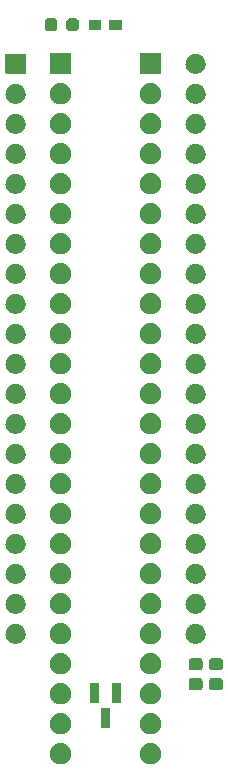
<source format=gbr>
G04 #@! TF.GenerationSoftware,KiCad,Pcbnew,8.0.4+dfsg-1*
G04 #@! TF.CreationDate,2024-12-10T10:24:56+09:00*
G04 #@! TF.ProjectId,bionic-mc68hc11d,62696f6e-6963-42d6-9d63-363868633131,8*
G04 #@! TF.SameCoordinates,Original*
G04 #@! TF.FileFunction,Soldermask,Top*
G04 #@! TF.FilePolarity,Negative*
%FSLAX46Y46*%
G04 Gerber Fmt 4.6, Leading zero omitted, Abs format (unit mm)*
G04 Created by KiCad (PCBNEW 8.0.4+dfsg-1) date 2024-12-10 10:24:56*
%MOMM*%
%LPD*%
G01*
G04 APERTURE LIST*
G04 APERTURE END LIST*
G36*
X153114265Y-119899000D02*
G01*
X153164699Y-119899000D01*
X153208251Y-119908257D01*
X153246624Y-119912037D01*
X153294832Y-119926660D01*
X153349958Y-119938378D01*
X153385230Y-119954082D01*
X153416468Y-119963558D01*
X153466107Y-119990090D01*
X153522982Y-120015413D01*
X153549426Y-120034626D01*
X153572988Y-120047220D01*
X153621052Y-120086665D01*
X153676208Y-120126738D01*
X153694114Y-120146625D01*
X153710185Y-120159814D01*
X153753372Y-120212438D01*
X153802939Y-120267488D01*
X153813352Y-120285524D01*
X153822779Y-120297011D01*
X153857655Y-120362259D01*
X153897638Y-120431512D01*
X153902236Y-120445665D01*
X153906441Y-120453531D01*
X153929611Y-120529915D01*
X153956166Y-120611640D01*
X153957101Y-120620536D01*
X153957962Y-120623375D01*
X153966352Y-120708555D01*
X153975963Y-120800000D01*
X153966351Y-120891451D01*
X153957962Y-120976624D01*
X153957101Y-120979461D01*
X153956166Y-120988360D01*
X153929607Y-121070098D01*
X153906441Y-121146468D01*
X153902237Y-121154331D01*
X153897638Y-121168488D01*
X153857648Y-121237752D01*
X153822779Y-121302988D01*
X153813354Y-121314472D01*
X153802939Y-121332512D01*
X153753363Y-121387571D01*
X153710185Y-121440185D01*
X153694118Y-121453370D01*
X153676208Y-121473262D01*
X153621041Y-121513342D01*
X153572988Y-121552779D01*
X153549431Y-121565370D01*
X153522982Y-121584587D01*
X153466095Y-121609914D01*
X153416468Y-121636441D01*
X153385237Y-121645914D01*
X153349958Y-121661622D01*
X153294821Y-121673341D01*
X153246624Y-121687962D01*
X153208260Y-121691740D01*
X153164699Y-121701000D01*
X153114255Y-121701000D01*
X153070000Y-121705359D01*
X153025745Y-121701000D01*
X152975301Y-121701000D01*
X152931740Y-121691740D01*
X152893375Y-121687962D01*
X152845175Y-121673340D01*
X152790042Y-121661622D01*
X152754764Y-121645915D01*
X152723531Y-121636441D01*
X152673898Y-121609911D01*
X152617018Y-121584587D01*
X152590570Y-121565372D01*
X152567011Y-121552779D01*
X152518949Y-121513336D01*
X152463792Y-121473262D01*
X152445884Y-121453373D01*
X152429814Y-121440185D01*
X152386625Y-121387559D01*
X152337061Y-121332512D01*
X152326648Y-121314476D01*
X152317220Y-121302988D01*
X152282338Y-121237729D01*
X152242362Y-121168488D01*
X152237763Y-121154336D01*
X152233558Y-121146468D01*
X152210377Y-121070052D01*
X152183834Y-120988360D01*
X152182899Y-120979466D01*
X152182037Y-120976624D01*
X152173632Y-120891300D01*
X152164037Y-120800000D01*
X152173632Y-120708707D01*
X152182037Y-120623375D01*
X152182899Y-120620531D01*
X152183834Y-120611640D01*
X152210373Y-120529961D01*
X152233558Y-120453531D01*
X152237764Y-120445660D01*
X152242362Y-120431512D01*
X152282331Y-120362282D01*
X152317220Y-120297011D01*
X152326649Y-120285520D01*
X152337061Y-120267488D01*
X152386616Y-120212451D01*
X152429814Y-120159814D01*
X152445888Y-120146622D01*
X152463792Y-120126738D01*
X152518936Y-120086673D01*
X152567011Y-120047220D01*
X152590579Y-120034622D01*
X152617019Y-120015413D01*
X152673883Y-119990095D01*
X152723531Y-119963558D01*
X152754771Y-119954081D01*
X152790042Y-119938378D01*
X152845164Y-119926661D01*
X152893375Y-119912037D01*
X152931748Y-119908257D01*
X152975301Y-119899000D01*
X153025735Y-119899000D01*
X153070000Y-119894640D01*
X153114265Y-119899000D01*
G37*
G36*
X160734265Y-119899000D02*
G01*
X160784699Y-119899000D01*
X160828251Y-119908257D01*
X160866624Y-119912037D01*
X160914832Y-119926660D01*
X160969958Y-119938378D01*
X161005230Y-119954082D01*
X161036468Y-119963558D01*
X161086107Y-119990090D01*
X161142982Y-120015413D01*
X161169426Y-120034626D01*
X161192988Y-120047220D01*
X161241052Y-120086665D01*
X161296208Y-120126738D01*
X161314114Y-120146625D01*
X161330185Y-120159814D01*
X161373372Y-120212438D01*
X161422939Y-120267488D01*
X161433352Y-120285524D01*
X161442779Y-120297011D01*
X161477655Y-120362259D01*
X161517638Y-120431512D01*
X161522236Y-120445665D01*
X161526441Y-120453531D01*
X161549611Y-120529915D01*
X161576166Y-120611640D01*
X161577101Y-120620536D01*
X161577962Y-120623375D01*
X161586352Y-120708555D01*
X161595963Y-120800000D01*
X161586351Y-120891451D01*
X161577962Y-120976624D01*
X161577101Y-120979461D01*
X161576166Y-120988360D01*
X161549607Y-121070098D01*
X161526441Y-121146468D01*
X161522237Y-121154331D01*
X161517638Y-121168488D01*
X161477648Y-121237752D01*
X161442779Y-121302988D01*
X161433354Y-121314472D01*
X161422939Y-121332512D01*
X161373363Y-121387571D01*
X161330185Y-121440185D01*
X161314118Y-121453370D01*
X161296208Y-121473262D01*
X161241041Y-121513342D01*
X161192988Y-121552779D01*
X161169431Y-121565370D01*
X161142982Y-121584587D01*
X161086095Y-121609914D01*
X161036468Y-121636441D01*
X161005237Y-121645914D01*
X160969958Y-121661622D01*
X160914821Y-121673341D01*
X160866624Y-121687962D01*
X160828260Y-121691740D01*
X160784699Y-121701000D01*
X160734255Y-121701000D01*
X160690000Y-121705359D01*
X160645745Y-121701000D01*
X160595301Y-121701000D01*
X160551740Y-121691740D01*
X160513375Y-121687962D01*
X160465175Y-121673340D01*
X160410042Y-121661622D01*
X160374764Y-121645915D01*
X160343531Y-121636441D01*
X160293898Y-121609911D01*
X160237018Y-121584587D01*
X160210570Y-121565372D01*
X160187011Y-121552779D01*
X160138949Y-121513336D01*
X160083792Y-121473262D01*
X160065884Y-121453373D01*
X160049814Y-121440185D01*
X160006625Y-121387559D01*
X159957061Y-121332512D01*
X159946648Y-121314476D01*
X159937220Y-121302988D01*
X159902338Y-121237729D01*
X159862362Y-121168488D01*
X159857763Y-121154336D01*
X159853558Y-121146468D01*
X159830377Y-121070052D01*
X159803834Y-120988360D01*
X159802899Y-120979466D01*
X159802037Y-120976624D01*
X159793632Y-120891300D01*
X159784037Y-120800000D01*
X159793632Y-120708707D01*
X159802037Y-120623375D01*
X159802899Y-120620531D01*
X159803834Y-120611640D01*
X159830373Y-120529961D01*
X159853558Y-120453531D01*
X159857764Y-120445660D01*
X159862362Y-120431512D01*
X159902331Y-120362282D01*
X159937220Y-120297011D01*
X159946649Y-120285520D01*
X159957061Y-120267488D01*
X160006616Y-120212451D01*
X160049814Y-120159814D01*
X160065888Y-120146622D01*
X160083792Y-120126738D01*
X160138936Y-120086673D01*
X160187011Y-120047220D01*
X160210579Y-120034622D01*
X160237019Y-120015413D01*
X160293883Y-119990095D01*
X160343531Y-119963558D01*
X160374771Y-119954081D01*
X160410042Y-119938378D01*
X160465164Y-119926661D01*
X160513375Y-119912037D01*
X160551748Y-119908257D01*
X160595301Y-119899000D01*
X160645735Y-119899000D01*
X160690000Y-119894640D01*
X160734265Y-119899000D01*
G37*
G36*
X153114265Y-117359000D02*
G01*
X153164699Y-117359000D01*
X153208251Y-117368257D01*
X153246624Y-117372037D01*
X153294832Y-117386660D01*
X153349958Y-117398378D01*
X153385230Y-117414082D01*
X153416468Y-117423558D01*
X153466107Y-117450090D01*
X153522982Y-117475413D01*
X153549426Y-117494626D01*
X153572988Y-117507220D01*
X153621052Y-117546665D01*
X153676208Y-117586738D01*
X153694114Y-117606625D01*
X153710185Y-117619814D01*
X153753372Y-117672438D01*
X153802939Y-117727488D01*
X153813352Y-117745524D01*
X153822779Y-117757011D01*
X153857655Y-117822259D01*
X153897638Y-117891512D01*
X153902236Y-117905665D01*
X153906441Y-117913531D01*
X153929611Y-117989915D01*
X153956166Y-118071640D01*
X153957101Y-118080536D01*
X153957962Y-118083375D01*
X153966352Y-118168555D01*
X153975963Y-118260000D01*
X153966351Y-118351451D01*
X153957962Y-118436624D01*
X153957101Y-118439461D01*
X153956166Y-118448360D01*
X153929607Y-118530098D01*
X153906441Y-118606468D01*
X153902237Y-118614331D01*
X153897638Y-118628488D01*
X153857648Y-118697752D01*
X153822779Y-118762988D01*
X153813354Y-118774472D01*
X153802939Y-118792512D01*
X153753363Y-118847571D01*
X153710185Y-118900185D01*
X153694118Y-118913370D01*
X153676208Y-118933262D01*
X153621041Y-118973342D01*
X153572988Y-119012779D01*
X153549431Y-119025370D01*
X153522982Y-119044587D01*
X153466095Y-119069914D01*
X153416468Y-119096441D01*
X153385237Y-119105914D01*
X153349958Y-119121622D01*
X153294821Y-119133341D01*
X153246624Y-119147962D01*
X153208260Y-119151740D01*
X153164699Y-119161000D01*
X153114255Y-119161000D01*
X153070000Y-119165359D01*
X153025745Y-119161000D01*
X152975301Y-119161000D01*
X152931740Y-119151740D01*
X152893375Y-119147962D01*
X152845175Y-119133340D01*
X152790042Y-119121622D01*
X152754764Y-119105915D01*
X152723531Y-119096441D01*
X152673898Y-119069911D01*
X152617018Y-119044587D01*
X152590570Y-119025372D01*
X152567011Y-119012779D01*
X152518949Y-118973336D01*
X152463792Y-118933262D01*
X152445884Y-118913373D01*
X152429814Y-118900185D01*
X152386625Y-118847559D01*
X152337061Y-118792512D01*
X152326648Y-118774476D01*
X152317220Y-118762988D01*
X152282338Y-118697729D01*
X152242362Y-118628488D01*
X152237763Y-118614336D01*
X152233558Y-118606468D01*
X152210377Y-118530052D01*
X152183834Y-118448360D01*
X152182899Y-118439466D01*
X152182037Y-118436624D01*
X152173632Y-118351300D01*
X152164037Y-118260000D01*
X152173632Y-118168707D01*
X152182037Y-118083375D01*
X152182899Y-118080531D01*
X152183834Y-118071640D01*
X152210373Y-117989961D01*
X152233558Y-117913531D01*
X152237764Y-117905660D01*
X152242362Y-117891512D01*
X152282331Y-117822282D01*
X152317220Y-117757011D01*
X152326649Y-117745520D01*
X152337061Y-117727488D01*
X152386616Y-117672451D01*
X152429814Y-117619814D01*
X152445888Y-117606622D01*
X152463792Y-117586738D01*
X152518936Y-117546673D01*
X152567011Y-117507220D01*
X152590579Y-117494622D01*
X152617019Y-117475413D01*
X152673883Y-117450095D01*
X152723531Y-117423558D01*
X152754771Y-117414081D01*
X152790042Y-117398378D01*
X152845164Y-117386661D01*
X152893375Y-117372037D01*
X152931748Y-117368257D01*
X152975301Y-117359000D01*
X153025735Y-117359000D01*
X153070000Y-117354640D01*
X153114265Y-117359000D01*
G37*
G36*
X160734265Y-117359000D02*
G01*
X160784699Y-117359000D01*
X160828251Y-117368257D01*
X160866624Y-117372037D01*
X160914832Y-117386660D01*
X160969958Y-117398378D01*
X161005230Y-117414082D01*
X161036468Y-117423558D01*
X161086107Y-117450090D01*
X161142982Y-117475413D01*
X161169426Y-117494626D01*
X161192988Y-117507220D01*
X161241052Y-117546665D01*
X161296208Y-117586738D01*
X161314114Y-117606625D01*
X161330185Y-117619814D01*
X161373372Y-117672438D01*
X161422939Y-117727488D01*
X161433352Y-117745524D01*
X161442779Y-117757011D01*
X161477655Y-117822259D01*
X161517638Y-117891512D01*
X161522236Y-117905665D01*
X161526441Y-117913531D01*
X161549611Y-117989915D01*
X161576166Y-118071640D01*
X161577101Y-118080536D01*
X161577962Y-118083375D01*
X161586352Y-118168555D01*
X161595963Y-118260000D01*
X161586351Y-118351451D01*
X161577962Y-118436624D01*
X161577101Y-118439461D01*
X161576166Y-118448360D01*
X161549607Y-118530098D01*
X161526441Y-118606468D01*
X161522237Y-118614331D01*
X161517638Y-118628488D01*
X161477648Y-118697752D01*
X161442779Y-118762988D01*
X161433354Y-118774472D01*
X161422939Y-118792512D01*
X161373363Y-118847571D01*
X161330185Y-118900185D01*
X161314118Y-118913370D01*
X161296208Y-118933262D01*
X161241041Y-118973342D01*
X161192988Y-119012779D01*
X161169431Y-119025370D01*
X161142982Y-119044587D01*
X161086095Y-119069914D01*
X161036468Y-119096441D01*
X161005237Y-119105914D01*
X160969958Y-119121622D01*
X160914821Y-119133341D01*
X160866624Y-119147962D01*
X160828260Y-119151740D01*
X160784699Y-119161000D01*
X160734255Y-119161000D01*
X160690000Y-119165359D01*
X160645745Y-119161000D01*
X160595301Y-119161000D01*
X160551740Y-119151740D01*
X160513375Y-119147962D01*
X160465175Y-119133340D01*
X160410042Y-119121622D01*
X160374764Y-119105915D01*
X160343531Y-119096441D01*
X160293898Y-119069911D01*
X160237018Y-119044587D01*
X160210570Y-119025372D01*
X160187011Y-119012779D01*
X160138949Y-118973336D01*
X160083792Y-118933262D01*
X160065884Y-118913373D01*
X160049814Y-118900185D01*
X160006625Y-118847559D01*
X159957061Y-118792512D01*
X159946648Y-118774476D01*
X159937220Y-118762988D01*
X159902338Y-118697729D01*
X159862362Y-118628488D01*
X159857763Y-118614336D01*
X159853558Y-118606468D01*
X159830377Y-118530052D01*
X159803834Y-118448360D01*
X159802899Y-118439466D01*
X159802037Y-118436624D01*
X159793632Y-118351300D01*
X159784037Y-118260000D01*
X159793632Y-118168707D01*
X159802037Y-118083375D01*
X159802899Y-118080531D01*
X159803834Y-118071640D01*
X159830373Y-117989961D01*
X159853558Y-117913531D01*
X159857764Y-117905660D01*
X159862362Y-117891512D01*
X159902331Y-117822282D01*
X159937220Y-117757011D01*
X159946649Y-117745520D01*
X159957061Y-117727488D01*
X160006616Y-117672451D01*
X160049814Y-117619814D01*
X160065888Y-117606622D01*
X160083792Y-117586738D01*
X160138936Y-117546673D01*
X160187011Y-117507220D01*
X160210579Y-117494622D01*
X160237019Y-117475413D01*
X160293883Y-117450095D01*
X160343531Y-117423558D01*
X160374771Y-117414081D01*
X160410042Y-117398378D01*
X160465164Y-117386661D01*
X160513375Y-117372037D01*
X160551748Y-117368257D01*
X160595301Y-117359000D01*
X160645735Y-117359000D01*
X160690000Y-117354640D01*
X160734265Y-117359000D01*
G37*
G36*
X157245298Y-116940359D02*
G01*
X157262168Y-116951631D01*
X157273440Y-116968501D01*
X157276398Y-116983378D01*
X157276399Y-118619023D01*
X157273440Y-118633899D01*
X157262168Y-118650769D01*
X157245298Y-118662041D01*
X157230421Y-118664999D01*
X156559976Y-118665000D01*
X156545100Y-118662041D01*
X156528230Y-118650769D01*
X156516958Y-118633899D01*
X156514000Y-118619023D01*
X156513999Y-118619020D01*
X156513999Y-116983377D01*
X156516958Y-116968500D01*
X156528230Y-116951631D01*
X156545097Y-116940360D01*
X156545099Y-116940359D01*
X156545100Y-116940359D01*
X156550081Y-116939368D01*
X156559978Y-116937400D01*
X157230421Y-116937400D01*
X157230422Y-116937400D01*
X157245298Y-116940359D01*
G37*
G36*
X153114265Y-114819000D02*
G01*
X153164699Y-114819000D01*
X153208251Y-114828257D01*
X153246624Y-114832037D01*
X153294832Y-114846660D01*
X153349958Y-114858378D01*
X153385230Y-114874082D01*
X153416468Y-114883558D01*
X153466107Y-114910090D01*
X153522982Y-114935413D01*
X153549426Y-114954626D01*
X153572988Y-114967220D01*
X153621052Y-115006665D01*
X153676208Y-115046738D01*
X153694114Y-115066625D01*
X153710185Y-115079814D01*
X153753372Y-115132438D01*
X153802939Y-115187488D01*
X153813352Y-115205524D01*
X153822779Y-115217011D01*
X153857655Y-115282259D01*
X153897638Y-115351512D01*
X153902236Y-115365665D01*
X153906441Y-115373531D01*
X153929611Y-115449915D01*
X153956166Y-115531640D01*
X153957101Y-115540536D01*
X153957962Y-115543375D01*
X153966352Y-115628555D01*
X153975963Y-115720000D01*
X153966351Y-115811451D01*
X153957962Y-115896624D01*
X153957101Y-115899461D01*
X153956166Y-115908360D01*
X153929607Y-115990098D01*
X153906441Y-116066468D01*
X153902237Y-116074331D01*
X153897638Y-116088488D01*
X153857648Y-116157752D01*
X153822779Y-116222988D01*
X153813354Y-116234472D01*
X153802939Y-116252512D01*
X153753363Y-116307571D01*
X153710185Y-116360185D01*
X153694118Y-116373370D01*
X153676208Y-116393262D01*
X153621041Y-116433342D01*
X153572988Y-116472779D01*
X153549431Y-116485370D01*
X153522982Y-116504587D01*
X153466095Y-116529914D01*
X153416468Y-116556441D01*
X153385237Y-116565914D01*
X153349958Y-116581622D01*
X153294821Y-116593341D01*
X153246624Y-116607962D01*
X153208260Y-116611740D01*
X153164699Y-116621000D01*
X153114255Y-116621000D01*
X153070000Y-116625359D01*
X153025745Y-116621000D01*
X152975301Y-116621000D01*
X152931740Y-116611740D01*
X152893375Y-116607962D01*
X152845175Y-116593340D01*
X152790042Y-116581622D01*
X152754764Y-116565915D01*
X152723531Y-116556441D01*
X152673898Y-116529911D01*
X152617018Y-116504587D01*
X152590570Y-116485372D01*
X152567011Y-116472779D01*
X152518949Y-116433336D01*
X152463792Y-116393262D01*
X152445884Y-116373373D01*
X152429814Y-116360185D01*
X152386625Y-116307559D01*
X152337061Y-116252512D01*
X152326648Y-116234476D01*
X152317220Y-116222988D01*
X152282338Y-116157729D01*
X152242362Y-116088488D01*
X152237763Y-116074336D01*
X152233558Y-116066468D01*
X152210377Y-115990052D01*
X152183834Y-115908360D01*
X152182899Y-115899466D01*
X152182037Y-115896624D01*
X152173632Y-115811300D01*
X152164037Y-115720000D01*
X152173632Y-115628707D01*
X152182037Y-115543375D01*
X152182899Y-115540531D01*
X152183834Y-115531640D01*
X152210373Y-115449961D01*
X152233558Y-115373531D01*
X152237764Y-115365660D01*
X152242362Y-115351512D01*
X152282331Y-115282282D01*
X152317220Y-115217011D01*
X152326649Y-115205520D01*
X152337061Y-115187488D01*
X152386616Y-115132451D01*
X152429814Y-115079814D01*
X152445888Y-115066622D01*
X152463792Y-115046738D01*
X152518936Y-115006673D01*
X152567011Y-114967220D01*
X152590579Y-114954622D01*
X152617019Y-114935413D01*
X152673883Y-114910095D01*
X152723531Y-114883558D01*
X152754771Y-114874081D01*
X152790042Y-114858378D01*
X152845164Y-114846661D01*
X152893375Y-114832037D01*
X152931748Y-114828257D01*
X152975301Y-114819000D01*
X153025735Y-114819000D01*
X153070000Y-114814640D01*
X153114265Y-114819000D01*
G37*
G36*
X160734265Y-114819000D02*
G01*
X160784699Y-114819000D01*
X160828251Y-114828257D01*
X160866624Y-114832037D01*
X160914832Y-114846660D01*
X160969958Y-114858378D01*
X161005230Y-114874082D01*
X161036468Y-114883558D01*
X161086107Y-114910090D01*
X161142982Y-114935413D01*
X161169426Y-114954626D01*
X161192988Y-114967220D01*
X161241052Y-115006665D01*
X161296208Y-115046738D01*
X161314114Y-115066625D01*
X161330185Y-115079814D01*
X161373372Y-115132438D01*
X161422939Y-115187488D01*
X161433352Y-115205524D01*
X161442779Y-115217011D01*
X161477655Y-115282259D01*
X161517638Y-115351512D01*
X161522236Y-115365665D01*
X161526441Y-115373531D01*
X161549611Y-115449915D01*
X161576166Y-115531640D01*
X161577101Y-115540536D01*
X161577962Y-115543375D01*
X161586352Y-115628555D01*
X161595963Y-115720000D01*
X161586351Y-115811451D01*
X161577962Y-115896624D01*
X161577101Y-115899461D01*
X161576166Y-115908360D01*
X161549607Y-115990098D01*
X161526441Y-116066468D01*
X161522237Y-116074331D01*
X161517638Y-116088488D01*
X161477648Y-116157752D01*
X161442779Y-116222988D01*
X161433354Y-116234472D01*
X161422939Y-116252512D01*
X161373363Y-116307571D01*
X161330185Y-116360185D01*
X161314118Y-116373370D01*
X161296208Y-116393262D01*
X161241041Y-116433342D01*
X161192988Y-116472779D01*
X161169431Y-116485370D01*
X161142982Y-116504587D01*
X161086095Y-116529914D01*
X161036468Y-116556441D01*
X161005237Y-116565914D01*
X160969958Y-116581622D01*
X160914821Y-116593341D01*
X160866624Y-116607962D01*
X160828260Y-116611740D01*
X160784699Y-116621000D01*
X160734255Y-116621000D01*
X160690000Y-116625359D01*
X160645745Y-116621000D01*
X160595301Y-116621000D01*
X160551740Y-116611740D01*
X160513375Y-116607962D01*
X160465175Y-116593340D01*
X160410042Y-116581622D01*
X160374764Y-116565915D01*
X160343531Y-116556441D01*
X160293898Y-116529911D01*
X160237018Y-116504587D01*
X160210570Y-116485372D01*
X160187011Y-116472779D01*
X160138949Y-116433336D01*
X160083792Y-116393262D01*
X160065884Y-116373373D01*
X160049814Y-116360185D01*
X160006625Y-116307559D01*
X159957061Y-116252512D01*
X159946648Y-116234476D01*
X159937220Y-116222988D01*
X159902338Y-116157729D01*
X159862362Y-116088488D01*
X159857763Y-116074336D01*
X159853558Y-116066468D01*
X159830377Y-115990052D01*
X159803834Y-115908360D01*
X159802899Y-115899466D01*
X159802037Y-115896624D01*
X159793632Y-115811300D01*
X159784037Y-115720000D01*
X159793632Y-115628707D01*
X159802037Y-115543375D01*
X159802899Y-115540531D01*
X159803834Y-115531640D01*
X159830373Y-115449961D01*
X159853558Y-115373531D01*
X159857764Y-115365660D01*
X159862362Y-115351512D01*
X159902331Y-115282282D01*
X159937220Y-115217011D01*
X159946649Y-115205520D01*
X159957061Y-115187488D01*
X160006616Y-115132451D01*
X160049814Y-115079814D01*
X160065888Y-115066622D01*
X160083792Y-115046738D01*
X160138936Y-115006673D01*
X160187011Y-114967220D01*
X160210579Y-114954622D01*
X160237019Y-114935413D01*
X160293883Y-114910095D01*
X160343531Y-114883558D01*
X160374771Y-114874081D01*
X160410042Y-114858378D01*
X160465164Y-114846661D01*
X160513375Y-114832037D01*
X160551748Y-114828257D01*
X160595301Y-114819000D01*
X160645735Y-114819000D01*
X160690000Y-114814640D01*
X160734265Y-114819000D01*
G37*
G36*
X156295297Y-114808359D02*
G01*
X156312167Y-114819631D01*
X156323439Y-114836501D01*
X156326397Y-114851378D01*
X156326398Y-116487023D01*
X156323439Y-116501899D01*
X156312167Y-116518769D01*
X156295297Y-116530041D01*
X156280420Y-116532999D01*
X155609975Y-116533000D01*
X155595099Y-116530041D01*
X155578229Y-116518769D01*
X155566957Y-116501899D01*
X155563999Y-116487023D01*
X155563998Y-116487020D01*
X155563998Y-114851377D01*
X155566957Y-114836500D01*
X155578229Y-114819631D01*
X155595096Y-114808360D01*
X155595098Y-114808359D01*
X155595099Y-114808359D01*
X155600080Y-114807368D01*
X155609977Y-114805400D01*
X156280420Y-114805400D01*
X156280421Y-114805400D01*
X156295297Y-114808359D01*
G37*
G36*
X158195299Y-114808359D02*
G01*
X158212169Y-114819631D01*
X158223441Y-114836501D01*
X158226399Y-114851378D01*
X158226400Y-116487023D01*
X158223441Y-116501899D01*
X158212169Y-116518769D01*
X158195299Y-116530041D01*
X158180422Y-116532999D01*
X157509977Y-116533000D01*
X157495101Y-116530041D01*
X157478231Y-116518769D01*
X157466959Y-116501899D01*
X157464001Y-116487023D01*
X157464000Y-116487020D01*
X157464000Y-114851377D01*
X157466959Y-114836500D01*
X157478231Y-114819631D01*
X157495098Y-114808360D01*
X157495100Y-114808359D01*
X157495101Y-114808359D01*
X157500082Y-114807368D01*
X157509979Y-114805400D01*
X158180422Y-114805400D01*
X158180423Y-114805400D01*
X158195299Y-114808359D01*
G37*
G36*
X164868296Y-114383999D02*
G01*
X164883294Y-114390621D01*
X164891361Y-114391899D01*
X164924954Y-114409016D01*
X164966966Y-114427566D01*
X165043234Y-114503834D01*
X165061788Y-114545856D01*
X165078900Y-114579439D01*
X165080177Y-114587502D01*
X165086801Y-114602504D01*
X165089599Y-114626630D01*
X165089600Y-115187771D01*
X165086801Y-115211896D01*
X165080176Y-115226898D01*
X165078900Y-115234961D01*
X165061790Y-115268540D01*
X165043234Y-115310566D01*
X164966966Y-115386834D01*
X164924935Y-115405392D01*
X164891360Y-115422500D01*
X164883298Y-115423776D01*
X164868296Y-115430401D01*
X164844170Y-115433199D01*
X164158029Y-115433200D01*
X164133904Y-115430401D01*
X164118902Y-115423777D01*
X164110838Y-115422500D01*
X164077252Y-115405386D01*
X164035234Y-115386834D01*
X163958966Y-115310566D01*
X163940414Y-115268550D01*
X163923299Y-115234960D01*
X163922021Y-115226894D01*
X163915399Y-115211896D01*
X163912601Y-115187770D01*
X163912600Y-115167412D01*
X163912600Y-115167406D01*
X163912600Y-114646994D01*
X163912600Y-114646993D01*
X163912600Y-114626629D01*
X163915399Y-114602504D01*
X163922021Y-114587506D01*
X163923299Y-114579438D01*
X163940419Y-114545837D01*
X163958966Y-114503834D01*
X164035234Y-114427566D01*
X164077241Y-114409017D01*
X164110839Y-114391899D01*
X164118905Y-114390621D01*
X164133904Y-114383999D01*
X164158030Y-114381201D01*
X164178386Y-114381200D01*
X164178393Y-114381200D01*
X164823805Y-114381200D01*
X164844171Y-114381200D01*
X164868296Y-114383999D01*
G37*
G36*
X166593296Y-114383999D02*
G01*
X166608294Y-114390621D01*
X166616361Y-114391899D01*
X166649954Y-114409016D01*
X166691966Y-114427566D01*
X166768234Y-114503834D01*
X166786788Y-114545856D01*
X166803900Y-114579439D01*
X166805177Y-114587502D01*
X166811801Y-114602504D01*
X166814599Y-114626630D01*
X166814600Y-115187771D01*
X166811801Y-115211896D01*
X166805176Y-115226898D01*
X166803900Y-115234961D01*
X166786790Y-115268540D01*
X166768234Y-115310566D01*
X166691966Y-115386834D01*
X166649935Y-115405392D01*
X166616360Y-115422500D01*
X166608298Y-115423776D01*
X166593296Y-115430401D01*
X166569170Y-115433199D01*
X165883029Y-115433200D01*
X165858904Y-115430401D01*
X165843902Y-115423777D01*
X165835838Y-115422500D01*
X165802252Y-115405386D01*
X165760234Y-115386834D01*
X165683966Y-115310566D01*
X165665414Y-115268550D01*
X165648299Y-115234960D01*
X165647021Y-115226894D01*
X165640399Y-115211896D01*
X165637601Y-115187770D01*
X165637600Y-115167412D01*
X165637600Y-115167406D01*
X165637600Y-114646994D01*
X165637600Y-114646993D01*
X165637600Y-114626629D01*
X165640399Y-114602504D01*
X165647021Y-114587506D01*
X165648299Y-114579438D01*
X165665419Y-114545837D01*
X165683966Y-114503834D01*
X165760234Y-114427566D01*
X165802241Y-114409017D01*
X165835839Y-114391899D01*
X165843905Y-114390621D01*
X165858904Y-114383999D01*
X165883030Y-114381201D01*
X165903386Y-114381200D01*
X165903393Y-114381200D01*
X166548805Y-114381200D01*
X166569171Y-114381200D01*
X166593296Y-114383999D01*
G37*
G36*
X153114265Y-112279000D02*
G01*
X153164699Y-112279000D01*
X153208251Y-112288257D01*
X153246624Y-112292037D01*
X153294832Y-112306660D01*
X153349958Y-112318378D01*
X153385230Y-112334082D01*
X153416468Y-112343558D01*
X153466107Y-112370090D01*
X153522982Y-112395413D01*
X153549426Y-112414626D01*
X153572988Y-112427220D01*
X153621052Y-112466665D01*
X153676208Y-112506738D01*
X153694114Y-112526625D01*
X153710185Y-112539814D01*
X153753372Y-112592438D01*
X153802939Y-112647488D01*
X153813352Y-112665524D01*
X153822779Y-112677011D01*
X153857655Y-112742259D01*
X153897638Y-112811512D01*
X153902236Y-112825665D01*
X153906441Y-112833531D01*
X153929611Y-112909915D01*
X153956166Y-112991640D01*
X153957101Y-113000536D01*
X153957962Y-113003375D01*
X153966352Y-113088555D01*
X153975963Y-113180000D01*
X153966351Y-113271451D01*
X153957962Y-113356624D01*
X153957101Y-113359461D01*
X153956166Y-113368360D01*
X153929607Y-113450098D01*
X153906441Y-113526468D01*
X153902237Y-113534331D01*
X153897638Y-113548488D01*
X153857648Y-113617752D01*
X153822779Y-113682988D01*
X153813354Y-113694472D01*
X153802939Y-113712512D01*
X153753363Y-113767571D01*
X153710185Y-113820185D01*
X153694118Y-113833370D01*
X153676208Y-113853262D01*
X153621041Y-113893342D01*
X153572988Y-113932779D01*
X153549431Y-113945370D01*
X153522982Y-113964587D01*
X153466095Y-113989914D01*
X153416468Y-114016441D01*
X153385237Y-114025914D01*
X153349958Y-114041622D01*
X153294821Y-114053341D01*
X153246624Y-114067962D01*
X153208260Y-114071740D01*
X153164699Y-114081000D01*
X153114255Y-114081000D01*
X153070000Y-114085359D01*
X153025745Y-114081000D01*
X152975301Y-114081000D01*
X152931740Y-114071740D01*
X152893375Y-114067962D01*
X152845175Y-114053340D01*
X152790042Y-114041622D01*
X152754764Y-114025915D01*
X152723531Y-114016441D01*
X152673898Y-113989911D01*
X152617018Y-113964587D01*
X152590570Y-113945372D01*
X152567011Y-113932779D01*
X152518949Y-113893336D01*
X152463792Y-113853262D01*
X152445884Y-113833373D01*
X152429814Y-113820185D01*
X152386625Y-113767559D01*
X152337061Y-113712512D01*
X152326648Y-113694476D01*
X152317220Y-113682988D01*
X152282338Y-113617729D01*
X152242362Y-113548488D01*
X152237763Y-113534336D01*
X152233558Y-113526468D01*
X152210377Y-113450052D01*
X152183834Y-113368360D01*
X152182899Y-113359466D01*
X152182037Y-113356624D01*
X152173632Y-113271300D01*
X152164037Y-113180000D01*
X152173632Y-113088707D01*
X152182037Y-113003375D01*
X152182899Y-113000531D01*
X152183834Y-112991640D01*
X152210373Y-112909961D01*
X152233558Y-112833531D01*
X152237764Y-112825660D01*
X152242362Y-112811512D01*
X152282331Y-112742282D01*
X152317220Y-112677011D01*
X152326649Y-112665520D01*
X152337061Y-112647488D01*
X152386616Y-112592451D01*
X152429814Y-112539814D01*
X152445888Y-112526622D01*
X152463792Y-112506738D01*
X152518936Y-112466673D01*
X152567011Y-112427220D01*
X152590579Y-112414622D01*
X152617019Y-112395413D01*
X152673883Y-112370095D01*
X152723531Y-112343558D01*
X152754771Y-112334081D01*
X152790042Y-112318378D01*
X152845164Y-112306661D01*
X152893375Y-112292037D01*
X152931748Y-112288257D01*
X152975301Y-112279000D01*
X153025735Y-112279000D01*
X153070000Y-112274640D01*
X153114265Y-112279000D01*
G37*
G36*
X160734265Y-112279000D02*
G01*
X160784699Y-112279000D01*
X160828251Y-112288257D01*
X160866624Y-112292037D01*
X160914832Y-112306660D01*
X160969958Y-112318378D01*
X161005230Y-112334082D01*
X161036468Y-112343558D01*
X161086107Y-112370090D01*
X161142982Y-112395413D01*
X161169426Y-112414626D01*
X161192988Y-112427220D01*
X161241052Y-112466665D01*
X161296208Y-112506738D01*
X161314114Y-112526625D01*
X161330185Y-112539814D01*
X161373372Y-112592438D01*
X161422939Y-112647488D01*
X161433352Y-112665524D01*
X161442779Y-112677011D01*
X161477655Y-112742259D01*
X161517638Y-112811512D01*
X161522236Y-112825665D01*
X161526441Y-112833531D01*
X161549611Y-112909915D01*
X161576166Y-112991640D01*
X161577101Y-113000536D01*
X161577962Y-113003375D01*
X161586352Y-113088555D01*
X161595963Y-113180000D01*
X161586351Y-113271451D01*
X161577962Y-113356624D01*
X161577101Y-113359461D01*
X161576166Y-113368360D01*
X161549607Y-113450098D01*
X161526441Y-113526468D01*
X161522237Y-113534331D01*
X161517638Y-113548488D01*
X161477648Y-113617752D01*
X161442779Y-113682988D01*
X161433354Y-113694472D01*
X161422939Y-113712512D01*
X161373363Y-113767571D01*
X161330185Y-113820185D01*
X161314118Y-113833370D01*
X161296208Y-113853262D01*
X161241041Y-113893342D01*
X161192988Y-113932779D01*
X161169431Y-113945370D01*
X161142982Y-113964587D01*
X161086095Y-113989914D01*
X161036468Y-114016441D01*
X161005237Y-114025914D01*
X160969958Y-114041622D01*
X160914821Y-114053341D01*
X160866624Y-114067962D01*
X160828260Y-114071740D01*
X160784699Y-114081000D01*
X160734255Y-114081000D01*
X160690000Y-114085359D01*
X160645745Y-114081000D01*
X160595301Y-114081000D01*
X160551740Y-114071740D01*
X160513375Y-114067962D01*
X160465175Y-114053340D01*
X160410042Y-114041622D01*
X160374764Y-114025915D01*
X160343531Y-114016441D01*
X160293898Y-113989911D01*
X160237018Y-113964587D01*
X160210570Y-113945372D01*
X160187011Y-113932779D01*
X160138949Y-113893336D01*
X160083792Y-113853262D01*
X160065884Y-113833373D01*
X160049814Y-113820185D01*
X160006625Y-113767559D01*
X159957061Y-113712512D01*
X159946648Y-113694476D01*
X159937220Y-113682988D01*
X159902338Y-113617729D01*
X159862362Y-113548488D01*
X159857763Y-113534336D01*
X159853558Y-113526468D01*
X159830377Y-113450052D01*
X159803834Y-113368360D01*
X159802899Y-113359466D01*
X159802037Y-113356624D01*
X159793632Y-113271300D01*
X159784037Y-113180000D01*
X159793632Y-113088707D01*
X159802037Y-113003375D01*
X159802899Y-113000531D01*
X159803834Y-112991640D01*
X159830373Y-112909961D01*
X159853558Y-112833531D01*
X159857764Y-112825660D01*
X159862362Y-112811512D01*
X159902331Y-112742282D01*
X159937220Y-112677011D01*
X159946649Y-112665520D01*
X159957061Y-112647488D01*
X160006616Y-112592451D01*
X160049814Y-112539814D01*
X160065888Y-112526622D01*
X160083792Y-112506738D01*
X160138936Y-112466673D01*
X160187011Y-112427220D01*
X160210579Y-112414622D01*
X160237019Y-112395413D01*
X160293883Y-112370095D01*
X160343531Y-112343558D01*
X160374771Y-112334081D01*
X160410042Y-112318378D01*
X160465164Y-112306661D01*
X160513375Y-112292037D01*
X160551748Y-112288257D01*
X160595301Y-112279000D01*
X160645735Y-112279000D01*
X160690000Y-112274640D01*
X160734265Y-112279000D01*
G37*
G36*
X164868296Y-112707599D02*
G01*
X164883294Y-112714221D01*
X164891361Y-112715499D01*
X164924954Y-112732616D01*
X164966966Y-112751166D01*
X165043234Y-112827434D01*
X165061788Y-112869456D01*
X165078900Y-112903039D01*
X165080177Y-112911102D01*
X165086801Y-112926104D01*
X165089599Y-112950230D01*
X165089600Y-113511371D01*
X165086801Y-113535496D01*
X165080176Y-113550498D01*
X165078900Y-113558561D01*
X165061790Y-113592140D01*
X165043234Y-113634166D01*
X164966966Y-113710434D01*
X164924935Y-113728992D01*
X164891360Y-113746100D01*
X164883298Y-113747376D01*
X164868296Y-113754001D01*
X164844170Y-113756799D01*
X164158029Y-113756800D01*
X164133904Y-113754001D01*
X164118902Y-113747377D01*
X164110838Y-113746100D01*
X164077252Y-113728986D01*
X164035234Y-113710434D01*
X163958966Y-113634166D01*
X163940414Y-113592150D01*
X163923299Y-113558560D01*
X163922021Y-113550494D01*
X163915399Y-113535496D01*
X163912601Y-113511370D01*
X163912600Y-113491012D01*
X163912600Y-113491006D01*
X163912600Y-112970594D01*
X163912600Y-112970593D01*
X163912600Y-112950229D01*
X163915399Y-112926104D01*
X163922021Y-112911106D01*
X163923299Y-112903038D01*
X163940419Y-112869437D01*
X163958966Y-112827434D01*
X164035234Y-112751166D01*
X164077241Y-112732617D01*
X164110839Y-112715499D01*
X164118905Y-112714221D01*
X164133904Y-112707599D01*
X164158030Y-112704801D01*
X164178386Y-112704800D01*
X164178393Y-112704800D01*
X164823805Y-112704800D01*
X164844171Y-112704800D01*
X164868296Y-112707599D01*
G37*
G36*
X166593296Y-112707599D02*
G01*
X166608294Y-112714221D01*
X166616361Y-112715499D01*
X166649954Y-112732616D01*
X166691966Y-112751166D01*
X166768234Y-112827434D01*
X166786788Y-112869456D01*
X166803900Y-112903039D01*
X166805177Y-112911102D01*
X166811801Y-112926104D01*
X166814599Y-112950230D01*
X166814600Y-113511371D01*
X166811801Y-113535496D01*
X166805176Y-113550498D01*
X166803900Y-113558561D01*
X166786790Y-113592140D01*
X166768234Y-113634166D01*
X166691966Y-113710434D01*
X166649935Y-113728992D01*
X166616360Y-113746100D01*
X166608298Y-113747376D01*
X166593296Y-113754001D01*
X166569170Y-113756799D01*
X165883029Y-113756800D01*
X165858904Y-113754001D01*
X165843902Y-113747377D01*
X165835838Y-113746100D01*
X165802252Y-113728986D01*
X165760234Y-113710434D01*
X165683966Y-113634166D01*
X165665414Y-113592150D01*
X165648299Y-113558560D01*
X165647021Y-113550494D01*
X165640399Y-113535496D01*
X165637601Y-113511370D01*
X165637600Y-113491012D01*
X165637600Y-113491006D01*
X165637600Y-112970594D01*
X165637600Y-112970593D01*
X165637600Y-112950229D01*
X165640399Y-112926104D01*
X165647021Y-112911106D01*
X165648299Y-112903038D01*
X165665419Y-112869437D01*
X165683966Y-112827434D01*
X165760234Y-112751166D01*
X165802241Y-112732617D01*
X165835839Y-112715499D01*
X165843905Y-112714221D01*
X165858904Y-112707599D01*
X165883030Y-112704801D01*
X165903386Y-112704800D01*
X165903393Y-112704800D01*
X166548805Y-112704800D01*
X166569171Y-112704800D01*
X166593296Y-112707599D01*
G37*
G36*
X153114265Y-109739000D02*
G01*
X153164699Y-109739000D01*
X153208251Y-109748257D01*
X153246624Y-109752037D01*
X153294832Y-109766660D01*
X153349958Y-109778378D01*
X153385230Y-109794082D01*
X153416468Y-109803558D01*
X153466107Y-109830090D01*
X153522982Y-109855413D01*
X153549426Y-109874626D01*
X153572988Y-109887220D01*
X153621052Y-109926665D01*
X153676208Y-109966738D01*
X153694114Y-109986625D01*
X153710185Y-109999814D01*
X153753372Y-110052438D01*
X153802939Y-110107488D01*
X153813352Y-110125524D01*
X153822779Y-110137011D01*
X153857655Y-110202259D01*
X153897638Y-110271512D01*
X153902236Y-110285665D01*
X153906441Y-110293531D01*
X153929611Y-110369915D01*
X153956166Y-110451640D01*
X153957101Y-110460536D01*
X153957962Y-110463375D01*
X153966352Y-110548555D01*
X153975963Y-110640000D01*
X153966351Y-110731451D01*
X153957962Y-110816624D01*
X153957101Y-110819461D01*
X153956166Y-110828360D01*
X153929607Y-110910098D01*
X153906441Y-110986468D01*
X153902237Y-110994331D01*
X153897638Y-111008488D01*
X153857648Y-111077752D01*
X153822779Y-111142988D01*
X153813354Y-111154472D01*
X153802939Y-111172512D01*
X153753363Y-111227571D01*
X153710185Y-111280185D01*
X153694118Y-111293370D01*
X153676208Y-111313262D01*
X153621041Y-111353342D01*
X153572988Y-111392779D01*
X153549431Y-111405370D01*
X153522982Y-111424587D01*
X153466095Y-111449914D01*
X153416468Y-111476441D01*
X153385237Y-111485914D01*
X153349958Y-111501622D01*
X153294821Y-111513341D01*
X153246624Y-111527962D01*
X153208260Y-111531740D01*
X153164699Y-111541000D01*
X153114255Y-111541000D01*
X153070000Y-111545359D01*
X153025745Y-111541000D01*
X152975301Y-111541000D01*
X152931740Y-111531740D01*
X152893375Y-111527962D01*
X152845175Y-111513340D01*
X152790042Y-111501622D01*
X152754764Y-111485915D01*
X152723531Y-111476441D01*
X152673898Y-111449911D01*
X152617018Y-111424587D01*
X152590570Y-111405372D01*
X152567011Y-111392779D01*
X152518949Y-111353336D01*
X152463792Y-111313262D01*
X152445884Y-111293373D01*
X152429814Y-111280185D01*
X152386625Y-111227559D01*
X152337061Y-111172512D01*
X152326648Y-111154476D01*
X152317220Y-111142988D01*
X152282338Y-111077729D01*
X152242362Y-111008488D01*
X152237763Y-110994336D01*
X152233558Y-110986468D01*
X152210377Y-110910052D01*
X152183834Y-110828360D01*
X152182899Y-110819466D01*
X152182037Y-110816624D01*
X152173632Y-110731300D01*
X152164037Y-110640000D01*
X152173632Y-110548707D01*
X152182037Y-110463375D01*
X152182899Y-110460531D01*
X152183834Y-110451640D01*
X152210373Y-110369961D01*
X152233558Y-110293531D01*
X152237764Y-110285660D01*
X152242362Y-110271512D01*
X152282331Y-110202282D01*
X152317220Y-110137011D01*
X152326649Y-110125520D01*
X152337061Y-110107488D01*
X152386616Y-110052451D01*
X152429814Y-109999814D01*
X152445888Y-109986622D01*
X152463792Y-109966738D01*
X152518936Y-109926673D01*
X152567011Y-109887220D01*
X152590579Y-109874622D01*
X152617019Y-109855413D01*
X152673883Y-109830095D01*
X152723531Y-109803558D01*
X152754771Y-109794081D01*
X152790042Y-109778378D01*
X152845164Y-109766661D01*
X152893375Y-109752037D01*
X152931748Y-109748257D01*
X152975301Y-109739000D01*
X153025735Y-109739000D01*
X153070000Y-109734640D01*
X153114265Y-109739000D01*
G37*
G36*
X160734265Y-109739000D02*
G01*
X160784699Y-109739000D01*
X160828251Y-109748257D01*
X160866624Y-109752037D01*
X160914832Y-109766660D01*
X160969958Y-109778378D01*
X161005230Y-109794082D01*
X161036468Y-109803558D01*
X161086107Y-109830090D01*
X161142982Y-109855413D01*
X161169426Y-109874626D01*
X161192988Y-109887220D01*
X161241052Y-109926665D01*
X161296208Y-109966738D01*
X161314114Y-109986625D01*
X161330185Y-109999814D01*
X161373372Y-110052438D01*
X161422939Y-110107488D01*
X161433352Y-110125524D01*
X161442779Y-110137011D01*
X161477655Y-110202259D01*
X161517638Y-110271512D01*
X161522236Y-110285665D01*
X161526441Y-110293531D01*
X161549611Y-110369915D01*
X161576166Y-110451640D01*
X161577101Y-110460536D01*
X161577962Y-110463375D01*
X161586352Y-110548555D01*
X161595963Y-110640000D01*
X161586351Y-110731451D01*
X161577962Y-110816624D01*
X161577101Y-110819461D01*
X161576166Y-110828360D01*
X161549607Y-110910098D01*
X161526441Y-110986468D01*
X161522237Y-110994331D01*
X161517638Y-111008488D01*
X161477648Y-111077752D01*
X161442779Y-111142988D01*
X161433354Y-111154472D01*
X161422939Y-111172512D01*
X161373363Y-111227571D01*
X161330185Y-111280185D01*
X161314118Y-111293370D01*
X161296208Y-111313262D01*
X161241041Y-111353342D01*
X161192988Y-111392779D01*
X161169431Y-111405370D01*
X161142982Y-111424587D01*
X161086095Y-111449914D01*
X161036468Y-111476441D01*
X161005237Y-111485914D01*
X160969958Y-111501622D01*
X160914821Y-111513341D01*
X160866624Y-111527962D01*
X160828260Y-111531740D01*
X160784699Y-111541000D01*
X160734255Y-111541000D01*
X160690000Y-111545359D01*
X160645745Y-111541000D01*
X160595301Y-111541000D01*
X160551740Y-111531740D01*
X160513375Y-111527962D01*
X160465175Y-111513340D01*
X160410042Y-111501622D01*
X160374764Y-111485915D01*
X160343531Y-111476441D01*
X160293898Y-111449911D01*
X160237018Y-111424587D01*
X160210570Y-111405372D01*
X160187011Y-111392779D01*
X160138949Y-111353336D01*
X160083792Y-111313262D01*
X160065884Y-111293373D01*
X160049814Y-111280185D01*
X160006625Y-111227559D01*
X159957061Y-111172512D01*
X159946648Y-111154476D01*
X159937220Y-111142988D01*
X159902338Y-111077729D01*
X159862362Y-111008488D01*
X159857763Y-110994336D01*
X159853558Y-110986468D01*
X159830377Y-110910052D01*
X159803834Y-110828360D01*
X159802899Y-110819466D01*
X159802037Y-110816624D01*
X159793632Y-110731300D01*
X159784037Y-110640000D01*
X159793632Y-110548707D01*
X159802037Y-110463375D01*
X159802899Y-110460531D01*
X159803834Y-110451640D01*
X159830373Y-110369961D01*
X159853558Y-110293531D01*
X159857764Y-110285660D01*
X159862362Y-110271512D01*
X159902331Y-110202282D01*
X159937220Y-110137011D01*
X159946649Y-110125520D01*
X159957061Y-110107488D01*
X160006616Y-110052451D01*
X160049814Y-109999814D01*
X160065888Y-109986622D01*
X160083792Y-109966738D01*
X160138936Y-109926673D01*
X160187011Y-109887220D01*
X160210579Y-109874622D01*
X160237019Y-109855413D01*
X160293883Y-109830095D01*
X160343531Y-109803558D01*
X160374771Y-109794081D01*
X160410042Y-109778378D01*
X160465164Y-109766661D01*
X160513375Y-109752037D01*
X160551748Y-109748257D01*
X160595301Y-109739000D01*
X160645735Y-109739000D01*
X160690000Y-109734640D01*
X160734265Y-109739000D01*
G37*
G36*
X149301810Y-109789000D02*
G01*
X149349444Y-109789000D01*
X149390578Y-109797743D01*
X149426822Y-109801313D01*
X149472354Y-109815125D01*
X149524422Y-109826192D01*
X149557738Y-109841025D01*
X149587242Y-109849975D01*
X149634128Y-109875036D01*
X149687844Y-109898952D01*
X149712818Y-109917097D01*
X149735076Y-109928994D01*
X149780476Y-109966253D01*
X149832567Y-110004100D01*
X149849482Y-110022886D01*
X149864658Y-110035341D01*
X149905443Y-110085037D01*
X149952266Y-110137039D01*
X149962100Y-110154073D01*
X149971005Y-110164923D01*
X150003944Y-110226549D01*
X150041710Y-110291960D01*
X150046054Y-110305329D01*
X150050024Y-110312757D01*
X150071908Y-110384901D01*
X150096989Y-110462092D01*
X150097872Y-110470493D01*
X150098686Y-110473177D01*
X150106610Y-110553632D01*
X150115688Y-110640000D01*
X150106609Y-110726375D01*
X150098686Y-110806822D01*
X150097872Y-110809504D01*
X150096989Y-110817908D01*
X150071903Y-110895112D01*
X150050024Y-110967242D01*
X150046054Y-110974667D01*
X150041710Y-110988040D01*
X150003937Y-111053463D01*
X149971005Y-111115076D01*
X149962102Y-111125923D01*
X149952266Y-111142961D01*
X149905434Y-111194972D01*
X149864658Y-111244658D01*
X149849486Y-111257109D01*
X149832567Y-111275900D01*
X149780465Y-111313754D01*
X149735076Y-111351005D01*
X149712823Y-111362899D01*
X149687844Y-111381048D01*
X149634117Y-111404968D01*
X149587242Y-111430024D01*
X149557745Y-111438971D01*
X149524422Y-111453808D01*
X149472343Y-111464877D01*
X149426822Y-111478686D01*
X149390587Y-111482254D01*
X149349444Y-111491000D01*
X149301799Y-111491000D01*
X149260000Y-111495117D01*
X149218200Y-111491000D01*
X149170556Y-111491000D01*
X149129413Y-111482255D01*
X149093177Y-111478686D01*
X149047652Y-111464876D01*
X148995578Y-111453808D01*
X148962256Y-111438972D01*
X148932757Y-111430024D01*
X148885876Y-111404965D01*
X148832156Y-111381048D01*
X148807179Y-111362901D01*
X148784923Y-111351005D01*
X148739525Y-111313747D01*
X148687433Y-111275900D01*
X148670516Y-111257112D01*
X148655341Y-111244658D01*
X148614554Y-111194960D01*
X148567734Y-111142961D01*
X148557899Y-111125927D01*
X148548994Y-111115076D01*
X148516048Y-111053439D01*
X148478290Y-110988040D01*
X148473946Y-110974672D01*
X148469975Y-110967242D01*
X148448081Y-110895065D01*
X148423011Y-110817908D01*
X148422128Y-110809509D01*
X148421313Y-110806822D01*
X148413374Y-110726224D01*
X148404312Y-110640000D01*
X148413373Y-110553783D01*
X148421313Y-110473177D01*
X148422128Y-110470488D01*
X148423011Y-110462092D01*
X148448076Y-110384948D01*
X148469975Y-110312757D01*
X148473947Y-110305325D01*
X148478290Y-110291960D01*
X148516041Y-110226572D01*
X148548994Y-110164923D01*
X148557901Y-110154069D01*
X148567734Y-110137039D01*
X148614545Y-110085049D01*
X148655341Y-110035341D01*
X148670520Y-110022883D01*
X148687433Y-110004100D01*
X148739515Y-109966259D01*
X148784923Y-109928994D01*
X148807184Y-109917094D01*
X148832156Y-109898952D01*
X148885865Y-109875038D01*
X148932757Y-109849975D01*
X148962264Y-109841024D01*
X148995578Y-109826192D01*
X149047641Y-109815125D01*
X149093177Y-109801313D01*
X149129422Y-109797743D01*
X149170556Y-109789000D01*
X149218190Y-109789000D01*
X149260000Y-109784882D01*
X149301810Y-109789000D01*
G37*
G36*
X164541810Y-109789000D02*
G01*
X164589444Y-109789000D01*
X164630578Y-109797743D01*
X164666822Y-109801313D01*
X164712354Y-109815125D01*
X164764422Y-109826192D01*
X164797738Y-109841025D01*
X164827242Y-109849975D01*
X164874128Y-109875036D01*
X164927844Y-109898952D01*
X164952818Y-109917097D01*
X164975076Y-109928994D01*
X165020476Y-109966253D01*
X165072567Y-110004100D01*
X165089482Y-110022886D01*
X165104658Y-110035341D01*
X165145443Y-110085037D01*
X165192266Y-110137039D01*
X165202100Y-110154073D01*
X165211005Y-110164923D01*
X165243944Y-110226549D01*
X165281710Y-110291960D01*
X165286054Y-110305329D01*
X165290024Y-110312757D01*
X165311908Y-110384901D01*
X165336989Y-110462092D01*
X165337872Y-110470493D01*
X165338686Y-110473177D01*
X165346610Y-110553632D01*
X165355688Y-110640000D01*
X165346609Y-110726375D01*
X165338686Y-110806822D01*
X165337872Y-110809504D01*
X165336989Y-110817908D01*
X165311903Y-110895112D01*
X165290024Y-110967242D01*
X165286054Y-110974667D01*
X165281710Y-110988040D01*
X165243937Y-111053463D01*
X165211005Y-111115076D01*
X165202102Y-111125923D01*
X165192266Y-111142961D01*
X165145434Y-111194972D01*
X165104658Y-111244658D01*
X165089486Y-111257109D01*
X165072567Y-111275900D01*
X165020465Y-111313754D01*
X164975076Y-111351005D01*
X164952823Y-111362899D01*
X164927844Y-111381048D01*
X164874117Y-111404968D01*
X164827242Y-111430024D01*
X164797745Y-111438971D01*
X164764422Y-111453808D01*
X164712343Y-111464877D01*
X164666822Y-111478686D01*
X164630587Y-111482254D01*
X164589444Y-111491000D01*
X164541799Y-111491000D01*
X164500000Y-111495117D01*
X164458200Y-111491000D01*
X164410556Y-111491000D01*
X164369413Y-111482255D01*
X164333177Y-111478686D01*
X164287652Y-111464876D01*
X164235578Y-111453808D01*
X164202256Y-111438972D01*
X164172757Y-111430024D01*
X164125876Y-111404965D01*
X164072156Y-111381048D01*
X164047179Y-111362901D01*
X164024923Y-111351005D01*
X163979525Y-111313747D01*
X163927433Y-111275900D01*
X163910516Y-111257112D01*
X163895341Y-111244658D01*
X163854554Y-111194960D01*
X163807734Y-111142961D01*
X163797899Y-111125927D01*
X163788994Y-111115076D01*
X163756048Y-111053439D01*
X163718290Y-110988040D01*
X163713946Y-110974672D01*
X163709975Y-110967242D01*
X163688081Y-110895065D01*
X163663011Y-110817908D01*
X163662128Y-110809509D01*
X163661313Y-110806822D01*
X163653374Y-110726224D01*
X163644312Y-110640000D01*
X163653373Y-110553783D01*
X163661313Y-110473177D01*
X163662128Y-110470488D01*
X163663011Y-110462092D01*
X163688076Y-110384948D01*
X163709975Y-110312757D01*
X163713947Y-110305325D01*
X163718290Y-110291960D01*
X163756041Y-110226572D01*
X163788994Y-110164923D01*
X163797901Y-110154069D01*
X163807734Y-110137039D01*
X163854545Y-110085049D01*
X163895341Y-110035341D01*
X163910520Y-110022883D01*
X163927433Y-110004100D01*
X163979515Y-109966259D01*
X164024923Y-109928994D01*
X164047184Y-109917094D01*
X164072156Y-109898952D01*
X164125865Y-109875038D01*
X164172757Y-109849975D01*
X164202264Y-109841024D01*
X164235578Y-109826192D01*
X164287641Y-109815125D01*
X164333177Y-109801313D01*
X164369422Y-109797743D01*
X164410556Y-109789000D01*
X164458190Y-109789000D01*
X164500000Y-109784882D01*
X164541810Y-109789000D01*
G37*
G36*
X153114265Y-107199000D02*
G01*
X153164699Y-107199000D01*
X153208251Y-107208257D01*
X153246624Y-107212037D01*
X153294832Y-107226660D01*
X153349958Y-107238378D01*
X153385230Y-107254082D01*
X153416468Y-107263558D01*
X153466107Y-107290090D01*
X153522982Y-107315413D01*
X153549426Y-107334626D01*
X153572988Y-107347220D01*
X153621052Y-107386665D01*
X153676208Y-107426738D01*
X153694114Y-107446625D01*
X153710185Y-107459814D01*
X153753372Y-107512438D01*
X153802939Y-107567488D01*
X153813352Y-107585524D01*
X153822779Y-107597011D01*
X153857655Y-107662259D01*
X153897638Y-107731512D01*
X153902236Y-107745665D01*
X153906441Y-107753531D01*
X153929611Y-107829915D01*
X153956166Y-107911640D01*
X153957101Y-107920536D01*
X153957962Y-107923375D01*
X153966352Y-108008555D01*
X153975963Y-108100000D01*
X153966351Y-108191451D01*
X153957962Y-108276624D01*
X153957101Y-108279461D01*
X153956166Y-108288360D01*
X153929607Y-108370098D01*
X153906441Y-108446468D01*
X153902237Y-108454331D01*
X153897638Y-108468488D01*
X153857648Y-108537752D01*
X153822779Y-108602988D01*
X153813354Y-108614472D01*
X153802939Y-108632512D01*
X153753363Y-108687571D01*
X153710185Y-108740185D01*
X153694118Y-108753370D01*
X153676208Y-108773262D01*
X153621041Y-108813342D01*
X153572988Y-108852779D01*
X153549431Y-108865370D01*
X153522982Y-108884587D01*
X153466095Y-108909914D01*
X153416468Y-108936441D01*
X153385237Y-108945914D01*
X153349958Y-108961622D01*
X153294821Y-108973341D01*
X153246624Y-108987962D01*
X153208260Y-108991740D01*
X153164699Y-109001000D01*
X153114255Y-109001000D01*
X153070000Y-109005359D01*
X153025745Y-109001000D01*
X152975301Y-109001000D01*
X152931740Y-108991740D01*
X152893375Y-108987962D01*
X152845175Y-108973340D01*
X152790042Y-108961622D01*
X152754764Y-108945915D01*
X152723531Y-108936441D01*
X152673898Y-108909911D01*
X152617018Y-108884587D01*
X152590570Y-108865372D01*
X152567011Y-108852779D01*
X152518949Y-108813336D01*
X152463792Y-108773262D01*
X152445884Y-108753373D01*
X152429814Y-108740185D01*
X152386625Y-108687559D01*
X152337061Y-108632512D01*
X152326648Y-108614476D01*
X152317220Y-108602988D01*
X152282338Y-108537729D01*
X152242362Y-108468488D01*
X152237763Y-108454336D01*
X152233558Y-108446468D01*
X152210377Y-108370052D01*
X152183834Y-108288360D01*
X152182899Y-108279466D01*
X152182037Y-108276624D01*
X152173632Y-108191300D01*
X152164037Y-108100000D01*
X152173632Y-108008707D01*
X152182037Y-107923375D01*
X152182899Y-107920531D01*
X152183834Y-107911640D01*
X152210373Y-107829961D01*
X152233558Y-107753531D01*
X152237764Y-107745660D01*
X152242362Y-107731512D01*
X152282331Y-107662282D01*
X152317220Y-107597011D01*
X152326649Y-107585520D01*
X152337061Y-107567488D01*
X152386616Y-107512451D01*
X152429814Y-107459814D01*
X152445888Y-107446622D01*
X152463792Y-107426738D01*
X152518936Y-107386673D01*
X152567011Y-107347220D01*
X152590579Y-107334622D01*
X152617019Y-107315413D01*
X152673883Y-107290095D01*
X152723531Y-107263558D01*
X152754771Y-107254081D01*
X152790042Y-107238378D01*
X152845164Y-107226661D01*
X152893375Y-107212037D01*
X152931748Y-107208257D01*
X152975301Y-107199000D01*
X153025735Y-107199000D01*
X153070000Y-107194640D01*
X153114265Y-107199000D01*
G37*
G36*
X160734265Y-107199000D02*
G01*
X160784699Y-107199000D01*
X160828251Y-107208257D01*
X160866624Y-107212037D01*
X160914832Y-107226660D01*
X160969958Y-107238378D01*
X161005230Y-107254082D01*
X161036468Y-107263558D01*
X161086107Y-107290090D01*
X161142982Y-107315413D01*
X161169426Y-107334626D01*
X161192988Y-107347220D01*
X161241052Y-107386665D01*
X161296208Y-107426738D01*
X161314114Y-107446625D01*
X161330185Y-107459814D01*
X161373372Y-107512438D01*
X161422939Y-107567488D01*
X161433352Y-107585524D01*
X161442779Y-107597011D01*
X161477655Y-107662259D01*
X161517638Y-107731512D01*
X161522236Y-107745665D01*
X161526441Y-107753531D01*
X161549611Y-107829915D01*
X161576166Y-107911640D01*
X161577101Y-107920536D01*
X161577962Y-107923375D01*
X161586352Y-108008555D01*
X161595963Y-108100000D01*
X161586351Y-108191451D01*
X161577962Y-108276624D01*
X161577101Y-108279461D01*
X161576166Y-108288360D01*
X161549607Y-108370098D01*
X161526441Y-108446468D01*
X161522237Y-108454331D01*
X161517638Y-108468488D01*
X161477648Y-108537752D01*
X161442779Y-108602988D01*
X161433354Y-108614472D01*
X161422939Y-108632512D01*
X161373363Y-108687571D01*
X161330185Y-108740185D01*
X161314118Y-108753370D01*
X161296208Y-108773262D01*
X161241041Y-108813342D01*
X161192988Y-108852779D01*
X161169431Y-108865370D01*
X161142982Y-108884587D01*
X161086095Y-108909914D01*
X161036468Y-108936441D01*
X161005237Y-108945914D01*
X160969958Y-108961622D01*
X160914821Y-108973341D01*
X160866624Y-108987962D01*
X160828260Y-108991740D01*
X160784699Y-109001000D01*
X160734255Y-109001000D01*
X160690000Y-109005359D01*
X160645745Y-109001000D01*
X160595301Y-109001000D01*
X160551740Y-108991740D01*
X160513375Y-108987962D01*
X160465175Y-108973340D01*
X160410042Y-108961622D01*
X160374764Y-108945915D01*
X160343531Y-108936441D01*
X160293898Y-108909911D01*
X160237018Y-108884587D01*
X160210570Y-108865372D01*
X160187011Y-108852779D01*
X160138949Y-108813336D01*
X160083792Y-108773262D01*
X160065884Y-108753373D01*
X160049814Y-108740185D01*
X160006625Y-108687559D01*
X159957061Y-108632512D01*
X159946648Y-108614476D01*
X159937220Y-108602988D01*
X159902338Y-108537729D01*
X159862362Y-108468488D01*
X159857763Y-108454336D01*
X159853558Y-108446468D01*
X159830377Y-108370052D01*
X159803834Y-108288360D01*
X159802899Y-108279466D01*
X159802037Y-108276624D01*
X159793632Y-108191300D01*
X159784037Y-108100000D01*
X159793632Y-108008707D01*
X159802037Y-107923375D01*
X159802899Y-107920531D01*
X159803834Y-107911640D01*
X159830373Y-107829961D01*
X159853558Y-107753531D01*
X159857764Y-107745660D01*
X159862362Y-107731512D01*
X159902331Y-107662282D01*
X159937220Y-107597011D01*
X159946649Y-107585520D01*
X159957061Y-107567488D01*
X160006616Y-107512451D01*
X160049814Y-107459814D01*
X160065888Y-107446622D01*
X160083792Y-107426738D01*
X160138936Y-107386673D01*
X160187011Y-107347220D01*
X160210579Y-107334622D01*
X160237019Y-107315413D01*
X160293883Y-107290095D01*
X160343531Y-107263558D01*
X160374771Y-107254081D01*
X160410042Y-107238378D01*
X160465164Y-107226661D01*
X160513375Y-107212037D01*
X160551748Y-107208257D01*
X160595301Y-107199000D01*
X160645735Y-107199000D01*
X160690000Y-107194640D01*
X160734265Y-107199000D01*
G37*
G36*
X149301810Y-107249000D02*
G01*
X149349444Y-107249000D01*
X149390578Y-107257743D01*
X149426822Y-107261313D01*
X149472354Y-107275125D01*
X149524422Y-107286192D01*
X149557738Y-107301025D01*
X149587242Y-107309975D01*
X149634128Y-107335036D01*
X149687844Y-107358952D01*
X149712818Y-107377097D01*
X149735076Y-107388994D01*
X149780476Y-107426253D01*
X149832567Y-107464100D01*
X149849482Y-107482886D01*
X149864658Y-107495341D01*
X149905443Y-107545037D01*
X149952266Y-107597039D01*
X149962100Y-107614073D01*
X149971005Y-107624923D01*
X150003944Y-107686549D01*
X150041710Y-107751960D01*
X150046054Y-107765329D01*
X150050024Y-107772757D01*
X150071908Y-107844901D01*
X150096989Y-107922092D01*
X150097872Y-107930493D01*
X150098686Y-107933177D01*
X150106610Y-108013632D01*
X150115688Y-108100000D01*
X150106609Y-108186375D01*
X150098686Y-108266822D01*
X150097872Y-108269504D01*
X150096989Y-108277908D01*
X150071903Y-108355112D01*
X150050024Y-108427242D01*
X150046054Y-108434667D01*
X150041710Y-108448040D01*
X150003937Y-108513463D01*
X149971005Y-108575076D01*
X149962102Y-108585923D01*
X149952266Y-108602961D01*
X149905434Y-108654972D01*
X149864658Y-108704658D01*
X149849486Y-108717109D01*
X149832567Y-108735900D01*
X149780465Y-108773754D01*
X149735076Y-108811005D01*
X149712823Y-108822899D01*
X149687844Y-108841048D01*
X149634117Y-108864968D01*
X149587242Y-108890024D01*
X149557745Y-108898971D01*
X149524422Y-108913808D01*
X149472343Y-108924877D01*
X149426822Y-108938686D01*
X149390587Y-108942254D01*
X149349444Y-108951000D01*
X149301799Y-108951000D01*
X149260000Y-108955117D01*
X149218200Y-108951000D01*
X149170556Y-108951000D01*
X149129413Y-108942255D01*
X149093177Y-108938686D01*
X149047652Y-108924876D01*
X148995578Y-108913808D01*
X148962256Y-108898972D01*
X148932757Y-108890024D01*
X148885876Y-108864965D01*
X148832156Y-108841048D01*
X148807179Y-108822901D01*
X148784923Y-108811005D01*
X148739525Y-108773747D01*
X148687433Y-108735900D01*
X148670516Y-108717112D01*
X148655341Y-108704658D01*
X148614554Y-108654960D01*
X148567734Y-108602961D01*
X148557899Y-108585927D01*
X148548994Y-108575076D01*
X148516048Y-108513439D01*
X148478290Y-108448040D01*
X148473946Y-108434672D01*
X148469975Y-108427242D01*
X148448081Y-108355065D01*
X148423011Y-108277908D01*
X148422128Y-108269509D01*
X148421313Y-108266822D01*
X148413374Y-108186224D01*
X148404312Y-108100000D01*
X148413373Y-108013783D01*
X148421313Y-107933177D01*
X148422128Y-107930488D01*
X148423011Y-107922092D01*
X148448076Y-107844948D01*
X148469975Y-107772757D01*
X148473947Y-107765325D01*
X148478290Y-107751960D01*
X148516041Y-107686572D01*
X148548994Y-107624923D01*
X148557901Y-107614069D01*
X148567734Y-107597039D01*
X148614545Y-107545049D01*
X148655341Y-107495341D01*
X148670520Y-107482883D01*
X148687433Y-107464100D01*
X148739515Y-107426259D01*
X148784923Y-107388994D01*
X148807184Y-107377094D01*
X148832156Y-107358952D01*
X148885865Y-107335038D01*
X148932757Y-107309975D01*
X148962264Y-107301024D01*
X148995578Y-107286192D01*
X149047641Y-107275125D01*
X149093177Y-107261313D01*
X149129422Y-107257743D01*
X149170556Y-107249000D01*
X149218190Y-107249000D01*
X149260000Y-107244882D01*
X149301810Y-107249000D01*
G37*
G36*
X164541810Y-107249000D02*
G01*
X164589444Y-107249000D01*
X164630578Y-107257743D01*
X164666822Y-107261313D01*
X164712354Y-107275125D01*
X164764422Y-107286192D01*
X164797738Y-107301025D01*
X164827242Y-107309975D01*
X164874128Y-107335036D01*
X164927844Y-107358952D01*
X164952818Y-107377097D01*
X164975076Y-107388994D01*
X165020476Y-107426253D01*
X165072567Y-107464100D01*
X165089482Y-107482886D01*
X165104658Y-107495341D01*
X165145443Y-107545037D01*
X165192266Y-107597039D01*
X165202100Y-107614073D01*
X165211005Y-107624923D01*
X165243944Y-107686549D01*
X165281710Y-107751960D01*
X165286054Y-107765329D01*
X165290024Y-107772757D01*
X165311908Y-107844901D01*
X165336989Y-107922092D01*
X165337872Y-107930493D01*
X165338686Y-107933177D01*
X165346610Y-108013632D01*
X165355688Y-108100000D01*
X165346609Y-108186375D01*
X165338686Y-108266822D01*
X165337872Y-108269504D01*
X165336989Y-108277908D01*
X165311903Y-108355112D01*
X165290024Y-108427242D01*
X165286054Y-108434667D01*
X165281710Y-108448040D01*
X165243937Y-108513463D01*
X165211005Y-108575076D01*
X165202102Y-108585923D01*
X165192266Y-108602961D01*
X165145434Y-108654972D01*
X165104658Y-108704658D01*
X165089486Y-108717109D01*
X165072567Y-108735900D01*
X165020465Y-108773754D01*
X164975076Y-108811005D01*
X164952823Y-108822899D01*
X164927844Y-108841048D01*
X164874117Y-108864968D01*
X164827242Y-108890024D01*
X164797745Y-108898971D01*
X164764422Y-108913808D01*
X164712343Y-108924877D01*
X164666822Y-108938686D01*
X164630587Y-108942254D01*
X164589444Y-108951000D01*
X164541799Y-108951000D01*
X164500000Y-108955117D01*
X164458200Y-108951000D01*
X164410556Y-108951000D01*
X164369413Y-108942255D01*
X164333177Y-108938686D01*
X164287652Y-108924876D01*
X164235578Y-108913808D01*
X164202256Y-108898972D01*
X164172757Y-108890024D01*
X164125876Y-108864965D01*
X164072156Y-108841048D01*
X164047179Y-108822901D01*
X164024923Y-108811005D01*
X163979525Y-108773747D01*
X163927433Y-108735900D01*
X163910516Y-108717112D01*
X163895341Y-108704658D01*
X163854554Y-108654960D01*
X163807734Y-108602961D01*
X163797899Y-108585927D01*
X163788994Y-108575076D01*
X163756048Y-108513439D01*
X163718290Y-108448040D01*
X163713946Y-108434672D01*
X163709975Y-108427242D01*
X163688081Y-108355065D01*
X163663011Y-108277908D01*
X163662128Y-108269509D01*
X163661313Y-108266822D01*
X163653374Y-108186224D01*
X163644312Y-108100000D01*
X163653373Y-108013783D01*
X163661313Y-107933177D01*
X163662128Y-107930488D01*
X163663011Y-107922092D01*
X163688076Y-107844948D01*
X163709975Y-107772757D01*
X163713947Y-107765325D01*
X163718290Y-107751960D01*
X163756041Y-107686572D01*
X163788994Y-107624923D01*
X163797901Y-107614069D01*
X163807734Y-107597039D01*
X163854545Y-107545049D01*
X163895341Y-107495341D01*
X163910520Y-107482883D01*
X163927433Y-107464100D01*
X163979515Y-107426259D01*
X164024923Y-107388994D01*
X164047184Y-107377094D01*
X164072156Y-107358952D01*
X164125865Y-107335038D01*
X164172757Y-107309975D01*
X164202264Y-107301024D01*
X164235578Y-107286192D01*
X164287641Y-107275125D01*
X164333177Y-107261313D01*
X164369422Y-107257743D01*
X164410556Y-107249000D01*
X164458190Y-107249000D01*
X164500000Y-107244882D01*
X164541810Y-107249000D01*
G37*
G36*
X153114265Y-104659000D02*
G01*
X153164699Y-104659000D01*
X153208251Y-104668257D01*
X153246624Y-104672037D01*
X153294832Y-104686660D01*
X153349958Y-104698378D01*
X153385230Y-104714082D01*
X153416468Y-104723558D01*
X153466107Y-104750090D01*
X153522982Y-104775413D01*
X153549426Y-104794626D01*
X153572988Y-104807220D01*
X153621052Y-104846665D01*
X153676208Y-104886738D01*
X153694114Y-104906625D01*
X153710185Y-104919814D01*
X153753372Y-104972438D01*
X153802939Y-105027488D01*
X153813352Y-105045524D01*
X153822779Y-105057011D01*
X153857655Y-105122259D01*
X153897638Y-105191512D01*
X153902236Y-105205665D01*
X153906441Y-105213531D01*
X153929611Y-105289915D01*
X153956166Y-105371640D01*
X153957101Y-105380536D01*
X153957962Y-105383375D01*
X153966352Y-105468555D01*
X153975963Y-105560000D01*
X153966351Y-105651451D01*
X153957962Y-105736624D01*
X153957101Y-105739461D01*
X153956166Y-105748360D01*
X153929607Y-105830098D01*
X153906441Y-105906468D01*
X153902237Y-105914331D01*
X153897638Y-105928488D01*
X153857648Y-105997752D01*
X153822779Y-106062988D01*
X153813354Y-106074472D01*
X153802939Y-106092512D01*
X153753363Y-106147571D01*
X153710185Y-106200185D01*
X153694118Y-106213370D01*
X153676208Y-106233262D01*
X153621041Y-106273342D01*
X153572988Y-106312779D01*
X153549431Y-106325370D01*
X153522982Y-106344587D01*
X153466095Y-106369914D01*
X153416468Y-106396441D01*
X153385237Y-106405914D01*
X153349958Y-106421622D01*
X153294821Y-106433341D01*
X153246624Y-106447962D01*
X153208260Y-106451740D01*
X153164699Y-106461000D01*
X153114255Y-106461000D01*
X153070000Y-106465359D01*
X153025745Y-106461000D01*
X152975301Y-106461000D01*
X152931740Y-106451740D01*
X152893375Y-106447962D01*
X152845175Y-106433340D01*
X152790042Y-106421622D01*
X152754764Y-106405915D01*
X152723531Y-106396441D01*
X152673898Y-106369911D01*
X152617018Y-106344587D01*
X152590570Y-106325372D01*
X152567011Y-106312779D01*
X152518949Y-106273336D01*
X152463792Y-106233262D01*
X152445884Y-106213373D01*
X152429814Y-106200185D01*
X152386625Y-106147559D01*
X152337061Y-106092512D01*
X152326648Y-106074476D01*
X152317220Y-106062988D01*
X152282338Y-105997729D01*
X152242362Y-105928488D01*
X152237763Y-105914336D01*
X152233558Y-105906468D01*
X152210377Y-105830052D01*
X152183834Y-105748360D01*
X152182899Y-105739466D01*
X152182037Y-105736624D01*
X152173632Y-105651300D01*
X152164037Y-105560000D01*
X152173632Y-105468707D01*
X152182037Y-105383375D01*
X152182899Y-105380531D01*
X152183834Y-105371640D01*
X152210373Y-105289961D01*
X152233558Y-105213531D01*
X152237764Y-105205660D01*
X152242362Y-105191512D01*
X152282331Y-105122282D01*
X152317220Y-105057011D01*
X152326649Y-105045520D01*
X152337061Y-105027488D01*
X152386616Y-104972451D01*
X152429814Y-104919814D01*
X152445888Y-104906622D01*
X152463792Y-104886738D01*
X152518936Y-104846673D01*
X152567011Y-104807220D01*
X152590579Y-104794622D01*
X152617019Y-104775413D01*
X152673883Y-104750095D01*
X152723531Y-104723558D01*
X152754771Y-104714081D01*
X152790042Y-104698378D01*
X152845164Y-104686661D01*
X152893375Y-104672037D01*
X152931748Y-104668257D01*
X152975301Y-104659000D01*
X153025735Y-104659000D01*
X153070000Y-104654640D01*
X153114265Y-104659000D01*
G37*
G36*
X160734265Y-104659000D02*
G01*
X160784699Y-104659000D01*
X160828251Y-104668257D01*
X160866624Y-104672037D01*
X160914832Y-104686660D01*
X160969958Y-104698378D01*
X161005230Y-104714082D01*
X161036468Y-104723558D01*
X161086107Y-104750090D01*
X161142982Y-104775413D01*
X161169426Y-104794626D01*
X161192988Y-104807220D01*
X161241052Y-104846665D01*
X161296208Y-104886738D01*
X161314114Y-104906625D01*
X161330185Y-104919814D01*
X161373372Y-104972438D01*
X161422939Y-105027488D01*
X161433352Y-105045524D01*
X161442779Y-105057011D01*
X161477655Y-105122259D01*
X161517638Y-105191512D01*
X161522236Y-105205665D01*
X161526441Y-105213531D01*
X161549611Y-105289915D01*
X161576166Y-105371640D01*
X161577101Y-105380536D01*
X161577962Y-105383375D01*
X161586352Y-105468555D01*
X161595963Y-105560000D01*
X161586351Y-105651451D01*
X161577962Y-105736624D01*
X161577101Y-105739461D01*
X161576166Y-105748360D01*
X161549607Y-105830098D01*
X161526441Y-105906468D01*
X161522237Y-105914331D01*
X161517638Y-105928488D01*
X161477648Y-105997752D01*
X161442779Y-106062988D01*
X161433354Y-106074472D01*
X161422939Y-106092512D01*
X161373363Y-106147571D01*
X161330185Y-106200185D01*
X161314118Y-106213370D01*
X161296208Y-106233262D01*
X161241041Y-106273342D01*
X161192988Y-106312779D01*
X161169431Y-106325370D01*
X161142982Y-106344587D01*
X161086095Y-106369914D01*
X161036468Y-106396441D01*
X161005237Y-106405914D01*
X160969958Y-106421622D01*
X160914821Y-106433341D01*
X160866624Y-106447962D01*
X160828260Y-106451740D01*
X160784699Y-106461000D01*
X160734255Y-106461000D01*
X160690000Y-106465359D01*
X160645745Y-106461000D01*
X160595301Y-106461000D01*
X160551740Y-106451740D01*
X160513375Y-106447962D01*
X160465175Y-106433340D01*
X160410042Y-106421622D01*
X160374764Y-106405915D01*
X160343531Y-106396441D01*
X160293898Y-106369911D01*
X160237018Y-106344587D01*
X160210570Y-106325372D01*
X160187011Y-106312779D01*
X160138949Y-106273336D01*
X160083792Y-106233262D01*
X160065884Y-106213373D01*
X160049814Y-106200185D01*
X160006625Y-106147559D01*
X159957061Y-106092512D01*
X159946648Y-106074476D01*
X159937220Y-106062988D01*
X159902338Y-105997729D01*
X159862362Y-105928488D01*
X159857763Y-105914336D01*
X159853558Y-105906468D01*
X159830377Y-105830052D01*
X159803834Y-105748360D01*
X159802899Y-105739466D01*
X159802037Y-105736624D01*
X159793632Y-105651300D01*
X159784037Y-105560000D01*
X159793632Y-105468707D01*
X159802037Y-105383375D01*
X159802899Y-105380531D01*
X159803834Y-105371640D01*
X159830373Y-105289961D01*
X159853558Y-105213531D01*
X159857764Y-105205660D01*
X159862362Y-105191512D01*
X159902331Y-105122282D01*
X159937220Y-105057011D01*
X159946649Y-105045520D01*
X159957061Y-105027488D01*
X160006616Y-104972451D01*
X160049814Y-104919814D01*
X160065888Y-104906622D01*
X160083792Y-104886738D01*
X160138936Y-104846673D01*
X160187011Y-104807220D01*
X160210579Y-104794622D01*
X160237019Y-104775413D01*
X160293883Y-104750095D01*
X160343531Y-104723558D01*
X160374771Y-104714081D01*
X160410042Y-104698378D01*
X160465164Y-104686661D01*
X160513375Y-104672037D01*
X160551748Y-104668257D01*
X160595301Y-104659000D01*
X160645735Y-104659000D01*
X160690000Y-104654640D01*
X160734265Y-104659000D01*
G37*
G36*
X149301810Y-104709000D02*
G01*
X149349444Y-104709000D01*
X149390578Y-104717743D01*
X149426822Y-104721313D01*
X149472354Y-104735125D01*
X149524422Y-104746192D01*
X149557738Y-104761025D01*
X149587242Y-104769975D01*
X149634128Y-104795036D01*
X149687844Y-104818952D01*
X149712818Y-104837097D01*
X149735076Y-104848994D01*
X149780476Y-104886253D01*
X149832567Y-104924100D01*
X149849482Y-104942886D01*
X149864658Y-104955341D01*
X149905443Y-105005037D01*
X149952266Y-105057039D01*
X149962100Y-105074073D01*
X149971005Y-105084923D01*
X150003944Y-105146549D01*
X150041710Y-105211960D01*
X150046054Y-105225329D01*
X150050024Y-105232757D01*
X150071908Y-105304901D01*
X150096989Y-105382092D01*
X150097872Y-105390493D01*
X150098686Y-105393177D01*
X150106610Y-105473632D01*
X150115688Y-105560000D01*
X150106609Y-105646375D01*
X150098686Y-105726822D01*
X150097872Y-105729504D01*
X150096989Y-105737908D01*
X150071903Y-105815112D01*
X150050024Y-105887242D01*
X150046054Y-105894667D01*
X150041710Y-105908040D01*
X150003937Y-105973463D01*
X149971005Y-106035076D01*
X149962102Y-106045923D01*
X149952266Y-106062961D01*
X149905434Y-106114972D01*
X149864658Y-106164658D01*
X149849486Y-106177109D01*
X149832567Y-106195900D01*
X149780465Y-106233754D01*
X149735076Y-106271005D01*
X149712823Y-106282899D01*
X149687844Y-106301048D01*
X149634117Y-106324968D01*
X149587242Y-106350024D01*
X149557745Y-106358971D01*
X149524422Y-106373808D01*
X149472343Y-106384877D01*
X149426822Y-106398686D01*
X149390587Y-106402254D01*
X149349444Y-106411000D01*
X149301799Y-106411000D01*
X149260000Y-106415117D01*
X149218200Y-106411000D01*
X149170556Y-106411000D01*
X149129413Y-106402255D01*
X149093177Y-106398686D01*
X149047652Y-106384876D01*
X148995578Y-106373808D01*
X148962256Y-106358972D01*
X148932757Y-106350024D01*
X148885876Y-106324965D01*
X148832156Y-106301048D01*
X148807179Y-106282901D01*
X148784923Y-106271005D01*
X148739525Y-106233747D01*
X148687433Y-106195900D01*
X148670516Y-106177112D01*
X148655341Y-106164658D01*
X148614554Y-106114960D01*
X148567734Y-106062961D01*
X148557899Y-106045927D01*
X148548994Y-106035076D01*
X148516048Y-105973439D01*
X148478290Y-105908040D01*
X148473946Y-105894672D01*
X148469975Y-105887242D01*
X148448081Y-105815065D01*
X148423011Y-105737908D01*
X148422128Y-105729509D01*
X148421313Y-105726822D01*
X148413374Y-105646224D01*
X148404312Y-105560000D01*
X148413373Y-105473783D01*
X148421313Y-105393177D01*
X148422128Y-105390488D01*
X148423011Y-105382092D01*
X148448076Y-105304948D01*
X148469975Y-105232757D01*
X148473947Y-105225325D01*
X148478290Y-105211960D01*
X148516041Y-105146572D01*
X148548994Y-105084923D01*
X148557901Y-105074069D01*
X148567734Y-105057039D01*
X148614545Y-105005049D01*
X148655341Y-104955341D01*
X148670520Y-104942883D01*
X148687433Y-104924100D01*
X148739515Y-104886259D01*
X148784923Y-104848994D01*
X148807184Y-104837094D01*
X148832156Y-104818952D01*
X148885865Y-104795038D01*
X148932757Y-104769975D01*
X148962264Y-104761024D01*
X148995578Y-104746192D01*
X149047641Y-104735125D01*
X149093177Y-104721313D01*
X149129422Y-104717743D01*
X149170556Y-104709000D01*
X149218190Y-104709000D01*
X149260000Y-104704882D01*
X149301810Y-104709000D01*
G37*
G36*
X164541810Y-104709000D02*
G01*
X164589444Y-104709000D01*
X164630578Y-104717743D01*
X164666822Y-104721313D01*
X164712354Y-104735125D01*
X164764422Y-104746192D01*
X164797738Y-104761025D01*
X164827242Y-104769975D01*
X164874128Y-104795036D01*
X164927844Y-104818952D01*
X164952818Y-104837097D01*
X164975076Y-104848994D01*
X165020476Y-104886253D01*
X165072567Y-104924100D01*
X165089482Y-104942886D01*
X165104658Y-104955341D01*
X165145443Y-105005037D01*
X165192266Y-105057039D01*
X165202100Y-105074073D01*
X165211005Y-105084923D01*
X165243944Y-105146549D01*
X165281710Y-105211960D01*
X165286054Y-105225329D01*
X165290024Y-105232757D01*
X165311908Y-105304901D01*
X165336989Y-105382092D01*
X165337872Y-105390493D01*
X165338686Y-105393177D01*
X165346610Y-105473632D01*
X165355688Y-105560000D01*
X165346609Y-105646375D01*
X165338686Y-105726822D01*
X165337872Y-105729504D01*
X165336989Y-105737908D01*
X165311903Y-105815112D01*
X165290024Y-105887242D01*
X165286054Y-105894667D01*
X165281710Y-105908040D01*
X165243937Y-105973463D01*
X165211005Y-106035076D01*
X165202102Y-106045923D01*
X165192266Y-106062961D01*
X165145434Y-106114972D01*
X165104658Y-106164658D01*
X165089486Y-106177109D01*
X165072567Y-106195900D01*
X165020465Y-106233754D01*
X164975076Y-106271005D01*
X164952823Y-106282899D01*
X164927844Y-106301048D01*
X164874117Y-106324968D01*
X164827242Y-106350024D01*
X164797745Y-106358971D01*
X164764422Y-106373808D01*
X164712343Y-106384877D01*
X164666822Y-106398686D01*
X164630587Y-106402254D01*
X164589444Y-106411000D01*
X164541799Y-106411000D01*
X164500000Y-106415117D01*
X164458200Y-106411000D01*
X164410556Y-106411000D01*
X164369413Y-106402255D01*
X164333177Y-106398686D01*
X164287652Y-106384876D01*
X164235578Y-106373808D01*
X164202256Y-106358972D01*
X164172757Y-106350024D01*
X164125876Y-106324965D01*
X164072156Y-106301048D01*
X164047179Y-106282901D01*
X164024923Y-106271005D01*
X163979525Y-106233747D01*
X163927433Y-106195900D01*
X163910516Y-106177112D01*
X163895341Y-106164658D01*
X163854554Y-106114960D01*
X163807734Y-106062961D01*
X163797899Y-106045927D01*
X163788994Y-106035076D01*
X163756048Y-105973439D01*
X163718290Y-105908040D01*
X163713946Y-105894672D01*
X163709975Y-105887242D01*
X163688081Y-105815065D01*
X163663011Y-105737908D01*
X163662128Y-105729509D01*
X163661313Y-105726822D01*
X163653374Y-105646224D01*
X163644312Y-105560000D01*
X163653373Y-105473783D01*
X163661313Y-105393177D01*
X163662128Y-105390488D01*
X163663011Y-105382092D01*
X163688076Y-105304948D01*
X163709975Y-105232757D01*
X163713947Y-105225325D01*
X163718290Y-105211960D01*
X163756041Y-105146572D01*
X163788994Y-105084923D01*
X163797901Y-105074069D01*
X163807734Y-105057039D01*
X163854545Y-105005049D01*
X163895341Y-104955341D01*
X163910520Y-104942883D01*
X163927433Y-104924100D01*
X163979515Y-104886259D01*
X164024923Y-104848994D01*
X164047184Y-104837094D01*
X164072156Y-104818952D01*
X164125865Y-104795038D01*
X164172757Y-104769975D01*
X164202264Y-104761024D01*
X164235578Y-104746192D01*
X164287641Y-104735125D01*
X164333177Y-104721313D01*
X164369422Y-104717743D01*
X164410556Y-104709000D01*
X164458190Y-104709000D01*
X164500000Y-104704882D01*
X164541810Y-104709000D01*
G37*
G36*
X153114265Y-102119000D02*
G01*
X153164699Y-102119000D01*
X153208251Y-102128257D01*
X153246624Y-102132037D01*
X153294832Y-102146660D01*
X153349958Y-102158378D01*
X153385230Y-102174082D01*
X153416468Y-102183558D01*
X153466107Y-102210090D01*
X153522982Y-102235413D01*
X153549426Y-102254626D01*
X153572988Y-102267220D01*
X153621052Y-102306665D01*
X153676208Y-102346738D01*
X153694114Y-102366625D01*
X153710185Y-102379814D01*
X153753372Y-102432438D01*
X153802939Y-102487488D01*
X153813352Y-102505524D01*
X153822779Y-102517011D01*
X153857655Y-102582259D01*
X153897638Y-102651512D01*
X153902236Y-102665665D01*
X153906441Y-102673531D01*
X153929611Y-102749915D01*
X153956166Y-102831640D01*
X153957101Y-102840536D01*
X153957962Y-102843375D01*
X153966352Y-102928555D01*
X153975963Y-103020000D01*
X153966351Y-103111451D01*
X153957962Y-103196624D01*
X153957101Y-103199461D01*
X153956166Y-103208360D01*
X153929607Y-103290098D01*
X153906441Y-103366468D01*
X153902237Y-103374331D01*
X153897638Y-103388488D01*
X153857648Y-103457752D01*
X153822779Y-103522988D01*
X153813354Y-103534472D01*
X153802939Y-103552512D01*
X153753363Y-103607571D01*
X153710185Y-103660185D01*
X153694118Y-103673370D01*
X153676208Y-103693262D01*
X153621041Y-103733342D01*
X153572988Y-103772779D01*
X153549431Y-103785370D01*
X153522982Y-103804587D01*
X153466095Y-103829914D01*
X153416468Y-103856441D01*
X153385237Y-103865914D01*
X153349958Y-103881622D01*
X153294821Y-103893341D01*
X153246624Y-103907962D01*
X153208260Y-103911740D01*
X153164699Y-103921000D01*
X153114255Y-103921000D01*
X153070000Y-103925359D01*
X153025745Y-103921000D01*
X152975301Y-103921000D01*
X152931740Y-103911740D01*
X152893375Y-103907962D01*
X152845175Y-103893340D01*
X152790042Y-103881622D01*
X152754764Y-103865915D01*
X152723531Y-103856441D01*
X152673898Y-103829911D01*
X152617018Y-103804587D01*
X152590570Y-103785372D01*
X152567011Y-103772779D01*
X152518949Y-103733336D01*
X152463792Y-103693262D01*
X152445884Y-103673373D01*
X152429814Y-103660185D01*
X152386625Y-103607559D01*
X152337061Y-103552512D01*
X152326648Y-103534476D01*
X152317220Y-103522988D01*
X152282338Y-103457729D01*
X152242362Y-103388488D01*
X152237763Y-103374336D01*
X152233558Y-103366468D01*
X152210377Y-103290052D01*
X152183834Y-103208360D01*
X152182899Y-103199466D01*
X152182037Y-103196624D01*
X152173632Y-103111300D01*
X152164037Y-103020000D01*
X152173632Y-102928707D01*
X152182037Y-102843375D01*
X152182899Y-102840531D01*
X152183834Y-102831640D01*
X152210373Y-102749961D01*
X152233558Y-102673531D01*
X152237764Y-102665660D01*
X152242362Y-102651512D01*
X152282331Y-102582282D01*
X152317220Y-102517011D01*
X152326649Y-102505520D01*
X152337061Y-102487488D01*
X152386616Y-102432451D01*
X152429814Y-102379814D01*
X152445888Y-102366622D01*
X152463792Y-102346738D01*
X152518936Y-102306673D01*
X152567011Y-102267220D01*
X152590579Y-102254622D01*
X152617019Y-102235413D01*
X152673883Y-102210095D01*
X152723531Y-102183558D01*
X152754771Y-102174081D01*
X152790042Y-102158378D01*
X152845164Y-102146661D01*
X152893375Y-102132037D01*
X152931748Y-102128257D01*
X152975301Y-102119000D01*
X153025735Y-102119000D01*
X153070000Y-102114640D01*
X153114265Y-102119000D01*
G37*
G36*
X160734265Y-102119000D02*
G01*
X160784699Y-102119000D01*
X160828251Y-102128257D01*
X160866624Y-102132037D01*
X160914832Y-102146660D01*
X160969958Y-102158378D01*
X161005230Y-102174082D01*
X161036468Y-102183558D01*
X161086107Y-102210090D01*
X161142982Y-102235413D01*
X161169426Y-102254626D01*
X161192988Y-102267220D01*
X161241052Y-102306665D01*
X161296208Y-102346738D01*
X161314114Y-102366625D01*
X161330185Y-102379814D01*
X161373372Y-102432438D01*
X161422939Y-102487488D01*
X161433352Y-102505524D01*
X161442779Y-102517011D01*
X161477655Y-102582259D01*
X161517638Y-102651512D01*
X161522236Y-102665665D01*
X161526441Y-102673531D01*
X161549611Y-102749915D01*
X161576166Y-102831640D01*
X161577101Y-102840536D01*
X161577962Y-102843375D01*
X161586352Y-102928555D01*
X161595963Y-103020000D01*
X161586351Y-103111451D01*
X161577962Y-103196624D01*
X161577101Y-103199461D01*
X161576166Y-103208360D01*
X161549607Y-103290098D01*
X161526441Y-103366468D01*
X161522237Y-103374331D01*
X161517638Y-103388488D01*
X161477648Y-103457752D01*
X161442779Y-103522988D01*
X161433354Y-103534472D01*
X161422939Y-103552512D01*
X161373363Y-103607571D01*
X161330185Y-103660185D01*
X161314118Y-103673370D01*
X161296208Y-103693262D01*
X161241041Y-103733342D01*
X161192988Y-103772779D01*
X161169431Y-103785370D01*
X161142982Y-103804587D01*
X161086095Y-103829914D01*
X161036468Y-103856441D01*
X161005237Y-103865914D01*
X160969958Y-103881622D01*
X160914821Y-103893341D01*
X160866624Y-103907962D01*
X160828260Y-103911740D01*
X160784699Y-103921000D01*
X160734255Y-103921000D01*
X160690000Y-103925359D01*
X160645745Y-103921000D01*
X160595301Y-103921000D01*
X160551740Y-103911740D01*
X160513375Y-103907962D01*
X160465175Y-103893340D01*
X160410042Y-103881622D01*
X160374764Y-103865915D01*
X160343531Y-103856441D01*
X160293898Y-103829911D01*
X160237018Y-103804587D01*
X160210570Y-103785372D01*
X160187011Y-103772779D01*
X160138949Y-103733336D01*
X160083792Y-103693262D01*
X160065884Y-103673373D01*
X160049814Y-103660185D01*
X160006625Y-103607559D01*
X159957061Y-103552512D01*
X159946648Y-103534476D01*
X159937220Y-103522988D01*
X159902338Y-103457729D01*
X159862362Y-103388488D01*
X159857763Y-103374336D01*
X159853558Y-103366468D01*
X159830377Y-103290052D01*
X159803834Y-103208360D01*
X159802899Y-103199466D01*
X159802037Y-103196624D01*
X159793632Y-103111300D01*
X159784037Y-103020000D01*
X159793632Y-102928707D01*
X159802037Y-102843375D01*
X159802899Y-102840531D01*
X159803834Y-102831640D01*
X159830373Y-102749961D01*
X159853558Y-102673531D01*
X159857764Y-102665660D01*
X159862362Y-102651512D01*
X159902331Y-102582282D01*
X159937220Y-102517011D01*
X159946649Y-102505520D01*
X159957061Y-102487488D01*
X160006616Y-102432451D01*
X160049814Y-102379814D01*
X160065888Y-102366622D01*
X160083792Y-102346738D01*
X160138936Y-102306673D01*
X160187011Y-102267220D01*
X160210579Y-102254622D01*
X160237019Y-102235413D01*
X160293883Y-102210095D01*
X160343531Y-102183558D01*
X160374771Y-102174081D01*
X160410042Y-102158378D01*
X160465164Y-102146661D01*
X160513375Y-102132037D01*
X160551748Y-102128257D01*
X160595301Y-102119000D01*
X160645735Y-102119000D01*
X160690000Y-102114640D01*
X160734265Y-102119000D01*
G37*
G36*
X149301810Y-102169000D02*
G01*
X149349444Y-102169000D01*
X149390578Y-102177743D01*
X149426822Y-102181313D01*
X149472354Y-102195125D01*
X149524422Y-102206192D01*
X149557738Y-102221025D01*
X149587242Y-102229975D01*
X149634128Y-102255036D01*
X149687844Y-102278952D01*
X149712818Y-102297097D01*
X149735076Y-102308994D01*
X149780476Y-102346253D01*
X149832567Y-102384100D01*
X149849482Y-102402886D01*
X149864658Y-102415341D01*
X149905443Y-102465037D01*
X149952266Y-102517039D01*
X149962100Y-102534073D01*
X149971005Y-102544923D01*
X150003944Y-102606549D01*
X150041710Y-102671960D01*
X150046054Y-102685329D01*
X150050024Y-102692757D01*
X150071908Y-102764901D01*
X150096989Y-102842092D01*
X150097872Y-102850493D01*
X150098686Y-102853177D01*
X150106610Y-102933632D01*
X150115688Y-103020000D01*
X150106609Y-103106375D01*
X150098686Y-103186822D01*
X150097872Y-103189504D01*
X150096989Y-103197908D01*
X150071903Y-103275112D01*
X150050024Y-103347242D01*
X150046054Y-103354667D01*
X150041710Y-103368040D01*
X150003937Y-103433463D01*
X149971005Y-103495076D01*
X149962102Y-103505923D01*
X149952266Y-103522961D01*
X149905434Y-103574972D01*
X149864658Y-103624658D01*
X149849486Y-103637109D01*
X149832567Y-103655900D01*
X149780465Y-103693754D01*
X149735076Y-103731005D01*
X149712823Y-103742899D01*
X149687844Y-103761048D01*
X149634117Y-103784968D01*
X149587242Y-103810024D01*
X149557745Y-103818971D01*
X149524422Y-103833808D01*
X149472343Y-103844877D01*
X149426822Y-103858686D01*
X149390587Y-103862254D01*
X149349444Y-103871000D01*
X149301799Y-103871000D01*
X149260000Y-103875117D01*
X149218200Y-103871000D01*
X149170556Y-103871000D01*
X149129413Y-103862255D01*
X149093177Y-103858686D01*
X149047652Y-103844876D01*
X148995578Y-103833808D01*
X148962256Y-103818972D01*
X148932757Y-103810024D01*
X148885876Y-103784965D01*
X148832156Y-103761048D01*
X148807179Y-103742901D01*
X148784923Y-103731005D01*
X148739525Y-103693747D01*
X148687433Y-103655900D01*
X148670516Y-103637112D01*
X148655341Y-103624658D01*
X148614554Y-103574960D01*
X148567734Y-103522961D01*
X148557899Y-103505927D01*
X148548994Y-103495076D01*
X148516048Y-103433439D01*
X148478290Y-103368040D01*
X148473946Y-103354672D01*
X148469975Y-103347242D01*
X148448081Y-103275065D01*
X148423011Y-103197908D01*
X148422128Y-103189509D01*
X148421313Y-103186822D01*
X148413374Y-103106224D01*
X148404312Y-103020000D01*
X148413373Y-102933783D01*
X148421313Y-102853177D01*
X148422128Y-102850488D01*
X148423011Y-102842092D01*
X148448076Y-102764948D01*
X148469975Y-102692757D01*
X148473947Y-102685325D01*
X148478290Y-102671960D01*
X148516041Y-102606572D01*
X148548994Y-102544923D01*
X148557901Y-102534069D01*
X148567734Y-102517039D01*
X148614545Y-102465049D01*
X148655341Y-102415341D01*
X148670520Y-102402883D01*
X148687433Y-102384100D01*
X148739515Y-102346259D01*
X148784923Y-102308994D01*
X148807184Y-102297094D01*
X148832156Y-102278952D01*
X148885865Y-102255038D01*
X148932757Y-102229975D01*
X148962264Y-102221024D01*
X148995578Y-102206192D01*
X149047641Y-102195125D01*
X149093177Y-102181313D01*
X149129422Y-102177743D01*
X149170556Y-102169000D01*
X149218190Y-102169000D01*
X149260000Y-102164882D01*
X149301810Y-102169000D01*
G37*
G36*
X164541810Y-102169000D02*
G01*
X164589444Y-102169000D01*
X164630578Y-102177743D01*
X164666822Y-102181313D01*
X164712354Y-102195125D01*
X164764422Y-102206192D01*
X164797738Y-102221025D01*
X164827242Y-102229975D01*
X164874128Y-102255036D01*
X164927844Y-102278952D01*
X164952818Y-102297097D01*
X164975076Y-102308994D01*
X165020476Y-102346253D01*
X165072567Y-102384100D01*
X165089482Y-102402886D01*
X165104658Y-102415341D01*
X165145443Y-102465037D01*
X165192266Y-102517039D01*
X165202100Y-102534073D01*
X165211005Y-102544923D01*
X165243944Y-102606549D01*
X165281710Y-102671960D01*
X165286054Y-102685329D01*
X165290024Y-102692757D01*
X165311908Y-102764901D01*
X165336989Y-102842092D01*
X165337872Y-102850493D01*
X165338686Y-102853177D01*
X165346610Y-102933632D01*
X165355688Y-103020000D01*
X165346609Y-103106375D01*
X165338686Y-103186822D01*
X165337872Y-103189504D01*
X165336989Y-103197908D01*
X165311903Y-103275112D01*
X165290024Y-103347242D01*
X165286054Y-103354667D01*
X165281710Y-103368040D01*
X165243937Y-103433463D01*
X165211005Y-103495076D01*
X165202102Y-103505923D01*
X165192266Y-103522961D01*
X165145434Y-103574972D01*
X165104658Y-103624658D01*
X165089486Y-103637109D01*
X165072567Y-103655900D01*
X165020465Y-103693754D01*
X164975076Y-103731005D01*
X164952823Y-103742899D01*
X164927844Y-103761048D01*
X164874117Y-103784968D01*
X164827242Y-103810024D01*
X164797745Y-103818971D01*
X164764422Y-103833808D01*
X164712343Y-103844877D01*
X164666822Y-103858686D01*
X164630587Y-103862254D01*
X164589444Y-103871000D01*
X164541799Y-103871000D01*
X164500000Y-103875117D01*
X164458200Y-103871000D01*
X164410556Y-103871000D01*
X164369413Y-103862255D01*
X164333177Y-103858686D01*
X164287652Y-103844876D01*
X164235578Y-103833808D01*
X164202256Y-103818972D01*
X164172757Y-103810024D01*
X164125876Y-103784965D01*
X164072156Y-103761048D01*
X164047179Y-103742901D01*
X164024923Y-103731005D01*
X163979525Y-103693747D01*
X163927433Y-103655900D01*
X163910516Y-103637112D01*
X163895341Y-103624658D01*
X163854554Y-103574960D01*
X163807734Y-103522961D01*
X163797899Y-103505927D01*
X163788994Y-103495076D01*
X163756048Y-103433439D01*
X163718290Y-103368040D01*
X163713946Y-103354672D01*
X163709975Y-103347242D01*
X163688081Y-103275065D01*
X163663011Y-103197908D01*
X163662128Y-103189509D01*
X163661313Y-103186822D01*
X163653374Y-103106224D01*
X163644312Y-103020000D01*
X163653373Y-102933783D01*
X163661313Y-102853177D01*
X163662128Y-102850488D01*
X163663011Y-102842092D01*
X163688076Y-102764948D01*
X163709975Y-102692757D01*
X163713947Y-102685325D01*
X163718290Y-102671960D01*
X163756041Y-102606572D01*
X163788994Y-102544923D01*
X163797901Y-102534069D01*
X163807734Y-102517039D01*
X163854545Y-102465049D01*
X163895341Y-102415341D01*
X163910520Y-102402883D01*
X163927433Y-102384100D01*
X163979515Y-102346259D01*
X164024923Y-102308994D01*
X164047184Y-102297094D01*
X164072156Y-102278952D01*
X164125865Y-102255038D01*
X164172757Y-102229975D01*
X164202264Y-102221024D01*
X164235578Y-102206192D01*
X164287641Y-102195125D01*
X164333177Y-102181313D01*
X164369422Y-102177743D01*
X164410556Y-102169000D01*
X164458190Y-102169000D01*
X164500000Y-102164882D01*
X164541810Y-102169000D01*
G37*
G36*
X153114265Y-99579000D02*
G01*
X153164699Y-99579000D01*
X153208251Y-99588257D01*
X153246624Y-99592037D01*
X153294832Y-99606660D01*
X153349958Y-99618378D01*
X153385230Y-99634082D01*
X153416468Y-99643558D01*
X153466107Y-99670090D01*
X153522982Y-99695413D01*
X153549426Y-99714626D01*
X153572988Y-99727220D01*
X153621052Y-99766665D01*
X153676208Y-99806738D01*
X153694114Y-99826625D01*
X153710185Y-99839814D01*
X153753372Y-99892438D01*
X153802939Y-99947488D01*
X153813352Y-99965524D01*
X153822779Y-99977011D01*
X153857655Y-100042259D01*
X153897638Y-100111512D01*
X153902236Y-100125665D01*
X153906441Y-100133531D01*
X153929611Y-100209915D01*
X153956166Y-100291640D01*
X153957101Y-100300536D01*
X153957962Y-100303375D01*
X153966352Y-100388555D01*
X153975963Y-100480000D01*
X153966351Y-100571451D01*
X153957962Y-100656624D01*
X153957101Y-100659461D01*
X153956166Y-100668360D01*
X153929607Y-100750098D01*
X153906441Y-100826468D01*
X153902237Y-100834331D01*
X153897638Y-100848488D01*
X153857648Y-100917752D01*
X153822779Y-100982988D01*
X153813354Y-100994472D01*
X153802939Y-101012512D01*
X153753363Y-101067571D01*
X153710185Y-101120185D01*
X153694118Y-101133370D01*
X153676208Y-101153262D01*
X153621041Y-101193342D01*
X153572988Y-101232779D01*
X153549431Y-101245370D01*
X153522982Y-101264587D01*
X153466095Y-101289914D01*
X153416468Y-101316441D01*
X153385237Y-101325914D01*
X153349958Y-101341622D01*
X153294821Y-101353341D01*
X153246624Y-101367962D01*
X153208260Y-101371740D01*
X153164699Y-101381000D01*
X153114255Y-101381000D01*
X153070000Y-101385359D01*
X153025745Y-101381000D01*
X152975301Y-101381000D01*
X152931740Y-101371740D01*
X152893375Y-101367962D01*
X152845175Y-101353340D01*
X152790042Y-101341622D01*
X152754764Y-101325915D01*
X152723531Y-101316441D01*
X152673898Y-101289911D01*
X152617018Y-101264587D01*
X152590570Y-101245372D01*
X152567011Y-101232779D01*
X152518949Y-101193336D01*
X152463792Y-101153262D01*
X152445884Y-101133373D01*
X152429814Y-101120185D01*
X152386625Y-101067559D01*
X152337061Y-101012512D01*
X152326648Y-100994476D01*
X152317220Y-100982988D01*
X152282338Y-100917729D01*
X152242362Y-100848488D01*
X152237763Y-100834336D01*
X152233558Y-100826468D01*
X152210377Y-100750052D01*
X152183834Y-100668360D01*
X152182899Y-100659466D01*
X152182037Y-100656624D01*
X152173632Y-100571300D01*
X152164037Y-100480000D01*
X152173632Y-100388707D01*
X152182037Y-100303375D01*
X152182899Y-100300531D01*
X152183834Y-100291640D01*
X152210373Y-100209961D01*
X152233558Y-100133531D01*
X152237764Y-100125660D01*
X152242362Y-100111512D01*
X152282331Y-100042282D01*
X152317220Y-99977011D01*
X152326649Y-99965520D01*
X152337061Y-99947488D01*
X152386616Y-99892451D01*
X152429814Y-99839814D01*
X152445888Y-99826622D01*
X152463792Y-99806738D01*
X152518936Y-99766673D01*
X152567011Y-99727220D01*
X152590579Y-99714622D01*
X152617019Y-99695413D01*
X152673883Y-99670095D01*
X152723531Y-99643558D01*
X152754771Y-99634081D01*
X152790042Y-99618378D01*
X152845164Y-99606661D01*
X152893375Y-99592037D01*
X152931748Y-99588257D01*
X152975301Y-99579000D01*
X153025735Y-99579000D01*
X153070000Y-99574640D01*
X153114265Y-99579000D01*
G37*
G36*
X160734265Y-99579000D02*
G01*
X160784699Y-99579000D01*
X160828251Y-99588257D01*
X160866624Y-99592037D01*
X160914832Y-99606660D01*
X160969958Y-99618378D01*
X161005230Y-99634082D01*
X161036468Y-99643558D01*
X161086107Y-99670090D01*
X161142982Y-99695413D01*
X161169426Y-99714626D01*
X161192988Y-99727220D01*
X161241052Y-99766665D01*
X161296208Y-99806738D01*
X161314114Y-99826625D01*
X161330185Y-99839814D01*
X161373372Y-99892438D01*
X161422939Y-99947488D01*
X161433352Y-99965524D01*
X161442779Y-99977011D01*
X161477655Y-100042259D01*
X161517638Y-100111512D01*
X161522236Y-100125665D01*
X161526441Y-100133531D01*
X161549611Y-100209915D01*
X161576166Y-100291640D01*
X161577101Y-100300536D01*
X161577962Y-100303375D01*
X161586352Y-100388555D01*
X161595963Y-100480000D01*
X161586351Y-100571451D01*
X161577962Y-100656624D01*
X161577101Y-100659461D01*
X161576166Y-100668360D01*
X161549607Y-100750098D01*
X161526441Y-100826468D01*
X161522237Y-100834331D01*
X161517638Y-100848488D01*
X161477648Y-100917752D01*
X161442779Y-100982988D01*
X161433354Y-100994472D01*
X161422939Y-101012512D01*
X161373363Y-101067571D01*
X161330185Y-101120185D01*
X161314118Y-101133370D01*
X161296208Y-101153262D01*
X161241041Y-101193342D01*
X161192988Y-101232779D01*
X161169431Y-101245370D01*
X161142982Y-101264587D01*
X161086095Y-101289914D01*
X161036468Y-101316441D01*
X161005237Y-101325914D01*
X160969958Y-101341622D01*
X160914821Y-101353341D01*
X160866624Y-101367962D01*
X160828260Y-101371740D01*
X160784699Y-101381000D01*
X160734255Y-101381000D01*
X160690000Y-101385359D01*
X160645745Y-101381000D01*
X160595301Y-101381000D01*
X160551740Y-101371740D01*
X160513375Y-101367962D01*
X160465175Y-101353340D01*
X160410042Y-101341622D01*
X160374764Y-101325915D01*
X160343531Y-101316441D01*
X160293898Y-101289911D01*
X160237018Y-101264587D01*
X160210570Y-101245372D01*
X160187011Y-101232779D01*
X160138949Y-101193336D01*
X160083792Y-101153262D01*
X160065884Y-101133373D01*
X160049814Y-101120185D01*
X160006625Y-101067559D01*
X159957061Y-101012512D01*
X159946648Y-100994476D01*
X159937220Y-100982988D01*
X159902338Y-100917729D01*
X159862362Y-100848488D01*
X159857763Y-100834336D01*
X159853558Y-100826468D01*
X159830377Y-100750052D01*
X159803834Y-100668360D01*
X159802899Y-100659466D01*
X159802037Y-100656624D01*
X159793632Y-100571300D01*
X159784037Y-100480000D01*
X159793632Y-100388707D01*
X159802037Y-100303375D01*
X159802899Y-100300531D01*
X159803834Y-100291640D01*
X159830373Y-100209961D01*
X159853558Y-100133531D01*
X159857764Y-100125660D01*
X159862362Y-100111512D01*
X159902331Y-100042282D01*
X159937220Y-99977011D01*
X159946649Y-99965520D01*
X159957061Y-99947488D01*
X160006616Y-99892451D01*
X160049814Y-99839814D01*
X160065888Y-99826622D01*
X160083792Y-99806738D01*
X160138936Y-99766673D01*
X160187011Y-99727220D01*
X160210579Y-99714622D01*
X160237019Y-99695413D01*
X160293883Y-99670095D01*
X160343531Y-99643558D01*
X160374771Y-99634081D01*
X160410042Y-99618378D01*
X160465164Y-99606661D01*
X160513375Y-99592037D01*
X160551748Y-99588257D01*
X160595301Y-99579000D01*
X160645735Y-99579000D01*
X160690000Y-99574640D01*
X160734265Y-99579000D01*
G37*
G36*
X149301810Y-99629000D02*
G01*
X149349444Y-99629000D01*
X149390578Y-99637743D01*
X149426822Y-99641313D01*
X149472354Y-99655125D01*
X149524422Y-99666192D01*
X149557738Y-99681025D01*
X149587242Y-99689975D01*
X149634128Y-99715036D01*
X149687844Y-99738952D01*
X149712818Y-99757097D01*
X149735076Y-99768994D01*
X149780476Y-99806253D01*
X149832567Y-99844100D01*
X149849482Y-99862886D01*
X149864658Y-99875341D01*
X149905443Y-99925037D01*
X149952266Y-99977039D01*
X149962100Y-99994073D01*
X149971005Y-100004923D01*
X150003944Y-100066549D01*
X150041710Y-100131960D01*
X150046054Y-100145329D01*
X150050024Y-100152757D01*
X150071908Y-100224901D01*
X150096989Y-100302092D01*
X150097872Y-100310493D01*
X150098686Y-100313177D01*
X150106610Y-100393632D01*
X150115688Y-100480000D01*
X150106609Y-100566375D01*
X150098686Y-100646822D01*
X150097872Y-100649504D01*
X150096989Y-100657908D01*
X150071903Y-100735112D01*
X150050024Y-100807242D01*
X150046054Y-100814667D01*
X150041710Y-100828040D01*
X150003937Y-100893463D01*
X149971005Y-100955076D01*
X149962102Y-100965923D01*
X149952266Y-100982961D01*
X149905434Y-101034972D01*
X149864658Y-101084658D01*
X149849486Y-101097109D01*
X149832567Y-101115900D01*
X149780465Y-101153754D01*
X149735076Y-101191005D01*
X149712823Y-101202899D01*
X149687844Y-101221048D01*
X149634117Y-101244968D01*
X149587242Y-101270024D01*
X149557745Y-101278971D01*
X149524422Y-101293808D01*
X149472343Y-101304877D01*
X149426822Y-101318686D01*
X149390587Y-101322254D01*
X149349444Y-101331000D01*
X149301799Y-101331000D01*
X149260000Y-101335117D01*
X149218200Y-101331000D01*
X149170556Y-101331000D01*
X149129413Y-101322255D01*
X149093177Y-101318686D01*
X149047652Y-101304876D01*
X148995578Y-101293808D01*
X148962256Y-101278972D01*
X148932757Y-101270024D01*
X148885876Y-101244965D01*
X148832156Y-101221048D01*
X148807179Y-101202901D01*
X148784923Y-101191005D01*
X148739525Y-101153747D01*
X148687433Y-101115900D01*
X148670516Y-101097112D01*
X148655341Y-101084658D01*
X148614554Y-101034960D01*
X148567734Y-100982961D01*
X148557899Y-100965927D01*
X148548994Y-100955076D01*
X148516048Y-100893439D01*
X148478290Y-100828040D01*
X148473946Y-100814672D01*
X148469975Y-100807242D01*
X148448081Y-100735065D01*
X148423011Y-100657908D01*
X148422128Y-100649509D01*
X148421313Y-100646822D01*
X148413374Y-100566224D01*
X148404312Y-100480000D01*
X148413373Y-100393783D01*
X148421313Y-100313177D01*
X148422128Y-100310488D01*
X148423011Y-100302092D01*
X148448076Y-100224948D01*
X148469975Y-100152757D01*
X148473947Y-100145325D01*
X148478290Y-100131960D01*
X148516041Y-100066572D01*
X148548994Y-100004923D01*
X148557901Y-99994069D01*
X148567734Y-99977039D01*
X148614545Y-99925049D01*
X148655341Y-99875341D01*
X148670520Y-99862883D01*
X148687433Y-99844100D01*
X148739515Y-99806259D01*
X148784923Y-99768994D01*
X148807184Y-99757094D01*
X148832156Y-99738952D01*
X148885865Y-99715038D01*
X148932757Y-99689975D01*
X148962264Y-99681024D01*
X148995578Y-99666192D01*
X149047641Y-99655125D01*
X149093177Y-99641313D01*
X149129422Y-99637743D01*
X149170556Y-99629000D01*
X149218190Y-99629000D01*
X149260000Y-99624882D01*
X149301810Y-99629000D01*
G37*
G36*
X164541810Y-99629000D02*
G01*
X164589444Y-99629000D01*
X164630578Y-99637743D01*
X164666822Y-99641313D01*
X164712354Y-99655125D01*
X164764422Y-99666192D01*
X164797738Y-99681025D01*
X164827242Y-99689975D01*
X164874128Y-99715036D01*
X164927844Y-99738952D01*
X164952818Y-99757097D01*
X164975076Y-99768994D01*
X165020476Y-99806253D01*
X165072567Y-99844100D01*
X165089482Y-99862886D01*
X165104658Y-99875341D01*
X165145443Y-99925037D01*
X165192266Y-99977039D01*
X165202100Y-99994073D01*
X165211005Y-100004923D01*
X165243944Y-100066549D01*
X165281710Y-100131960D01*
X165286054Y-100145329D01*
X165290024Y-100152757D01*
X165311908Y-100224901D01*
X165336989Y-100302092D01*
X165337872Y-100310493D01*
X165338686Y-100313177D01*
X165346610Y-100393632D01*
X165355688Y-100480000D01*
X165346609Y-100566375D01*
X165338686Y-100646822D01*
X165337872Y-100649504D01*
X165336989Y-100657908D01*
X165311903Y-100735112D01*
X165290024Y-100807242D01*
X165286054Y-100814667D01*
X165281710Y-100828040D01*
X165243937Y-100893463D01*
X165211005Y-100955076D01*
X165202102Y-100965923D01*
X165192266Y-100982961D01*
X165145434Y-101034972D01*
X165104658Y-101084658D01*
X165089486Y-101097109D01*
X165072567Y-101115900D01*
X165020465Y-101153754D01*
X164975076Y-101191005D01*
X164952823Y-101202899D01*
X164927844Y-101221048D01*
X164874117Y-101244968D01*
X164827242Y-101270024D01*
X164797745Y-101278971D01*
X164764422Y-101293808D01*
X164712343Y-101304877D01*
X164666822Y-101318686D01*
X164630587Y-101322254D01*
X164589444Y-101331000D01*
X164541799Y-101331000D01*
X164500000Y-101335117D01*
X164458200Y-101331000D01*
X164410556Y-101331000D01*
X164369413Y-101322255D01*
X164333177Y-101318686D01*
X164287652Y-101304876D01*
X164235578Y-101293808D01*
X164202256Y-101278972D01*
X164172757Y-101270024D01*
X164125876Y-101244965D01*
X164072156Y-101221048D01*
X164047179Y-101202901D01*
X164024923Y-101191005D01*
X163979525Y-101153747D01*
X163927433Y-101115900D01*
X163910516Y-101097112D01*
X163895341Y-101084658D01*
X163854554Y-101034960D01*
X163807734Y-100982961D01*
X163797899Y-100965927D01*
X163788994Y-100955076D01*
X163756048Y-100893439D01*
X163718290Y-100828040D01*
X163713946Y-100814672D01*
X163709975Y-100807242D01*
X163688081Y-100735065D01*
X163663011Y-100657908D01*
X163662128Y-100649509D01*
X163661313Y-100646822D01*
X163653374Y-100566224D01*
X163644312Y-100480000D01*
X163653373Y-100393783D01*
X163661313Y-100313177D01*
X163662128Y-100310488D01*
X163663011Y-100302092D01*
X163688076Y-100224948D01*
X163709975Y-100152757D01*
X163713947Y-100145325D01*
X163718290Y-100131960D01*
X163756041Y-100066572D01*
X163788994Y-100004923D01*
X163797901Y-99994069D01*
X163807734Y-99977039D01*
X163854545Y-99925049D01*
X163895341Y-99875341D01*
X163910520Y-99862883D01*
X163927433Y-99844100D01*
X163979515Y-99806259D01*
X164024923Y-99768994D01*
X164047184Y-99757094D01*
X164072156Y-99738952D01*
X164125865Y-99715038D01*
X164172757Y-99689975D01*
X164202264Y-99681024D01*
X164235578Y-99666192D01*
X164287641Y-99655125D01*
X164333177Y-99641313D01*
X164369422Y-99637743D01*
X164410556Y-99629000D01*
X164458190Y-99629000D01*
X164500000Y-99624882D01*
X164541810Y-99629000D01*
G37*
G36*
X153114265Y-97039000D02*
G01*
X153164699Y-97039000D01*
X153208251Y-97048257D01*
X153246624Y-97052037D01*
X153294832Y-97066660D01*
X153349958Y-97078378D01*
X153385230Y-97094082D01*
X153416468Y-97103558D01*
X153466107Y-97130090D01*
X153522982Y-97155413D01*
X153549426Y-97174626D01*
X153572988Y-97187220D01*
X153621052Y-97226665D01*
X153676208Y-97266738D01*
X153694114Y-97286625D01*
X153710185Y-97299814D01*
X153753372Y-97352438D01*
X153802939Y-97407488D01*
X153813352Y-97425524D01*
X153822779Y-97437011D01*
X153857655Y-97502259D01*
X153897638Y-97571512D01*
X153902236Y-97585665D01*
X153906441Y-97593531D01*
X153929611Y-97669915D01*
X153956166Y-97751640D01*
X153957101Y-97760536D01*
X153957962Y-97763375D01*
X153966352Y-97848555D01*
X153975963Y-97940000D01*
X153966351Y-98031451D01*
X153957962Y-98116624D01*
X153957101Y-98119461D01*
X153956166Y-98128360D01*
X153929607Y-98210098D01*
X153906441Y-98286468D01*
X153902237Y-98294331D01*
X153897638Y-98308488D01*
X153857648Y-98377752D01*
X153822779Y-98442988D01*
X153813354Y-98454472D01*
X153802939Y-98472512D01*
X153753363Y-98527571D01*
X153710185Y-98580185D01*
X153694118Y-98593370D01*
X153676208Y-98613262D01*
X153621041Y-98653342D01*
X153572988Y-98692779D01*
X153549431Y-98705370D01*
X153522982Y-98724587D01*
X153466095Y-98749914D01*
X153416468Y-98776441D01*
X153385237Y-98785914D01*
X153349958Y-98801622D01*
X153294821Y-98813341D01*
X153246624Y-98827962D01*
X153208260Y-98831740D01*
X153164699Y-98841000D01*
X153114255Y-98841000D01*
X153070000Y-98845359D01*
X153025745Y-98841000D01*
X152975301Y-98841000D01*
X152931740Y-98831740D01*
X152893375Y-98827962D01*
X152845175Y-98813340D01*
X152790042Y-98801622D01*
X152754764Y-98785915D01*
X152723531Y-98776441D01*
X152673898Y-98749911D01*
X152617018Y-98724587D01*
X152590570Y-98705372D01*
X152567011Y-98692779D01*
X152518949Y-98653336D01*
X152463792Y-98613262D01*
X152445884Y-98593373D01*
X152429814Y-98580185D01*
X152386625Y-98527559D01*
X152337061Y-98472512D01*
X152326648Y-98454476D01*
X152317220Y-98442988D01*
X152282338Y-98377729D01*
X152242362Y-98308488D01*
X152237763Y-98294336D01*
X152233558Y-98286468D01*
X152210377Y-98210052D01*
X152183834Y-98128360D01*
X152182899Y-98119466D01*
X152182037Y-98116624D01*
X152173632Y-98031300D01*
X152164037Y-97940000D01*
X152173632Y-97848707D01*
X152182037Y-97763375D01*
X152182899Y-97760531D01*
X152183834Y-97751640D01*
X152210373Y-97669961D01*
X152233558Y-97593531D01*
X152237764Y-97585660D01*
X152242362Y-97571512D01*
X152282331Y-97502282D01*
X152317220Y-97437011D01*
X152326649Y-97425520D01*
X152337061Y-97407488D01*
X152386616Y-97352451D01*
X152429814Y-97299814D01*
X152445888Y-97286622D01*
X152463792Y-97266738D01*
X152518936Y-97226673D01*
X152567011Y-97187220D01*
X152590579Y-97174622D01*
X152617019Y-97155413D01*
X152673883Y-97130095D01*
X152723531Y-97103558D01*
X152754771Y-97094081D01*
X152790042Y-97078378D01*
X152845164Y-97066661D01*
X152893375Y-97052037D01*
X152931748Y-97048257D01*
X152975301Y-97039000D01*
X153025735Y-97039000D01*
X153070000Y-97034640D01*
X153114265Y-97039000D01*
G37*
G36*
X160734265Y-97039000D02*
G01*
X160784699Y-97039000D01*
X160828251Y-97048257D01*
X160866624Y-97052037D01*
X160914832Y-97066660D01*
X160969958Y-97078378D01*
X161005230Y-97094082D01*
X161036468Y-97103558D01*
X161086107Y-97130090D01*
X161142982Y-97155413D01*
X161169426Y-97174626D01*
X161192988Y-97187220D01*
X161241052Y-97226665D01*
X161296208Y-97266738D01*
X161314114Y-97286625D01*
X161330185Y-97299814D01*
X161373372Y-97352438D01*
X161422939Y-97407488D01*
X161433352Y-97425524D01*
X161442779Y-97437011D01*
X161477655Y-97502259D01*
X161517638Y-97571512D01*
X161522236Y-97585665D01*
X161526441Y-97593531D01*
X161549611Y-97669915D01*
X161576166Y-97751640D01*
X161577101Y-97760536D01*
X161577962Y-97763375D01*
X161586352Y-97848555D01*
X161595963Y-97940000D01*
X161586351Y-98031451D01*
X161577962Y-98116624D01*
X161577101Y-98119461D01*
X161576166Y-98128360D01*
X161549607Y-98210098D01*
X161526441Y-98286468D01*
X161522237Y-98294331D01*
X161517638Y-98308488D01*
X161477648Y-98377752D01*
X161442779Y-98442988D01*
X161433354Y-98454472D01*
X161422939Y-98472512D01*
X161373363Y-98527571D01*
X161330185Y-98580185D01*
X161314118Y-98593370D01*
X161296208Y-98613262D01*
X161241041Y-98653342D01*
X161192988Y-98692779D01*
X161169431Y-98705370D01*
X161142982Y-98724587D01*
X161086095Y-98749914D01*
X161036468Y-98776441D01*
X161005237Y-98785914D01*
X160969958Y-98801622D01*
X160914821Y-98813341D01*
X160866624Y-98827962D01*
X160828260Y-98831740D01*
X160784699Y-98841000D01*
X160734255Y-98841000D01*
X160690000Y-98845359D01*
X160645745Y-98841000D01*
X160595301Y-98841000D01*
X160551740Y-98831740D01*
X160513375Y-98827962D01*
X160465175Y-98813340D01*
X160410042Y-98801622D01*
X160374764Y-98785915D01*
X160343531Y-98776441D01*
X160293898Y-98749911D01*
X160237018Y-98724587D01*
X160210570Y-98705372D01*
X160187011Y-98692779D01*
X160138949Y-98653336D01*
X160083792Y-98613262D01*
X160065884Y-98593373D01*
X160049814Y-98580185D01*
X160006625Y-98527559D01*
X159957061Y-98472512D01*
X159946648Y-98454476D01*
X159937220Y-98442988D01*
X159902338Y-98377729D01*
X159862362Y-98308488D01*
X159857763Y-98294336D01*
X159853558Y-98286468D01*
X159830377Y-98210052D01*
X159803834Y-98128360D01*
X159802899Y-98119466D01*
X159802037Y-98116624D01*
X159793632Y-98031300D01*
X159784037Y-97940000D01*
X159793632Y-97848707D01*
X159802037Y-97763375D01*
X159802899Y-97760531D01*
X159803834Y-97751640D01*
X159830373Y-97669961D01*
X159853558Y-97593531D01*
X159857764Y-97585660D01*
X159862362Y-97571512D01*
X159902331Y-97502282D01*
X159937220Y-97437011D01*
X159946649Y-97425520D01*
X159957061Y-97407488D01*
X160006616Y-97352451D01*
X160049814Y-97299814D01*
X160065888Y-97286622D01*
X160083792Y-97266738D01*
X160138936Y-97226673D01*
X160187011Y-97187220D01*
X160210579Y-97174622D01*
X160237019Y-97155413D01*
X160293883Y-97130095D01*
X160343531Y-97103558D01*
X160374771Y-97094081D01*
X160410042Y-97078378D01*
X160465164Y-97066661D01*
X160513375Y-97052037D01*
X160551748Y-97048257D01*
X160595301Y-97039000D01*
X160645735Y-97039000D01*
X160690000Y-97034640D01*
X160734265Y-97039000D01*
G37*
G36*
X149301810Y-97089000D02*
G01*
X149349444Y-97089000D01*
X149390578Y-97097743D01*
X149426822Y-97101313D01*
X149472354Y-97115125D01*
X149524422Y-97126192D01*
X149557738Y-97141025D01*
X149587242Y-97149975D01*
X149634128Y-97175036D01*
X149687844Y-97198952D01*
X149712818Y-97217097D01*
X149735076Y-97228994D01*
X149780476Y-97266253D01*
X149832567Y-97304100D01*
X149849482Y-97322886D01*
X149864658Y-97335341D01*
X149905443Y-97385037D01*
X149952266Y-97437039D01*
X149962100Y-97454073D01*
X149971005Y-97464923D01*
X150003944Y-97526549D01*
X150041710Y-97591960D01*
X150046054Y-97605329D01*
X150050024Y-97612757D01*
X150071908Y-97684901D01*
X150096989Y-97762092D01*
X150097872Y-97770493D01*
X150098686Y-97773177D01*
X150106610Y-97853632D01*
X150115688Y-97940000D01*
X150106609Y-98026375D01*
X150098686Y-98106822D01*
X150097872Y-98109504D01*
X150096989Y-98117908D01*
X150071903Y-98195112D01*
X150050024Y-98267242D01*
X150046054Y-98274667D01*
X150041710Y-98288040D01*
X150003937Y-98353463D01*
X149971005Y-98415076D01*
X149962102Y-98425923D01*
X149952266Y-98442961D01*
X149905434Y-98494972D01*
X149864658Y-98544658D01*
X149849486Y-98557109D01*
X149832567Y-98575900D01*
X149780465Y-98613754D01*
X149735076Y-98651005D01*
X149712823Y-98662899D01*
X149687844Y-98681048D01*
X149634117Y-98704968D01*
X149587242Y-98730024D01*
X149557745Y-98738971D01*
X149524422Y-98753808D01*
X149472343Y-98764877D01*
X149426822Y-98778686D01*
X149390587Y-98782254D01*
X149349444Y-98791000D01*
X149301799Y-98791000D01*
X149260000Y-98795117D01*
X149218200Y-98791000D01*
X149170556Y-98791000D01*
X149129413Y-98782255D01*
X149093177Y-98778686D01*
X149047652Y-98764876D01*
X148995578Y-98753808D01*
X148962256Y-98738972D01*
X148932757Y-98730024D01*
X148885876Y-98704965D01*
X148832156Y-98681048D01*
X148807179Y-98662901D01*
X148784923Y-98651005D01*
X148739525Y-98613747D01*
X148687433Y-98575900D01*
X148670516Y-98557112D01*
X148655341Y-98544658D01*
X148614554Y-98494960D01*
X148567734Y-98442961D01*
X148557899Y-98425927D01*
X148548994Y-98415076D01*
X148516048Y-98353439D01*
X148478290Y-98288040D01*
X148473946Y-98274672D01*
X148469975Y-98267242D01*
X148448081Y-98195065D01*
X148423011Y-98117908D01*
X148422128Y-98109509D01*
X148421313Y-98106822D01*
X148413374Y-98026224D01*
X148404312Y-97940000D01*
X148413373Y-97853783D01*
X148421313Y-97773177D01*
X148422128Y-97770488D01*
X148423011Y-97762092D01*
X148448076Y-97684948D01*
X148469975Y-97612757D01*
X148473947Y-97605325D01*
X148478290Y-97591960D01*
X148516041Y-97526572D01*
X148548994Y-97464923D01*
X148557901Y-97454069D01*
X148567734Y-97437039D01*
X148614545Y-97385049D01*
X148655341Y-97335341D01*
X148670520Y-97322883D01*
X148687433Y-97304100D01*
X148739515Y-97266259D01*
X148784923Y-97228994D01*
X148807184Y-97217094D01*
X148832156Y-97198952D01*
X148885865Y-97175038D01*
X148932757Y-97149975D01*
X148962264Y-97141024D01*
X148995578Y-97126192D01*
X149047641Y-97115125D01*
X149093177Y-97101313D01*
X149129422Y-97097743D01*
X149170556Y-97089000D01*
X149218190Y-97089000D01*
X149260000Y-97084882D01*
X149301810Y-97089000D01*
G37*
G36*
X164541810Y-97089000D02*
G01*
X164589444Y-97089000D01*
X164630578Y-97097743D01*
X164666822Y-97101313D01*
X164712354Y-97115125D01*
X164764422Y-97126192D01*
X164797738Y-97141025D01*
X164827242Y-97149975D01*
X164874128Y-97175036D01*
X164927844Y-97198952D01*
X164952818Y-97217097D01*
X164975076Y-97228994D01*
X165020476Y-97266253D01*
X165072567Y-97304100D01*
X165089482Y-97322886D01*
X165104658Y-97335341D01*
X165145443Y-97385037D01*
X165192266Y-97437039D01*
X165202100Y-97454073D01*
X165211005Y-97464923D01*
X165243944Y-97526549D01*
X165281710Y-97591960D01*
X165286054Y-97605329D01*
X165290024Y-97612757D01*
X165311908Y-97684901D01*
X165336989Y-97762092D01*
X165337872Y-97770493D01*
X165338686Y-97773177D01*
X165346610Y-97853632D01*
X165355688Y-97940000D01*
X165346609Y-98026375D01*
X165338686Y-98106822D01*
X165337872Y-98109504D01*
X165336989Y-98117908D01*
X165311903Y-98195112D01*
X165290024Y-98267242D01*
X165286054Y-98274667D01*
X165281710Y-98288040D01*
X165243937Y-98353463D01*
X165211005Y-98415076D01*
X165202102Y-98425923D01*
X165192266Y-98442961D01*
X165145434Y-98494972D01*
X165104658Y-98544658D01*
X165089486Y-98557109D01*
X165072567Y-98575900D01*
X165020465Y-98613754D01*
X164975076Y-98651005D01*
X164952823Y-98662899D01*
X164927844Y-98681048D01*
X164874117Y-98704968D01*
X164827242Y-98730024D01*
X164797745Y-98738971D01*
X164764422Y-98753808D01*
X164712343Y-98764877D01*
X164666822Y-98778686D01*
X164630587Y-98782254D01*
X164589444Y-98791000D01*
X164541799Y-98791000D01*
X164500000Y-98795117D01*
X164458200Y-98791000D01*
X164410556Y-98791000D01*
X164369413Y-98782255D01*
X164333177Y-98778686D01*
X164287652Y-98764876D01*
X164235578Y-98753808D01*
X164202256Y-98738972D01*
X164172757Y-98730024D01*
X164125876Y-98704965D01*
X164072156Y-98681048D01*
X164047179Y-98662901D01*
X164024923Y-98651005D01*
X163979525Y-98613747D01*
X163927433Y-98575900D01*
X163910516Y-98557112D01*
X163895341Y-98544658D01*
X163854554Y-98494960D01*
X163807734Y-98442961D01*
X163797899Y-98425927D01*
X163788994Y-98415076D01*
X163756048Y-98353439D01*
X163718290Y-98288040D01*
X163713946Y-98274672D01*
X163709975Y-98267242D01*
X163688081Y-98195065D01*
X163663011Y-98117908D01*
X163662128Y-98109509D01*
X163661313Y-98106822D01*
X163653374Y-98026224D01*
X163644312Y-97940000D01*
X163653373Y-97853783D01*
X163661313Y-97773177D01*
X163662128Y-97770488D01*
X163663011Y-97762092D01*
X163688076Y-97684948D01*
X163709975Y-97612757D01*
X163713947Y-97605325D01*
X163718290Y-97591960D01*
X163756041Y-97526572D01*
X163788994Y-97464923D01*
X163797901Y-97454069D01*
X163807734Y-97437039D01*
X163854545Y-97385049D01*
X163895341Y-97335341D01*
X163910520Y-97322883D01*
X163927433Y-97304100D01*
X163979515Y-97266259D01*
X164024923Y-97228994D01*
X164047184Y-97217094D01*
X164072156Y-97198952D01*
X164125865Y-97175038D01*
X164172757Y-97149975D01*
X164202264Y-97141024D01*
X164235578Y-97126192D01*
X164287641Y-97115125D01*
X164333177Y-97101313D01*
X164369422Y-97097743D01*
X164410556Y-97089000D01*
X164458190Y-97089000D01*
X164500000Y-97084882D01*
X164541810Y-97089000D01*
G37*
G36*
X153114265Y-94499000D02*
G01*
X153164699Y-94499000D01*
X153208251Y-94508257D01*
X153246624Y-94512037D01*
X153294832Y-94526660D01*
X153349958Y-94538378D01*
X153385230Y-94554082D01*
X153416468Y-94563558D01*
X153466107Y-94590090D01*
X153522982Y-94615413D01*
X153549426Y-94634626D01*
X153572988Y-94647220D01*
X153621052Y-94686665D01*
X153676208Y-94726738D01*
X153694114Y-94746625D01*
X153710185Y-94759814D01*
X153753372Y-94812438D01*
X153802939Y-94867488D01*
X153813352Y-94885524D01*
X153822779Y-94897011D01*
X153857655Y-94962259D01*
X153897638Y-95031512D01*
X153902236Y-95045665D01*
X153906441Y-95053531D01*
X153929611Y-95129915D01*
X153956166Y-95211640D01*
X153957101Y-95220536D01*
X153957962Y-95223375D01*
X153966352Y-95308555D01*
X153975963Y-95400000D01*
X153966351Y-95491451D01*
X153957962Y-95576624D01*
X153957101Y-95579461D01*
X153956166Y-95588360D01*
X153929607Y-95670098D01*
X153906441Y-95746468D01*
X153902237Y-95754331D01*
X153897638Y-95768488D01*
X153857648Y-95837752D01*
X153822779Y-95902988D01*
X153813354Y-95914472D01*
X153802939Y-95932512D01*
X153753363Y-95987571D01*
X153710185Y-96040185D01*
X153694118Y-96053370D01*
X153676208Y-96073262D01*
X153621041Y-96113342D01*
X153572988Y-96152779D01*
X153549431Y-96165370D01*
X153522982Y-96184587D01*
X153466095Y-96209914D01*
X153416468Y-96236441D01*
X153385237Y-96245914D01*
X153349958Y-96261622D01*
X153294821Y-96273341D01*
X153246624Y-96287962D01*
X153208260Y-96291740D01*
X153164699Y-96301000D01*
X153114255Y-96301000D01*
X153070000Y-96305359D01*
X153025745Y-96301000D01*
X152975301Y-96301000D01*
X152931740Y-96291740D01*
X152893375Y-96287962D01*
X152845175Y-96273340D01*
X152790042Y-96261622D01*
X152754764Y-96245915D01*
X152723531Y-96236441D01*
X152673898Y-96209911D01*
X152617018Y-96184587D01*
X152590570Y-96165372D01*
X152567011Y-96152779D01*
X152518949Y-96113336D01*
X152463792Y-96073262D01*
X152445884Y-96053373D01*
X152429814Y-96040185D01*
X152386625Y-95987559D01*
X152337061Y-95932512D01*
X152326648Y-95914476D01*
X152317220Y-95902988D01*
X152282338Y-95837729D01*
X152242362Y-95768488D01*
X152237763Y-95754336D01*
X152233558Y-95746468D01*
X152210377Y-95670052D01*
X152183834Y-95588360D01*
X152182899Y-95579466D01*
X152182037Y-95576624D01*
X152173632Y-95491300D01*
X152164037Y-95400000D01*
X152173632Y-95308707D01*
X152182037Y-95223375D01*
X152182899Y-95220531D01*
X152183834Y-95211640D01*
X152210373Y-95129961D01*
X152233558Y-95053531D01*
X152237764Y-95045660D01*
X152242362Y-95031512D01*
X152282331Y-94962282D01*
X152317220Y-94897011D01*
X152326649Y-94885520D01*
X152337061Y-94867488D01*
X152386616Y-94812451D01*
X152429814Y-94759814D01*
X152445888Y-94746622D01*
X152463792Y-94726738D01*
X152518936Y-94686673D01*
X152567011Y-94647220D01*
X152590579Y-94634622D01*
X152617019Y-94615413D01*
X152673883Y-94590095D01*
X152723531Y-94563558D01*
X152754771Y-94554081D01*
X152790042Y-94538378D01*
X152845164Y-94526661D01*
X152893375Y-94512037D01*
X152931748Y-94508257D01*
X152975301Y-94499000D01*
X153025735Y-94499000D01*
X153070000Y-94494640D01*
X153114265Y-94499000D01*
G37*
G36*
X160734265Y-94499000D02*
G01*
X160784699Y-94499000D01*
X160828251Y-94508257D01*
X160866624Y-94512037D01*
X160914832Y-94526660D01*
X160969958Y-94538378D01*
X161005230Y-94554082D01*
X161036468Y-94563558D01*
X161086107Y-94590090D01*
X161142982Y-94615413D01*
X161169426Y-94634626D01*
X161192988Y-94647220D01*
X161241052Y-94686665D01*
X161296208Y-94726738D01*
X161314114Y-94746625D01*
X161330185Y-94759814D01*
X161373372Y-94812438D01*
X161422939Y-94867488D01*
X161433352Y-94885524D01*
X161442779Y-94897011D01*
X161477655Y-94962259D01*
X161517638Y-95031512D01*
X161522236Y-95045665D01*
X161526441Y-95053531D01*
X161549611Y-95129915D01*
X161576166Y-95211640D01*
X161577101Y-95220536D01*
X161577962Y-95223375D01*
X161586352Y-95308555D01*
X161595963Y-95400000D01*
X161586351Y-95491451D01*
X161577962Y-95576624D01*
X161577101Y-95579461D01*
X161576166Y-95588360D01*
X161549607Y-95670098D01*
X161526441Y-95746468D01*
X161522237Y-95754331D01*
X161517638Y-95768488D01*
X161477648Y-95837752D01*
X161442779Y-95902988D01*
X161433354Y-95914472D01*
X161422939Y-95932512D01*
X161373363Y-95987571D01*
X161330185Y-96040185D01*
X161314118Y-96053370D01*
X161296208Y-96073262D01*
X161241041Y-96113342D01*
X161192988Y-96152779D01*
X161169431Y-96165370D01*
X161142982Y-96184587D01*
X161086095Y-96209914D01*
X161036468Y-96236441D01*
X161005237Y-96245914D01*
X160969958Y-96261622D01*
X160914821Y-96273341D01*
X160866624Y-96287962D01*
X160828260Y-96291740D01*
X160784699Y-96301000D01*
X160734255Y-96301000D01*
X160690000Y-96305359D01*
X160645745Y-96301000D01*
X160595301Y-96301000D01*
X160551740Y-96291740D01*
X160513375Y-96287962D01*
X160465175Y-96273340D01*
X160410042Y-96261622D01*
X160374764Y-96245915D01*
X160343531Y-96236441D01*
X160293898Y-96209911D01*
X160237018Y-96184587D01*
X160210570Y-96165372D01*
X160187011Y-96152779D01*
X160138949Y-96113336D01*
X160083792Y-96073262D01*
X160065884Y-96053373D01*
X160049814Y-96040185D01*
X160006625Y-95987559D01*
X159957061Y-95932512D01*
X159946648Y-95914476D01*
X159937220Y-95902988D01*
X159902338Y-95837729D01*
X159862362Y-95768488D01*
X159857763Y-95754336D01*
X159853558Y-95746468D01*
X159830377Y-95670052D01*
X159803834Y-95588360D01*
X159802899Y-95579466D01*
X159802037Y-95576624D01*
X159793632Y-95491300D01*
X159784037Y-95400000D01*
X159793632Y-95308707D01*
X159802037Y-95223375D01*
X159802899Y-95220531D01*
X159803834Y-95211640D01*
X159830373Y-95129961D01*
X159853558Y-95053531D01*
X159857764Y-95045660D01*
X159862362Y-95031512D01*
X159902331Y-94962282D01*
X159937220Y-94897011D01*
X159946649Y-94885520D01*
X159957061Y-94867488D01*
X160006616Y-94812451D01*
X160049814Y-94759814D01*
X160065888Y-94746622D01*
X160083792Y-94726738D01*
X160138936Y-94686673D01*
X160187011Y-94647220D01*
X160210579Y-94634622D01*
X160237019Y-94615413D01*
X160293883Y-94590095D01*
X160343531Y-94563558D01*
X160374771Y-94554081D01*
X160410042Y-94538378D01*
X160465164Y-94526661D01*
X160513375Y-94512037D01*
X160551748Y-94508257D01*
X160595301Y-94499000D01*
X160645735Y-94499000D01*
X160690000Y-94494640D01*
X160734265Y-94499000D01*
G37*
G36*
X149301810Y-94549000D02*
G01*
X149349444Y-94549000D01*
X149390578Y-94557743D01*
X149426822Y-94561313D01*
X149472354Y-94575125D01*
X149524422Y-94586192D01*
X149557738Y-94601025D01*
X149587242Y-94609975D01*
X149634128Y-94635036D01*
X149687844Y-94658952D01*
X149712818Y-94677097D01*
X149735076Y-94688994D01*
X149780476Y-94726253D01*
X149832567Y-94764100D01*
X149849482Y-94782886D01*
X149864658Y-94795341D01*
X149905443Y-94845037D01*
X149952266Y-94897039D01*
X149962100Y-94914073D01*
X149971005Y-94924923D01*
X150003944Y-94986549D01*
X150041710Y-95051960D01*
X150046054Y-95065329D01*
X150050024Y-95072757D01*
X150071908Y-95144901D01*
X150096989Y-95222092D01*
X150097872Y-95230493D01*
X150098686Y-95233177D01*
X150106610Y-95313632D01*
X150115688Y-95400000D01*
X150106609Y-95486375D01*
X150098686Y-95566822D01*
X150097872Y-95569504D01*
X150096989Y-95577908D01*
X150071903Y-95655112D01*
X150050024Y-95727242D01*
X150046054Y-95734667D01*
X150041710Y-95748040D01*
X150003937Y-95813463D01*
X149971005Y-95875076D01*
X149962102Y-95885923D01*
X149952266Y-95902961D01*
X149905434Y-95954972D01*
X149864658Y-96004658D01*
X149849486Y-96017109D01*
X149832567Y-96035900D01*
X149780465Y-96073754D01*
X149735076Y-96111005D01*
X149712823Y-96122899D01*
X149687844Y-96141048D01*
X149634117Y-96164968D01*
X149587242Y-96190024D01*
X149557745Y-96198971D01*
X149524422Y-96213808D01*
X149472343Y-96224877D01*
X149426822Y-96238686D01*
X149390587Y-96242254D01*
X149349444Y-96251000D01*
X149301799Y-96251000D01*
X149260000Y-96255117D01*
X149218200Y-96251000D01*
X149170556Y-96251000D01*
X149129413Y-96242255D01*
X149093177Y-96238686D01*
X149047652Y-96224876D01*
X148995578Y-96213808D01*
X148962256Y-96198972D01*
X148932757Y-96190024D01*
X148885876Y-96164965D01*
X148832156Y-96141048D01*
X148807179Y-96122901D01*
X148784923Y-96111005D01*
X148739525Y-96073747D01*
X148687433Y-96035900D01*
X148670516Y-96017112D01*
X148655341Y-96004658D01*
X148614554Y-95954960D01*
X148567734Y-95902961D01*
X148557899Y-95885927D01*
X148548994Y-95875076D01*
X148516048Y-95813439D01*
X148478290Y-95748040D01*
X148473946Y-95734672D01*
X148469975Y-95727242D01*
X148448081Y-95655065D01*
X148423011Y-95577908D01*
X148422128Y-95569509D01*
X148421313Y-95566822D01*
X148413374Y-95486224D01*
X148404312Y-95400000D01*
X148413373Y-95313783D01*
X148421313Y-95233177D01*
X148422128Y-95230488D01*
X148423011Y-95222092D01*
X148448076Y-95144948D01*
X148469975Y-95072757D01*
X148473947Y-95065325D01*
X148478290Y-95051960D01*
X148516041Y-94986572D01*
X148548994Y-94924923D01*
X148557901Y-94914069D01*
X148567734Y-94897039D01*
X148614545Y-94845049D01*
X148655341Y-94795341D01*
X148670520Y-94782883D01*
X148687433Y-94764100D01*
X148739515Y-94726259D01*
X148784923Y-94688994D01*
X148807184Y-94677094D01*
X148832156Y-94658952D01*
X148885865Y-94635038D01*
X148932757Y-94609975D01*
X148962264Y-94601024D01*
X148995578Y-94586192D01*
X149047641Y-94575125D01*
X149093177Y-94561313D01*
X149129422Y-94557743D01*
X149170556Y-94549000D01*
X149218190Y-94549000D01*
X149260000Y-94544882D01*
X149301810Y-94549000D01*
G37*
G36*
X164541810Y-94549000D02*
G01*
X164589444Y-94549000D01*
X164630578Y-94557743D01*
X164666822Y-94561313D01*
X164712354Y-94575125D01*
X164764422Y-94586192D01*
X164797738Y-94601025D01*
X164827242Y-94609975D01*
X164874128Y-94635036D01*
X164927844Y-94658952D01*
X164952818Y-94677097D01*
X164975076Y-94688994D01*
X165020476Y-94726253D01*
X165072567Y-94764100D01*
X165089482Y-94782886D01*
X165104658Y-94795341D01*
X165145443Y-94845037D01*
X165192266Y-94897039D01*
X165202100Y-94914073D01*
X165211005Y-94924923D01*
X165243944Y-94986549D01*
X165281710Y-95051960D01*
X165286054Y-95065329D01*
X165290024Y-95072757D01*
X165311908Y-95144901D01*
X165336989Y-95222092D01*
X165337872Y-95230493D01*
X165338686Y-95233177D01*
X165346610Y-95313632D01*
X165355688Y-95400000D01*
X165346609Y-95486375D01*
X165338686Y-95566822D01*
X165337872Y-95569504D01*
X165336989Y-95577908D01*
X165311903Y-95655112D01*
X165290024Y-95727242D01*
X165286054Y-95734667D01*
X165281710Y-95748040D01*
X165243937Y-95813463D01*
X165211005Y-95875076D01*
X165202102Y-95885923D01*
X165192266Y-95902961D01*
X165145434Y-95954972D01*
X165104658Y-96004658D01*
X165089486Y-96017109D01*
X165072567Y-96035900D01*
X165020465Y-96073754D01*
X164975076Y-96111005D01*
X164952823Y-96122899D01*
X164927844Y-96141048D01*
X164874117Y-96164968D01*
X164827242Y-96190024D01*
X164797745Y-96198971D01*
X164764422Y-96213808D01*
X164712343Y-96224877D01*
X164666822Y-96238686D01*
X164630587Y-96242254D01*
X164589444Y-96251000D01*
X164541799Y-96251000D01*
X164500000Y-96255117D01*
X164458200Y-96251000D01*
X164410556Y-96251000D01*
X164369413Y-96242255D01*
X164333177Y-96238686D01*
X164287652Y-96224876D01*
X164235578Y-96213808D01*
X164202256Y-96198972D01*
X164172757Y-96190024D01*
X164125876Y-96164965D01*
X164072156Y-96141048D01*
X164047179Y-96122901D01*
X164024923Y-96111005D01*
X163979525Y-96073747D01*
X163927433Y-96035900D01*
X163910516Y-96017112D01*
X163895341Y-96004658D01*
X163854554Y-95954960D01*
X163807734Y-95902961D01*
X163797899Y-95885927D01*
X163788994Y-95875076D01*
X163756048Y-95813439D01*
X163718290Y-95748040D01*
X163713946Y-95734672D01*
X163709975Y-95727242D01*
X163688081Y-95655065D01*
X163663011Y-95577908D01*
X163662128Y-95569509D01*
X163661313Y-95566822D01*
X163653374Y-95486224D01*
X163644312Y-95400000D01*
X163653373Y-95313783D01*
X163661313Y-95233177D01*
X163662128Y-95230488D01*
X163663011Y-95222092D01*
X163688076Y-95144948D01*
X163709975Y-95072757D01*
X163713947Y-95065325D01*
X163718290Y-95051960D01*
X163756041Y-94986572D01*
X163788994Y-94924923D01*
X163797901Y-94914069D01*
X163807734Y-94897039D01*
X163854545Y-94845049D01*
X163895341Y-94795341D01*
X163910520Y-94782883D01*
X163927433Y-94764100D01*
X163979515Y-94726259D01*
X164024923Y-94688994D01*
X164047184Y-94677094D01*
X164072156Y-94658952D01*
X164125865Y-94635038D01*
X164172757Y-94609975D01*
X164202264Y-94601024D01*
X164235578Y-94586192D01*
X164287641Y-94575125D01*
X164333177Y-94561313D01*
X164369422Y-94557743D01*
X164410556Y-94549000D01*
X164458190Y-94549000D01*
X164500000Y-94544882D01*
X164541810Y-94549000D01*
G37*
G36*
X153114265Y-91959000D02*
G01*
X153164699Y-91959000D01*
X153208251Y-91968257D01*
X153246624Y-91972037D01*
X153294832Y-91986660D01*
X153349958Y-91998378D01*
X153385230Y-92014082D01*
X153416468Y-92023558D01*
X153466107Y-92050090D01*
X153522982Y-92075413D01*
X153549426Y-92094626D01*
X153572988Y-92107220D01*
X153621052Y-92146665D01*
X153676208Y-92186738D01*
X153694114Y-92206625D01*
X153710185Y-92219814D01*
X153753372Y-92272438D01*
X153802939Y-92327488D01*
X153813352Y-92345524D01*
X153822779Y-92357011D01*
X153857655Y-92422259D01*
X153897638Y-92491512D01*
X153902236Y-92505665D01*
X153906441Y-92513531D01*
X153929611Y-92589915D01*
X153956166Y-92671640D01*
X153957101Y-92680536D01*
X153957962Y-92683375D01*
X153966352Y-92768555D01*
X153975963Y-92860000D01*
X153966351Y-92951451D01*
X153957962Y-93036624D01*
X153957101Y-93039461D01*
X153956166Y-93048360D01*
X153929607Y-93130098D01*
X153906441Y-93206468D01*
X153902237Y-93214331D01*
X153897638Y-93228488D01*
X153857648Y-93297752D01*
X153822779Y-93362988D01*
X153813354Y-93374472D01*
X153802939Y-93392512D01*
X153753363Y-93447571D01*
X153710185Y-93500185D01*
X153694118Y-93513370D01*
X153676208Y-93533262D01*
X153621041Y-93573342D01*
X153572988Y-93612779D01*
X153549431Y-93625370D01*
X153522982Y-93644587D01*
X153466095Y-93669914D01*
X153416468Y-93696441D01*
X153385237Y-93705914D01*
X153349958Y-93721622D01*
X153294821Y-93733341D01*
X153246624Y-93747962D01*
X153208260Y-93751740D01*
X153164699Y-93761000D01*
X153114255Y-93761000D01*
X153070000Y-93765359D01*
X153025745Y-93761000D01*
X152975301Y-93761000D01*
X152931740Y-93751740D01*
X152893375Y-93747962D01*
X152845175Y-93733340D01*
X152790042Y-93721622D01*
X152754764Y-93705915D01*
X152723531Y-93696441D01*
X152673898Y-93669911D01*
X152617018Y-93644587D01*
X152590570Y-93625372D01*
X152567011Y-93612779D01*
X152518949Y-93573336D01*
X152463792Y-93533262D01*
X152445884Y-93513373D01*
X152429814Y-93500185D01*
X152386625Y-93447559D01*
X152337061Y-93392512D01*
X152326648Y-93374476D01*
X152317220Y-93362988D01*
X152282338Y-93297729D01*
X152242362Y-93228488D01*
X152237763Y-93214336D01*
X152233558Y-93206468D01*
X152210377Y-93130052D01*
X152183834Y-93048360D01*
X152182899Y-93039466D01*
X152182037Y-93036624D01*
X152173632Y-92951300D01*
X152164037Y-92860000D01*
X152173632Y-92768707D01*
X152182037Y-92683375D01*
X152182899Y-92680531D01*
X152183834Y-92671640D01*
X152210373Y-92589961D01*
X152233558Y-92513531D01*
X152237764Y-92505660D01*
X152242362Y-92491512D01*
X152282331Y-92422282D01*
X152317220Y-92357011D01*
X152326649Y-92345520D01*
X152337061Y-92327488D01*
X152386616Y-92272451D01*
X152429814Y-92219814D01*
X152445888Y-92206622D01*
X152463792Y-92186738D01*
X152518936Y-92146673D01*
X152567011Y-92107220D01*
X152590579Y-92094622D01*
X152617019Y-92075413D01*
X152673883Y-92050095D01*
X152723531Y-92023558D01*
X152754771Y-92014081D01*
X152790042Y-91998378D01*
X152845164Y-91986661D01*
X152893375Y-91972037D01*
X152931748Y-91968257D01*
X152975301Y-91959000D01*
X153025735Y-91959000D01*
X153070000Y-91954640D01*
X153114265Y-91959000D01*
G37*
G36*
X160734265Y-91959000D02*
G01*
X160784699Y-91959000D01*
X160828251Y-91968257D01*
X160866624Y-91972037D01*
X160914832Y-91986660D01*
X160969958Y-91998378D01*
X161005230Y-92014082D01*
X161036468Y-92023558D01*
X161086107Y-92050090D01*
X161142982Y-92075413D01*
X161169426Y-92094626D01*
X161192988Y-92107220D01*
X161241052Y-92146665D01*
X161296208Y-92186738D01*
X161314114Y-92206625D01*
X161330185Y-92219814D01*
X161373372Y-92272438D01*
X161422939Y-92327488D01*
X161433352Y-92345524D01*
X161442779Y-92357011D01*
X161477655Y-92422259D01*
X161517638Y-92491512D01*
X161522236Y-92505665D01*
X161526441Y-92513531D01*
X161549611Y-92589915D01*
X161576166Y-92671640D01*
X161577101Y-92680536D01*
X161577962Y-92683375D01*
X161586352Y-92768555D01*
X161595963Y-92860000D01*
X161586351Y-92951451D01*
X161577962Y-93036624D01*
X161577101Y-93039461D01*
X161576166Y-93048360D01*
X161549607Y-93130098D01*
X161526441Y-93206468D01*
X161522237Y-93214331D01*
X161517638Y-93228488D01*
X161477648Y-93297752D01*
X161442779Y-93362988D01*
X161433354Y-93374472D01*
X161422939Y-93392512D01*
X161373363Y-93447571D01*
X161330185Y-93500185D01*
X161314118Y-93513370D01*
X161296208Y-93533262D01*
X161241041Y-93573342D01*
X161192988Y-93612779D01*
X161169431Y-93625370D01*
X161142982Y-93644587D01*
X161086095Y-93669914D01*
X161036468Y-93696441D01*
X161005237Y-93705914D01*
X160969958Y-93721622D01*
X160914821Y-93733341D01*
X160866624Y-93747962D01*
X160828260Y-93751740D01*
X160784699Y-93761000D01*
X160734255Y-93761000D01*
X160690000Y-93765359D01*
X160645745Y-93761000D01*
X160595301Y-93761000D01*
X160551740Y-93751740D01*
X160513375Y-93747962D01*
X160465175Y-93733340D01*
X160410042Y-93721622D01*
X160374764Y-93705915D01*
X160343531Y-93696441D01*
X160293898Y-93669911D01*
X160237018Y-93644587D01*
X160210570Y-93625372D01*
X160187011Y-93612779D01*
X160138949Y-93573336D01*
X160083792Y-93533262D01*
X160065884Y-93513373D01*
X160049814Y-93500185D01*
X160006625Y-93447559D01*
X159957061Y-93392512D01*
X159946648Y-93374476D01*
X159937220Y-93362988D01*
X159902338Y-93297729D01*
X159862362Y-93228488D01*
X159857763Y-93214336D01*
X159853558Y-93206468D01*
X159830377Y-93130052D01*
X159803834Y-93048360D01*
X159802899Y-93039466D01*
X159802037Y-93036624D01*
X159793632Y-92951300D01*
X159784037Y-92860000D01*
X159793632Y-92768707D01*
X159802037Y-92683375D01*
X159802899Y-92680531D01*
X159803834Y-92671640D01*
X159830373Y-92589961D01*
X159853558Y-92513531D01*
X159857764Y-92505660D01*
X159862362Y-92491512D01*
X159902331Y-92422282D01*
X159937220Y-92357011D01*
X159946649Y-92345520D01*
X159957061Y-92327488D01*
X160006616Y-92272451D01*
X160049814Y-92219814D01*
X160065888Y-92206622D01*
X160083792Y-92186738D01*
X160138936Y-92146673D01*
X160187011Y-92107220D01*
X160210579Y-92094622D01*
X160237019Y-92075413D01*
X160293883Y-92050095D01*
X160343531Y-92023558D01*
X160374771Y-92014081D01*
X160410042Y-91998378D01*
X160465164Y-91986661D01*
X160513375Y-91972037D01*
X160551748Y-91968257D01*
X160595301Y-91959000D01*
X160645735Y-91959000D01*
X160690000Y-91954640D01*
X160734265Y-91959000D01*
G37*
G36*
X149301810Y-92009000D02*
G01*
X149349444Y-92009000D01*
X149390578Y-92017743D01*
X149426822Y-92021313D01*
X149472354Y-92035125D01*
X149524422Y-92046192D01*
X149557738Y-92061025D01*
X149587242Y-92069975D01*
X149634128Y-92095036D01*
X149687844Y-92118952D01*
X149712818Y-92137097D01*
X149735076Y-92148994D01*
X149780476Y-92186253D01*
X149832567Y-92224100D01*
X149849482Y-92242886D01*
X149864658Y-92255341D01*
X149905443Y-92305037D01*
X149952266Y-92357039D01*
X149962100Y-92374073D01*
X149971005Y-92384923D01*
X150003944Y-92446549D01*
X150041710Y-92511960D01*
X150046054Y-92525329D01*
X150050024Y-92532757D01*
X150071908Y-92604901D01*
X150096989Y-92682092D01*
X150097872Y-92690493D01*
X150098686Y-92693177D01*
X150106610Y-92773632D01*
X150115688Y-92860000D01*
X150106609Y-92946375D01*
X150098686Y-93026822D01*
X150097872Y-93029504D01*
X150096989Y-93037908D01*
X150071903Y-93115112D01*
X150050024Y-93187242D01*
X150046054Y-93194667D01*
X150041710Y-93208040D01*
X150003937Y-93273463D01*
X149971005Y-93335076D01*
X149962102Y-93345923D01*
X149952266Y-93362961D01*
X149905434Y-93414972D01*
X149864658Y-93464658D01*
X149849486Y-93477109D01*
X149832567Y-93495900D01*
X149780465Y-93533754D01*
X149735076Y-93571005D01*
X149712823Y-93582899D01*
X149687844Y-93601048D01*
X149634117Y-93624968D01*
X149587242Y-93650024D01*
X149557745Y-93658971D01*
X149524422Y-93673808D01*
X149472343Y-93684877D01*
X149426822Y-93698686D01*
X149390587Y-93702254D01*
X149349444Y-93711000D01*
X149301799Y-93711000D01*
X149260000Y-93715117D01*
X149218200Y-93711000D01*
X149170556Y-93711000D01*
X149129413Y-93702255D01*
X149093177Y-93698686D01*
X149047652Y-93684876D01*
X148995578Y-93673808D01*
X148962256Y-93658972D01*
X148932757Y-93650024D01*
X148885876Y-93624965D01*
X148832156Y-93601048D01*
X148807179Y-93582901D01*
X148784923Y-93571005D01*
X148739525Y-93533747D01*
X148687433Y-93495900D01*
X148670516Y-93477112D01*
X148655341Y-93464658D01*
X148614554Y-93414960D01*
X148567734Y-93362961D01*
X148557899Y-93345927D01*
X148548994Y-93335076D01*
X148516048Y-93273439D01*
X148478290Y-93208040D01*
X148473946Y-93194672D01*
X148469975Y-93187242D01*
X148448081Y-93115065D01*
X148423011Y-93037908D01*
X148422128Y-93029509D01*
X148421313Y-93026822D01*
X148413374Y-92946224D01*
X148404312Y-92860000D01*
X148413373Y-92773783D01*
X148421313Y-92693177D01*
X148422128Y-92690488D01*
X148423011Y-92682092D01*
X148448076Y-92604948D01*
X148469975Y-92532757D01*
X148473947Y-92525325D01*
X148478290Y-92511960D01*
X148516041Y-92446572D01*
X148548994Y-92384923D01*
X148557901Y-92374069D01*
X148567734Y-92357039D01*
X148614545Y-92305049D01*
X148655341Y-92255341D01*
X148670520Y-92242883D01*
X148687433Y-92224100D01*
X148739515Y-92186259D01*
X148784923Y-92148994D01*
X148807184Y-92137094D01*
X148832156Y-92118952D01*
X148885865Y-92095038D01*
X148932757Y-92069975D01*
X148962264Y-92061024D01*
X148995578Y-92046192D01*
X149047641Y-92035125D01*
X149093177Y-92021313D01*
X149129422Y-92017743D01*
X149170556Y-92009000D01*
X149218190Y-92009000D01*
X149260000Y-92004882D01*
X149301810Y-92009000D01*
G37*
G36*
X164541810Y-92009000D02*
G01*
X164589444Y-92009000D01*
X164630578Y-92017743D01*
X164666822Y-92021313D01*
X164712354Y-92035125D01*
X164764422Y-92046192D01*
X164797738Y-92061025D01*
X164827242Y-92069975D01*
X164874128Y-92095036D01*
X164927844Y-92118952D01*
X164952818Y-92137097D01*
X164975076Y-92148994D01*
X165020476Y-92186253D01*
X165072567Y-92224100D01*
X165089482Y-92242886D01*
X165104658Y-92255341D01*
X165145443Y-92305037D01*
X165192266Y-92357039D01*
X165202100Y-92374073D01*
X165211005Y-92384923D01*
X165243944Y-92446549D01*
X165281710Y-92511960D01*
X165286054Y-92525329D01*
X165290024Y-92532757D01*
X165311908Y-92604901D01*
X165336989Y-92682092D01*
X165337872Y-92690493D01*
X165338686Y-92693177D01*
X165346610Y-92773632D01*
X165355688Y-92860000D01*
X165346609Y-92946375D01*
X165338686Y-93026822D01*
X165337872Y-93029504D01*
X165336989Y-93037908D01*
X165311903Y-93115112D01*
X165290024Y-93187242D01*
X165286054Y-93194667D01*
X165281710Y-93208040D01*
X165243937Y-93273463D01*
X165211005Y-93335076D01*
X165202102Y-93345923D01*
X165192266Y-93362961D01*
X165145434Y-93414972D01*
X165104658Y-93464658D01*
X165089486Y-93477109D01*
X165072567Y-93495900D01*
X165020465Y-93533754D01*
X164975076Y-93571005D01*
X164952823Y-93582899D01*
X164927844Y-93601048D01*
X164874117Y-93624968D01*
X164827242Y-93650024D01*
X164797745Y-93658971D01*
X164764422Y-93673808D01*
X164712343Y-93684877D01*
X164666822Y-93698686D01*
X164630587Y-93702254D01*
X164589444Y-93711000D01*
X164541799Y-93711000D01*
X164500000Y-93715117D01*
X164458200Y-93711000D01*
X164410556Y-93711000D01*
X164369413Y-93702255D01*
X164333177Y-93698686D01*
X164287652Y-93684876D01*
X164235578Y-93673808D01*
X164202256Y-93658972D01*
X164172757Y-93650024D01*
X164125876Y-93624965D01*
X164072156Y-93601048D01*
X164047179Y-93582901D01*
X164024923Y-93571005D01*
X163979525Y-93533747D01*
X163927433Y-93495900D01*
X163910516Y-93477112D01*
X163895341Y-93464658D01*
X163854554Y-93414960D01*
X163807734Y-93362961D01*
X163797899Y-93345927D01*
X163788994Y-93335076D01*
X163756048Y-93273439D01*
X163718290Y-93208040D01*
X163713946Y-93194672D01*
X163709975Y-93187242D01*
X163688081Y-93115065D01*
X163663011Y-93037908D01*
X163662128Y-93029509D01*
X163661313Y-93026822D01*
X163653374Y-92946224D01*
X163644312Y-92860000D01*
X163653373Y-92773783D01*
X163661313Y-92693177D01*
X163662128Y-92690488D01*
X163663011Y-92682092D01*
X163688076Y-92604948D01*
X163709975Y-92532757D01*
X163713947Y-92525325D01*
X163718290Y-92511960D01*
X163756041Y-92446572D01*
X163788994Y-92384923D01*
X163797901Y-92374069D01*
X163807734Y-92357039D01*
X163854545Y-92305049D01*
X163895341Y-92255341D01*
X163910520Y-92242883D01*
X163927433Y-92224100D01*
X163979515Y-92186259D01*
X164024923Y-92148994D01*
X164047184Y-92137094D01*
X164072156Y-92118952D01*
X164125865Y-92095038D01*
X164172757Y-92069975D01*
X164202264Y-92061024D01*
X164235578Y-92046192D01*
X164287641Y-92035125D01*
X164333177Y-92021313D01*
X164369422Y-92017743D01*
X164410556Y-92009000D01*
X164458190Y-92009000D01*
X164500000Y-92004882D01*
X164541810Y-92009000D01*
G37*
G36*
X153114265Y-89419000D02*
G01*
X153164699Y-89419000D01*
X153208251Y-89428257D01*
X153246624Y-89432037D01*
X153294832Y-89446660D01*
X153349958Y-89458378D01*
X153385230Y-89474082D01*
X153416468Y-89483558D01*
X153466107Y-89510090D01*
X153522982Y-89535413D01*
X153549426Y-89554626D01*
X153572988Y-89567220D01*
X153621052Y-89606665D01*
X153676208Y-89646738D01*
X153694114Y-89666625D01*
X153710185Y-89679814D01*
X153753372Y-89732438D01*
X153802939Y-89787488D01*
X153813352Y-89805524D01*
X153822779Y-89817011D01*
X153857655Y-89882259D01*
X153897638Y-89951512D01*
X153902236Y-89965665D01*
X153906441Y-89973531D01*
X153929611Y-90049915D01*
X153956166Y-90131640D01*
X153957101Y-90140536D01*
X153957962Y-90143375D01*
X153966352Y-90228555D01*
X153975963Y-90320000D01*
X153966351Y-90411451D01*
X153957962Y-90496624D01*
X153957101Y-90499461D01*
X153956166Y-90508360D01*
X153929607Y-90590098D01*
X153906441Y-90666468D01*
X153902237Y-90674331D01*
X153897638Y-90688488D01*
X153857648Y-90757752D01*
X153822779Y-90822988D01*
X153813354Y-90834472D01*
X153802939Y-90852512D01*
X153753363Y-90907571D01*
X153710185Y-90960185D01*
X153694118Y-90973370D01*
X153676208Y-90993262D01*
X153621041Y-91033342D01*
X153572988Y-91072779D01*
X153549431Y-91085370D01*
X153522982Y-91104587D01*
X153466095Y-91129914D01*
X153416468Y-91156441D01*
X153385237Y-91165914D01*
X153349958Y-91181622D01*
X153294821Y-91193341D01*
X153246624Y-91207962D01*
X153208260Y-91211740D01*
X153164699Y-91221000D01*
X153114255Y-91221000D01*
X153070000Y-91225359D01*
X153025745Y-91221000D01*
X152975301Y-91221000D01*
X152931740Y-91211740D01*
X152893375Y-91207962D01*
X152845175Y-91193340D01*
X152790042Y-91181622D01*
X152754764Y-91165915D01*
X152723531Y-91156441D01*
X152673898Y-91129911D01*
X152617018Y-91104587D01*
X152590570Y-91085372D01*
X152567011Y-91072779D01*
X152518949Y-91033336D01*
X152463792Y-90993262D01*
X152445884Y-90973373D01*
X152429814Y-90960185D01*
X152386625Y-90907559D01*
X152337061Y-90852512D01*
X152326648Y-90834476D01*
X152317220Y-90822988D01*
X152282338Y-90757729D01*
X152242362Y-90688488D01*
X152237763Y-90674336D01*
X152233558Y-90666468D01*
X152210377Y-90590052D01*
X152183834Y-90508360D01*
X152182899Y-90499466D01*
X152182037Y-90496624D01*
X152173632Y-90411300D01*
X152164037Y-90320000D01*
X152173632Y-90228707D01*
X152182037Y-90143375D01*
X152182899Y-90140531D01*
X152183834Y-90131640D01*
X152210373Y-90049961D01*
X152233558Y-89973531D01*
X152237764Y-89965660D01*
X152242362Y-89951512D01*
X152282331Y-89882282D01*
X152317220Y-89817011D01*
X152326649Y-89805520D01*
X152337061Y-89787488D01*
X152386616Y-89732451D01*
X152429814Y-89679814D01*
X152445888Y-89666622D01*
X152463792Y-89646738D01*
X152518936Y-89606673D01*
X152567011Y-89567220D01*
X152590579Y-89554622D01*
X152617019Y-89535413D01*
X152673883Y-89510095D01*
X152723531Y-89483558D01*
X152754771Y-89474081D01*
X152790042Y-89458378D01*
X152845164Y-89446661D01*
X152893375Y-89432037D01*
X152931748Y-89428257D01*
X152975301Y-89419000D01*
X153025735Y-89419000D01*
X153070000Y-89414640D01*
X153114265Y-89419000D01*
G37*
G36*
X160734265Y-89419000D02*
G01*
X160784699Y-89419000D01*
X160828251Y-89428257D01*
X160866624Y-89432037D01*
X160914832Y-89446660D01*
X160969958Y-89458378D01*
X161005230Y-89474082D01*
X161036468Y-89483558D01*
X161086107Y-89510090D01*
X161142982Y-89535413D01*
X161169426Y-89554626D01*
X161192988Y-89567220D01*
X161241052Y-89606665D01*
X161296208Y-89646738D01*
X161314114Y-89666625D01*
X161330185Y-89679814D01*
X161373372Y-89732438D01*
X161422939Y-89787488D01*
X161433352Y-89805524D01*
X161442779Y-89817011D01*
X161477655Y-89882259D01*
X161517638Y-89951512D01*
X161522236Y-89965665D01*
X161526441Y-89973531D01*
X161549611Y-90049915D01*
X161576166Y-90131640D01*
X161577101Y-90140536D01*
X161577962Y-90143375D01*
X161586352Y-90228555D01*
X161595963Y-90320000D01*
X161586351Y-90411451D01*
X161577962Y-90496624D01*
X161577101Y-90499461D01*
X161576166Y-90508360D01*
X161549607Y-90590098D01*
X161526441Y-90666468D01*
X161522237Y-90674331D01*
X161517638Y-90688488D01*
X161477648Y-90757752D01*
X161442779Y-90822988D01*
X161433354Y-90834472D01*
X161422939Y-90852512D01*
X161373363Y-90907571D01*
X161330185Y-90960185D01*
X161314118Y-90973370D01*
X161296208Y-90993262D01*
X161241041Y-91033342D01*
X161192988Y-91072779D01*
X161169431Y-91085370D01*
X161142982Y-91104587D01*
X161086095Y-91129914D01*
X161036468Y-91156441D01*
X161005237Y-91165914D01*
X160969958Y-91181622D01*
X160914821Y-91193341D01*
X160866624Y-91207962D01*
X160828260Y-91211740D01*
X160784699Y-91221000D01*
X160734255Y-91221000D01*
X160690000Y-91225359D01*
X160645745Y-91221000D01*
X160595301Y-91221000D01*
X160551740Y-91211740D01*
X160513375Y-91207962D01*
X160465175Y-91193340D01*
X160410042Y-91181622D01*
X160374764Y-91165915D01*
X160343531Y-91156441D01*
X160293898Y-91129911D01*
X160237018Y-91104587D01*
X160210570Y-91085372D01*
X160187011Y-91072779D01*
X160138949Y-91033336D01*
X160083792Y-90993262D01*
X160065884Y-90973373D01*
X160049814Y-90960185D01*
X160006625Y-90907559D01*
X159957061Y-90852512D01*
X159946648Y-90834476D01*
X159937220Y-90822988D01*
X159902338Y-90757729D01*
X159862362Y-90688488D01*
X159857763Y-90674336D01*
X159853558Y-90666468D01*
X159830377Y-90590052D01*
X159803834Y-90508360D01*
X159802899Y-90499466D01*
X159802037Y-90496624D01*
X159793632Y-90411300D01*
X159784037Y-90320000D01*
X159793632Y-90228707D01*
X159802037Y-90143375D01*
X159802899Y-90140531D01*
X159803834Y-90131640D01*
X159830373Y-90049961D01*
X159853558Y-89973531D01*
X159857764Y-89965660D01*
X159862362Y-89951512D01*
X159902331Y-89882282D01*
X159937220Y-89817011D01*
X159946649Y-89805520D01*
X159957061Y-89787488D01*
X160006616Y-89732451D01*
X160049814Y-89679814D01*
X160065888Y-89666622D01*
X160083792Y-89646738D01*
X160138936Y-89606673D01*
X160187011Y-89567220D01*
X160210579Y-89554622D01*
X160237019Y-89535413D01*
X160293883Y-89510095D01*
X160343531Y-89483558D01*
X160374771Y-89474081D01*
X160410042Y-89458378D01*
X160465164Y-89446661D01*
X160513375Y-89432037D01*
X160551748Y-89428257D01*
X160595301Y-89419000D01*
X160645735Y-89419000D01*
X160690000Y-89414640D01*
X160734265Y-89419000D01*
G37*
G36*
X149301810Y-89469000D02*
G01*
X149349444Y-89469000D01*
X149390578Y-89477743D01*
X149426822Y-89481313D01*
X149472354Y-89495125D01*
X149524422Y-89506192D01*
X149557738Y-89521025D01*
X149587242Y-89529975D01*
X149634128Y-89555036D01*
X149687844Y-89578952D01*
X149712818Y-89597097D01*
X149735076Y-89608994D01*
X149780476Y-89646253D01*
X149832567Y-89684100D01*
X149849482Y-89702886D01*
X149864658Y-89715341D01*
X149905443Y-89765037D01*
X149952266Y-89817039D01*
X149962100Y-89834073D01*
X149971005Y-89844923D01*
X150003944Y-89906549D01*
X150041710Y-89971960D01*
X150046054Y-89985329D01*
X150050024Y-89992757D01*
X150071908Y-90064901D01*
X150096989Y-90142092D01*
X150097872Y-90150493D01*
X150098686Y-90153177D01*
X150106610Y-90233632D01*
X150115688Y-90320000D01*
X150106609Y-90406375D01*
X150098686Y-90486822D01*
X150097872Y-90489504D01*
X150096989Y-90497908D01*
X150071903Y-90575112D01*
X150050024Y-90647242D01*
X150046054Y-90654667D01*
X150041710Y-90668040D01*
X150003937Y-90733463D01*
X149971005Y-90795076D01*
X149962102Y-90805923D01*
X149952266Y-90822961D01*
X149905434Y-90874972D01*
X149864658Y-90924658D01*
X149849486Y-90937109D01*
X149832567Y-90955900D01*
X149780465Y-90993754D01*
X149735076Y-91031005D01*
X149712823Y-91042899D01*
X149687844Y-91061048D01*
X149634117Y-91084968D01*
X149587242Y-91110024D01*
X149557745Y-91118971D01*
X149524422Y-91133808D01*
X149472343Y-91144877D01*
X149426822Y-91158686D01*
X149390587Y-91162254D01*
X149349444Y-91171000D01*
X149301799Y-91171000D01*
X149260000Y-91175117D01*
X149218200Y-91171000D01*
X149170556Y-91171000D01*
X149129413Y-91162255D01*
X149093177Y-91158686D01*
X149047652Y-91144876D01*
X148995578Y-91133808D01*
X148962256Y-91118972D01*
X148932757Y-91110024D01*
X148885876Y-91084965D01*
X148832156Y-91061048D01*
X148807179Y-91042901D01*
X148784923Y-91031005D01*
X148739525Y-90993747D01*
X148687433Y-90955900D01*
X148670516Y-90937112D01*
X148655341Y-90924658D01*
X148614554Y-90874960D01*
X148567734Y-90822961D01*
X148557899Y-90805927D01*
X148548994Y-90795076D01*
X148516048Y-90733439D01*
X148478290Y-90668040D01*
X148473946Y-90654672D01*
X148469975Y-90647242D01*
X148448081Y-90575065D01*
X148423011Y-90497908D01*
X148422128Y-90489509D01*
X148421313Y-90486822D01*
X148413374Y-90406224D01*
X148404312Y-90320000D01*
X148413373Y-90233783D01*
X148421313Y-90153177D01*
X148422128Y-90150488D01*
X148423011Y-90142092D01*
X148448076Y-90064948D01*
X148469975Y-89992757D01*
X148473947Y-89985325D01*
X148478290Y-89971960D01*
X148516041Y-89906572D01*
X148548994Y-89844923D01*
X148557901Y-89834069D01*
X148567734Y-89817039D01*
X148614545Y-89765049D01*
X148655341Y-89715341D01*
X148670520Y-89702883D01*
X148687433Y-89684100D01*
X148739515Y-89646259D01*
X148784923Y-89608994D01*
X148807184Y-89597094D01*
X148832156Y-89578952D01*
X148885865Y-89555038D01*
X148932757Y-89529975D01*
X148962264Y-89521024D01*
X148995578Y-89506192D01*
X149047641Y-89495125D01*
X149093177Y-89481313D01*
X149129422Y-89477743D01*
X149170556Y-89469000D01*
X149218190Y-89469000D01*
X149260000Y-89464882D01*
X149301810Y-89469000D01*
G37*
G36*
X164541810Y-89469000D02*
G01*
X164589444Y-89469000D01*
X164630578Y-89477743D01*
X164666822Y-89481313D01*
X164712354Y-89495125D01*
X164764422Y-89506192D01*
X164797738Y-89521025D01*
X164827242Y-89529975D01*
X164874128Y-89555036D01*
X164927844Y-89578952D01*
X164952818Y-89597097D01*
X164975076Y-89608994D01*
X165020476Y-89646253D01*
X165072567Y-89684100D01*
X165089482Y-89702886D01*
X165104658Y-89715341D01*
X165145443Y-89765037D01*
X165192266Y-89817039D01*
X165202100Y-89834073D01*
X165211005Y-89844923D01*
X165243944Y-89906549D01*
X165281710Y-89971960D01*
X165286054Y-89985329D01*
X165290024Y-89992757D01*
X165311908Y-90064901D01*
X165336989Y-90142092D01*
X165337872Y-90150493D01*
X165338686Y-90153177D01*
X165346610Y-90233632D01*
X165355688Y-90320000D01*
X165346609Y-90406375D01*
X165338686Y-90486822D01*
X165337872Y-90489504D01*
X165336989Y-90497908D01*
X165311903Y-90575112D01*
X165290024Y-90647242D01*
X165286054Y-90654667D01*
X165281710Y-90668040D01*
X165243937Y-90733463D01*
X165211005Y-90795076D01*
X165202102Y-90805923D01*
X165192266Y-90822961D01*
X165145434Y-90874972D01*
X165104658Y-90924658D01*
X165089486Y-90937109D01*
X165072567Y-90955900D01*
X165020465Y-90993754D01*
X164975076Y-91031005D01*
X164952823Y-91042899D01*
X164927844Y-91061048D01*
X164874117Y-91084968D01*
X164827242Y-91110024D01*
X164797745Y-91118971D01*
X164764422Y-91133808D01*
X164712343Y-91144877D01*
X164666822Y-91158686D01*
X164630587Y-91162254D01*
X164589444Y-91171000D01*
X164541799Y-91171000D01*
X164500000Y-91175117D01*
X164458200Y-91171000D01*
X164410556Y-91171000D01*
X164369413Y-91162255D01*
X164333177Y-91158686D01*
X164287652Y-91144876D01*
X164235578Y-91133808D01*
X164202256Y-91118972D01*
X164172757Y-91110024D01*
X164125876Y-91084965D01*
X164072156Y-91061048D01*
X164047179Y-91042901D01*
X164024923Y-91031005D01*
X163979525Y-90993747D01*
X163927433Y-90955900D01*
X163910516Y-90937112D01*
X163895341Y-90924658D01*
X163854554Y-90874960D01*
X163807734Y-90822961D01*
X163797899Y-90805927D01*
X163788994Y-90795076D01*
X163756048Y-90733439D01*
X163718290Y-90668040D01*
X163713946Y-90654672D01*
X163709975Y-90647242D01*
X163688081Y-90575065D01*
X163663011Y-90497908D01*
X163662128Y-90489509D01*
X163661313Y-90486822D01*
X163653374Y-90406224D01*
X163644312Y-90320000D01*
X163653373Y-90233783D01*
X163661313Y-90153177D01*
X163662128Y-90150488D01*
X163663011Y-90142092D01*
X163688076Y-90064948D01*
X163709975Y-89992757D01*
X163713947Y-89985325D01*
X163718290Y-89971960D01*
X163756041Y-89906572D01*
X163788994Y-89844923D01*
X163797901Y-89834069D01*
X163807734Y-89817039D01*
X163854545Y-89765049D01*
X163895341Y-89715341D01*
X163910520Y-89702883D01*
X163927433Y-89684100D01*
X163979515Y-89646259D01*
X164024923Y-89608994D01*
X164047184Y-89597094D01*
X164072156Y-89578952D01*
X164125865Y-89555038D01*
X164172757Y-89529975D01*
X164202264Y-89521024D01*
X164235578Y-89506192D01*
X164287641Y-89495125D01*
X164333177Y-89481313D01*
X164369422Y-89477743D01*
X164410556Y-89469000D01*
X164458190Y-89469000D01*
X164500000Y-89464882D01*
X164541810Y-89469000D01*
G37*
G36*
X153114265Y-86879000D02*
G01*
X153164699Y-86879000D01*
X153208251Y-86888257D01*
X153246624Y-86892037D01*
X153294832Y-86906660D01*
X153349958Y-86918378D01*
X153385230Y-86934082D01*
X153416468Y-86943558D01*
X153466107Y-86970090D01*
X153522982Y-86995413D01*
X153549426Y-87014626D01*
X153572988Y-87027220D01*
X153621052Y-87066665D01*
X153676208Y-87106738D01*
X153694114Y-87126625D01*
X153710185Y-87139814D01*
X153753372Y-87192438D01*
X153802939Y-87247488D01*
X153813352Y-87265524D01*
X153822779Y-87277011D01*
X153857655Y-87342259D01*
X153897638Y-87411512D01*
X153902236Y-87425665D01*
X153906441Y-87433531D01*
X153929611Y-87509915D01*
X153956166Y-87591640D01*
X153957101Y-87600536D01*
X153957962Y-87603375D01*
X153966352Y-87688555D01*
X153975963Y-87780000D01*
X153966351Y-87871451D01*
X153957962Y-87956624D01*
X153957101Y-87959461D01*
X153956166Y-87968360D01*
X153929607Y-88050098D01*
X153906441Y-88126468D01*
X153902237Y-88134331D01*
X153897638Y-88148488D01*
X153857648Y-88217752D01*
X153822779Y-88282988D01*
X153813354Y-88294472D01*
X153802939Y-88312512D01*
X153753363Y-88367571D01*
X153710185Y-88420185D01*
X153694118Y-88433370D01*
X153676208Y-88453262D01*
X153621041Y-88493342D01*
X153572988Y-88532779D01*
X153549431Y-88545370D01*
X153522982Y-88564587D01*
X153466095Y-88589914D01*
X153416468Y-88616441D01*
X153385237Y-88625914D01*
X153349958Y-88641622D01*
X153294821Y-88653341D01*
X153246624Y-88667962D01*
X153208260Y-88671740D01*
X153164699Y-88681000D01*
X153114255Y-88681000D01*
X153070000Y-88685359D01*
X153025745Y-88681000D01*
X152975301Y-88681000D01*
X152931740Y-88671740D01*
X152893375Y-88667962D01*
X152845175Y-88653340D01*
X152790042Y-88641622D01*
X152754764Y-88625915D01*
X152723531Y-88616441D01*
X152673898Y-88589911D01*
X152617018Y-88564587D01*
X152590570Y-88545372D01*
X152567011Y-88532779D01*
X152518949Y-88493336D01*
X152463792Y-88453262D01*
X152445884Y-88433373D01*
X152429814Y-88420185D01*
X152386625Y-88367559D01*
X152337061Y-88312512D01*
X152326648Y-88294476D01*
X152317220Y-88282988D01*
X152282338Y-88217729D01*
X152242362Y-88148488D01*
X152237763Y-88134336D01*
X152233558Y-88126468D01*
X152210377Y-88050052D01*
X152183834Y-87968360D01*
X152182899Y-87959466D01*
X152182037Y-87956624D01*
X152173632Y-87871300D01*
X152164037Y-87780000D01*
X152173632Y-87688707D01*
X152182037Y-87603375D01*
X152182899Y-87600531D01*
X152183834Y-87591640D01*
X152210373Y-87509961D01*
X152233558Y-87433531D01*
X152237764Y-87425660D01*
X152242362Y-87411512D01*
X152282331Y-87342282D01*
X152317220Y-87277011D01*
X152326649Y-87265520D01*
X152337061Y-87247488D01*
X152386616Y-87192451D01*
X152429814Y-87139814D01*
X152445888Y-87126622D01*
X152463792Y-87106738D01*
X152518936Y-87066673D01*
X152567011Y-87027220D01*
X152590579Y-87014622D01*
X152617019Y-86995413D01*
X152673883Y-86970095D01*
X152723531Y-86943558D01*
X152754771Y-86934081D01*
X152790042Y-86918378D01*
X152845164Y-86906661D01*
X152893375Y-86892037D01*
X152931748Y-86888257D01*
X152975301Y-86879000D01*
X153025735Y-86879000D01*
X153070000Y-86874640D01*
X153114265Y-86879000D01*
G37*
G36*
X160734265Y-86879000D02*
G01*
X160784699Y-86879000D01*
X160828251Y-86888257D01*
X160866624Y-86892037D01*
X160914832Y-86906660D01*
X160969958Y-86918378D01*
X161005230Y-86934082D01*
X161036468Y-86943558D01*
X161086107Y-86970090D01*
X161142982Y-86995413D01*
X161169426Y-87014626D01*
X161192988Y-87027220D01*
X161241052Y-87066665D01*
X161296208Y-87106738D01*
X161314114Y-87126625D01*
X161330185Y-87139814D01*
X161373372Y-87192438D01*
X161422939Y-87247488D01*
X161433352Y-87265524D01*
X161442779Y-87277011D01*
X161477655Y-87342259D01*
X161517638Y-87411512D01*
X161522236Y-87425665D01*
X161526441Y-87433531D01*
X161549611Y-87509915D01*
X161576166Y-87591640D01*
X161577101Y-87600536D01*
X161577962Y-87603375D01*
X161586352Y-87688555D01*
X161595963Y-87780000D01*
X161586351Y-87871451D01*
X161577962Y-87956624D01*
X161577101Y-87959461D01*
X161576166Y-87968360D01*
X161549607Y-88050098D01*
X161526441Y-88126468D01*
X161522237Y-88134331D01*
X161517638Y-88148488D01*
X161477648Y-88217752D01*
X161442779Y-88282988D01*
X161433354Y-88294472D01*
X161422939Y-88312512D01*
X161373363Y-88367571D01*
X161330185Y-88420185D01*
X161314118Y-88433370D01*
X161296208Y-88453262D01*
X161241041Y-88493342D01*
X161192988Y-88532779D01*
X161169431Y-88545370D01*
X161142982Y-88564587D01*
X161086095Y-88589914D01*
X161036468Y-88616441D01*
X161005237Y-88625914D01*
X160969958Y-88641622D01*
X160914821Y-88653341D01*
X160866624Y-88667962D01*
X160828260Y-88671740D01*
X160784699Y-88681000D01*
X160734255Y-88681000D01*
X160690000Y-88685359D01*
X160645745Y-88681000D01*
X160595301Y-88681000D01*
X160551740Y-88671740D01*
X160513375Y-88667962D01*
X160465175Y-88653340D01*
X160410042Y-88641622D01*
X160374764Y-88625915D01*
X160343531Y-88616441D01*
X160293898Y-88589911D01*
X160237018Y-88564587D01*
X160210570Y-88545372D01*
X160187011Y-88532779D01*
X160138949Y-88493336D01*
X160083792Y-88453262D01*
X160065884Y-88433373D01*
X160049814Y-88420185D01*
X160006625Y-88367559D01*
X159957061Y-88312512D01*
X159946648Y-88294476D01*
X159937220Y-88282988D01*
X159902338Y-88217729D01*
X159862362Y-88148488D01*
X159857763Y-88134336D01*
X159853558Y-88126468D01*
X159830377Y-88050052D01*
X159803834Y-87968360D01*
X159802899Y-87959466D01*
X159802037Y-87956624D01*
X159793632Y-87871300D01*
X159784037Y-87780000D01*
X159793632Y-87688707D01*
X159802037Y-87603375D01*
X159802899Y-87600531D01*
X159803834Y-87591640D01*
X159830373Y-87509961D01*
X159853558Y-87433531D01*
X159857764Y-87425660D01*
X159862362Y-87411512D01*
X159902331Y-87342282D01*
X159937220Y-87277011D01*
X159946649Y-87265520D01*
X159957061Y-87247488D01*
X160006616Y-87192451D01*
X160049814Y-87139814D01*
X160065888Y-87126622D01*
X160083792Y-87106738D01*
X160138936Y-87066673D01*
X160187011Y-87027220D01*
X160210579Y-87014622D01*
X160237019Y-86995413D01*
X160293883Y-86970095D01*
X160343531Y-86943558D01*
X160374771Y-86934081D01*
X160410042Y-86918378D01*
X160465164Y-86906661D01*
X160513375Y-86892037D01*
X160551748Y-86888257D01*
X160595301Y-86879000D01*
X160645735Y-86879000D01*
X160690000Y-86874640D01*
X160734265Y-86879000D01*
G37*
G36*
X149301810Y-86929000D02*
G01*
X149349444Y-86929000D01*
X149390578Y-86937743D01*
X149426822Y-86941313D01*
X149472354Y-86955125D01*
X149524422Y-86966192D01*
X149557738Y-86981025D01*
X149587242Y-86989975D01*
X149634128Y-87015036D01*
X149687844Y-87038952D01*
X149712818Y-87057097D01*
X149735076Y-87068994D01*
X149780476Y-87106253D01*
X149832567Y-87144100D01*
X149849482Y-87162886D01*
X149864658Y-87175341D01*
X149905443Y-87225037D01*
X149952266Y-87277039D01*
X149962100Y-87294073D01*
X149971005Y-87304923D01*
X150003944Y-87366549D01*
X150041710Y-87431960D01*
X150046054Y-87445329D01*
X150050024Y-87452757D01*
X150071908Y-87524901D01*
X150096989Y-87602092D01*
X150097872Y-87610493D01*
X150098686Y-87613177D01*
X150106610Y-87693632D01*
X150115688Y-87780000D01*
X150106609Y-87866375D01*
X150098686Y-87946822D01*
X150097872Y-87949504D01*
X150096989Y-87957908D01*
X150071903Y-88035112D01*
X150050024Y-88107242D01*
X150046054Y-88114667D01*
X150041710Y-88128040D01*
X150003937Y-88193463D01*
X149971005Y-88255076D01*
X149962102Y-88265923D01*
X149952266Y-88282961D01*
X149905434Y-88334972D01*
X149864658Y-88384658D01*
X149849486Y-88397109D01*
X149832567Y-88415900D01*
X149780465Y-88453754D01*
X149735076Y-88491005D01*
X149712823Y-88502899D01*
X149687844Y-88521048D01*
X149634117Y-88544968D01*
X149587242Y-88570024D01*
X149557745Y-88578971D01*
X149524422Y-88593808D01*
X149472343Y-88604877D01*
X149426822Y-88618686D01*
X149390587Y-88622254D01*
X149349444Y-88631000D01*
X149301799Y-88631000D01*
X149260000Y-88635117D01*
X149218200Y-88631000D01*
X149170556Y-88631000D01*
X149129413Y-88622255D01*
X149093177Y-88618686D01*
X149047652Y-88604876D01*
X148995578Y-88593808D01*
X148962256Y-88578972D01*
X148932757Y-88570024D01*
X148885876Y-88544965D01*
X148832156Y-88521048D01*
X148807179Y-88502901D01*
X148784923Y-88491005D01*
X148739525Y-88453747D01*
X148687433Y-88415900D01*
X148670516Y-88397112D01*
X148655341Y-88384658D01*
X148614554Y-88334960D01*
X148567734Y-88282961D01*
X148557899Y-88265927D01*
X148548994Y-88255076D01*
X148516048Y-88193439D01*
X148478290Y-88128040D01*
X148473946Y-88114672D01*
X148469975Y-88107242D01*
X148448081Y-88035065D01*
X148423011Y-87957908D01*
X148422128Y-87949509D01*
X148421313Y-87946822D01*
X148413374Y-87866224D01*
X148404312Y-87780000D01*
X148413373Y-87693783D01*
X148421313Y-87613177D01*
X148422128Y-87610488D01*
X148423011Y-87602092D01*
X148448076Y-87524948D01*
X148469975Y-87452757D01*
X148473947Y-87445325D01*
X148478290Y-87431960D01*
X148516041Y-87366572D01*
X148548994Y-87304923D01*
X148557901Y-87294069D01*
X148567734Y-87277039D01*
X148614545Y-87225049D01*
X148655341Y-87175341D01*
X148670520Y-87162883D01*
X148687433Y-87144100D01*
X148739515Y-87106259D01*
X148784923Y-87068994D01*
X148807184Y-87057094D01*
X148832156Y-87038952D01*
X148885865Y-87015038D01*
X148932757Y-86989975D01*
X148962264Y-86981024D01*
X148995578Y-86966192D01*
X149047641Y-86955125D01*
X149093177Y-86941313D01*
X149129422Y-86937743D01*
X149170556Y-86929000D01*
X149218190Y-86929000D01*
X149260000Y-86924882D01*
X149301810Y-86929000D01*
G37*
G36*
X164541810Y-86929000D02*
G01*
X164589444Y-86929000D01*
X164630578Y-86937743D01*
X164666822Y-86941313D01*
X164712354Y-86955125D01*
X164764422Y-86966192D01*
X164797738Y-86981025D01*
X164827242Y-86989975D01*
X164874128Y-87015036D01*
X164927844Y-87038952D01*
X164952818Y-87057097D01*
X164975076Y-87068994D01*
X165020476Y-87106253D01*
X165072567Y-87144100D01*
X165089482Y-87162886D01*
X165104658Y-87175341D01*
X165145443Y-87225037D01*
X165192266Y-87277039D01*
X165202100Y-87294073D01*
X165211005Y-87304923D01*
X165243944Y-87366549D01*
X165281710Y-87431960D01*
X165286054Y-87445329D01*
X165290024Y-87452757D01*
X165311908Y-87524901D01*
X165336989Y-87602092D01*
X165337872Y-87610493D01*
X165338686Y-87613177D01*
X165346610Y-87693632D01*
X165355688Y-87780000D01*
X165346609Y-87866375D01*
X165338686Y-87946822D01*
X165337872Y-87949504D01*
X165336989Y-87957908D01*
X165311903Y-88035112D01*
X165290024Y-88107242D01*
X165286054Y-88114667D01*
X165281710Y-88128040D01*
X165243937Y-88193463D01*
X165211005Y-88255076D01*
X165202102Y-88265923D01*
X165192266Y-88282961D01*
X165145434Y-88334972D01*
X165104658Y-88384658D01*
X165089486Y-88397109D01*
X165072567Y-88415900D01*
X165020465Y-88453754D01*
X164975076Y-88491005D01*
X164952823Y-88502899D01*
X164927844Y-88521048D01*
X164874117Y-88544968D01*
X164827242Y-88570024D01*
X164797745Y-88578971D01*
X164764422Y-88593808D01*
X164712343Y-88604877D01*
X164666822Y-88618686D01*
X164630587Y-88622254D01*
X164589444Y-88631000D01*
X164541799Y-88631000D01*
X164500000Y-88635117D01*
X164458200Y-88631000D01*
X164410556Y-88631000D01*
X164369413Y-88622255D01*
X164333177Y-88618686D01*
X164287652Y-88604876D01*
X164235578Y-88593808D01*
X164202256Y-88578972D01*
X164172757Y-88570024D01*
X164125876Y-88544965D01*
X164072156Y-88521048D01*
X164047179Y-88502901D01*
X164024923Y-88491005D01*
X163979525Y-88453747D01*
X163927433Y-88415900D01*
X163910516Y-88397112D01*
X163895341Y-88384658D01*
X163854554Y-88334960D01*
X163807734Y-88282961D01*
X163797899Y-88265927D01*
X163788994Y-88255076D01*
X163756048Y-88193439D01*
X163718290Y-88128040D01*
X163713946Y-88114672D01*
X163709975Y-88107242D01*
X163688081Y-88035065D01*
X163663011Y-87957908D01*
X163662128Y-87949509D01*
X163661313Y-87946822D01*
X163653374Y-87866224D01*
X163644312Y-87780000D01*
X163653373Y-87693783D01*
X163661313Y-87613177D01*
X163662128Y-87610488D01*
X163663011Y-87602092D01*
X163688076Y-87524948D01*
X163709975Y-87452757D01*
X163713947Y-87445325D01*
X163718290Y-87431960D01*
X163756041Y-87366572D01*
X163788994Y-87304923D01*
X163797901Y-87294069D01*
X163807734Y-87277039D01*
X163854545Y-87225049D01*
X163895341Y-87175341D01*
X163910520Y-87162883D01*
X163927433Y-87144100D01*
X163979515Y-87106259D01*
X164024923Y-87068994D01*
X164047184Y-87057094D01*
X164072156Y-87038952D01*
X164125865Y-87015038D01*
X164172757Y-86989975D01*
X164202264Y-86981024D01*
X164235578Y-86966192D01*
X164287641Y-86955125D01*
X164333177Y-86941313D01*
X164369422Y-86937743D01*
X164410556Y-86929000D01*
X164458190Y-86929000D01*
X164500000Y-86924882D01*
X164541810Y-86929000D01*
G37*
G36*
X153114265Y-84339000D02*
G01*
X153164699Y-84339000D01*
X153208251Y-84348257D01*
X153246624Y-84352037D01*
X153294832Y-84366660D01*
X153349958Y-84378378D01*
X153385230Y-84394082D01*
X153416468Y-84403558D01*
X153466107Y-84430090D01*
X153522982Y-84455413D01*
X153549426Y-84474626D01*
X153572988Y-84487220D01*
X153621052Y-84526665D01*
X153676208Y-84566738D01*
X153694114Y-84586625D01*
X153710185Y-84599814D01*
X153753372Y-84652438D01*
X153802939Y-84707488D01*
X153813352Y-84725524D01*
X153822779Y-84737011D01*
X153857655Y-84802259D01*
X153897638Y-84871512D01*
X153902236Y-84885665D01*
X153906441Y-84893531D01*
X153929611Y-84969915D01*
X153956166Y-85051640D01*
X153957101Y-85060536D01*
X153957962Y-85063375D01*
X153966352Y-85148555D01*
X153975963Y-85240000D01*
X153966351Y-85331451D01*
X153957962Y-85416624D01*
X153957101Y-85419461D01*
X153956166Y-85428360D01*
X153929607Y-85510098D01*
X153906441Y-85586468D01*
X153902237Y-85594331D01*
X153897638Y-85608488D01*
X153857648Y-85677752D01*
X153822779Y-85742988D01*
X153813354Y-85754472D01*
X153802939Y-85772512D01*
X153753363Y-85827571D01*
X153710185Y-85880185D01*
X153694118Y-85893370D01*
X153676208Y-85913262D01*
X153621041Y-85953342D01*
X153572988Y-85992779D01*
X153549431Y-86005370D01*
X153522982Y-86024587D01*
X153466095Y-86049914D01*
X153416468Y-86076441D01*
X153385237Y-86085914D01*
X153349958Y-86101622D01*
X153294821Y-86113341D01*
X153246624Y-86127962D01*
X153208260Y-86131740D01*
X153164699Y-86141000D01*
X153114255Y-86141000D01*
X153070000Y-86145359D01*
X153025745Y-86141000D01*
X152975301Y-86141000D01*
X152931740Y-86131740D01*
X152893375Y-86127962D01*
X152845175Y-86113340D01*
X152790042Y-86101622D01*
X152754764Y-86085915D01*
X152723531Y-86076441D01*
X152673898Y-86049911D01*
X152617018Y-86024587D01*
X152590570Y-86005372D01*
X152567011Y-85992779D01*
X152518949Y-85953336D01*
X152463792Y-85913262D01*
X152445884Y-85893373D01*
X152429814Y-85880185D01*
X152386625Y-85827559D01*
X152337061Y-85772512D01*
X152326648Y-85754476D01*
X152317220Y-85742988D01*
X152282338Y-85677729D01*
X152242362Y-85608488D01*
X152237763Y-85594336D01*
X152233558Y-85586468D01*
X152210377Y-85510052D01*
X152183834Y-85428360D01*
X152182899Y-85419466D01*
X152182037Y-85416624D01*
X152173632Y-85331300D01*
X152164037Y-85240000D01*
X152173632Y-85148707D01*
X152182037Y-85063375D01*
X152182899Y-85060531D01*
X152183834Y-85051640D01*
X152210373Y-84969961D01*
X152233558Y-84893531D01*
X152237764Y-84885660D01*
X152242362Y-84871512D01*
X152282331Y-84802282D01*
X152317220Y-84737011D01*
X152326649Y-84725520D01*
X152337061Y-84707488D01*
X152386616Y-84652451D01*
X152429814Y-84599814D01*
X152445888Y-84586622D01*
X152463792Y-84566738D01*
X152518936Y-84526673D01*
X152567011Y-84487220D01*
X152590579Y-84474622D01*
X152617019Y-84455413D01*
X152673883Y-84430095D01*
X152723531Y-84403558D01*
X152754771Y-84394081D01*
X152790042Y-84378378D01*
X152845164Y-84366661D01*
X152893375Y-84352037D01*
X152931748Y-84348257D01*
X152975301Y-84339000D01*
X153025735Y-84339000D01*
X153070000Y-84334640D01*
X153114265Y-84339000D01*
G37*
G36*
X160734265Y-84339000D02*
G01*
X160784699Y-84339000D01*
X160828251Y-84348257D01*
X160866624Y-84352037D01*
X160914832Y-84366660D01*
X160969958Y-84378378D01*
X161005230Y-84394082D01*
X161036468Y-84403558D01*
X161086107Y-84430090D01*
X161142982Y-84455413D01*
X161169426Y-84474626D01*
X161192988Y-84487220D01*
X161241052Y-84526665D01*
X161296208Y-84566738D01*
X161314114Y-84586625D01*
X161330185Y-84599814D01*
X161373372Y-84652438D01*
X161422939Y-84707488D01*
X161433352Y-84725524D01*
X161442779Y-84737011D01*
X161477655Y-84802259D01*
X161517638Y-84871512D01*
X161522236Y-84885665D01*
X161526441Y-84893531D01*
X161549611Y-84969915D01*
X161576166Y-85051640D01*
X161577101Y-85060536D01*
X161577962Y-85063375D01*
X161586352Y-85148555D01*
X161595963Y-85240000D01*
X161586351Y-85331451D01*
X161577962Y-85416624D01*
X161577101Y-85419461D01*
X161576166Y-85428360D01*
X161549607Y-85510098D01*
X161526441Y-85586468D01*
X161522237Y-85594331D01*
X161517638Y-85608488D01*
X161477648Y-85677752D01*
X161442779Y-85742988D01*
X161433354Y-85754472D01*
X161422939Y-85772512D01*
X161373363Y-85827571D01*
X161330185Y-85880185D01*
X161314118Y-85893370D01*
X161296208Y-85913262D01*
X161241041Y-85953342D01*
X161192988Y-85992779D01*
X161169431Y-86005370D01*
X161142982Y-86024587D01*
X161086095Y-86049914D01*
X161036468Y-86076441D01*
X161005237Y-86085914D01*
X160969958Y-86101622D01*
X160914821Y-86113341D01*
X160866624Y-86127962D01*
X160828260Y-86131740D01*
X160784699Y-86141000D01*
X160734255Y-86141000D01*
X160690000Y-86145359D01*
X160645745Y-86141000D01*
X160595301Y-86141000D01*
X160551740Y-86131740D01*
X160513375Y-86127962D01*
X160465175Y-86113340D01*
X160410042Y-86101622D01*
X160374764Y-86085915D01*
X160343531Y-86076441D01*
X160293898Y-86049911D01*
X160237018Y-86024587D01*
X160210570Y-86005372D01*
X160187011Y-85992779D01*
X160138949Y-85953336D01*
X160083792Y-85913262D01*
X160065884Y-85893373D01*
X160049814Y-85880185D01*
X160006625Y-85827559D01*
X159957061Y-85772512D01*
X159946648Y-85754476D01*
X159937220Y-85742988D01*
X159902338Y-85677729D01*
X159862362Y-85608488D01*
X159857763Y-85594336D01*
X159853558Y-85586468D01*
X159830377Y-85510052D01*
X159803834Y-85428360D01*
X159802899Y-85419466D01*
X159802037Y-85416624D01*
X159793632Y-85331300D01*
X159784037Y-85240000D01*
X159793632Y-85148707D01*
X159802037Y-85063375D01*
X159802899Y-85060531D01*
X159803834Y-85051640D01*
X159830373Y-84969961D01*
X159853558Y-84893531D01*
X159857764Y-84885660D01*
X159862362Y-84871512D01*
X159902331Y-84802282D01*
X159937220Y-84737011D01*
X159946649Y-84725520D01*
X159957061Y-84707488D01*
X160006616Y-84652451D01*
X160049814Y-84599814D01*
X160065888Y-84586622D01*
X160083792Y-84566738D01*
X160138936Y-84526673D01*
X160187011Y-84487220D01*
X160210579Y-84474622D01*
X160237019Y-84455413D01*
X160293883Y-84430095D01*
X160343531Y-84403558D01*
X160374771Y-84394081D01*
X160410042Y-84378378D01*
X160465164Y-84366661D01*
X160513375Y-84352037D01*
X160551748Y-84348257D01*
X160595301Y-84339000D01*
X160645735Y-84339000D01*
X160690000Y-84334640D01*
X160734265Y-84339000D01*
G37*
G36*
X149301810Y-84389000D02*
G01*
X149349444Y-84389000D01*
X149390578Y-84397743D01*
X149426822Y-84401313D01*
X149472354Y-84415125D01*
X149524422Y-84426192D01*
X149557738Y-84441025D01*
X149587242Y-84449975D01*
X149634128Y-84475036D01*
X149687844Y-84498952D01*
X149712818Y-84517097D01*
X149735076Y-84528994D01*
X149780476Y-84566253D01*
X149832567Y-84604100D01*
X149849482Y-84622886D01*
X149864658Y-84635341D01*
X149905443Y-84685037D01*
X149952266Y-84737039D01*
X149962100Y-84754073D01*
X149971005Y-84764923D01*
X150003944Y-84826549D01*
X150041710Y-84891960D01*
X150046054Y-84905329D01*
X150050024Y-84912757D01*
X150071908Y-84984901D01*
X150096989Y-85062092D01*
X150097872Y-85070493D01*
X150098686Y-85073177D01*
X150106610Y-85153632D01*
X150115688Y-85240000D01*
X150106609Y-85326375D01*
X150098686Y-85406822D01*
X150097872Y-85409504D01*
X150096989Y-85417908D01*
X150071903Y-85495112D01*
X150050024Y-85567242D01*
X150046054Y-85574667D01*
X150041710Y-85588040D01*
X150003937Y-85653463D01*
X149971005Y-85715076D01*
X149962102Y-85725923D01*
X149952266Y-85742961D01*
X149905434Y-85794972D01*
X149864658Y-85844658D01*
X149849486Y-85857109D01*
X149832567Y-85875900D01*
X149780465Y-85913754D01*
X149735076Y-85951005D01*
X149712823Y-85962899D01*
X149687844Y-85981048D01*
X149634117Y-86004968D01*
X149587242Y-86030024D01*
X149557745Y-86038971D01*
X149524422Y-86053808D01*
X149472343Y-86064877D01*
X149426822Y-86078686D01*
X149390587Y-86082254D01*
X149349444Y-86091000D01*
X149301799Y-86091000D01*
X149260000Y-86095117D01*
X149218200Y-86091000D01*
X149170556Y-86091000D01*
X149129413Y-86082255D01*
X149093177Y-86078686D01*
X149047652Y-86064876D01*
X148995578Y-86053808D01*
X148962256Y-86038972D01*
X148932757Y-86030024D01*
X148885876Y-86004965D01*
X148832156Y-85981048D01*
X148807179Y-85962901D01*
X148784923Y-85951005D01*
X148739525Y-85913747D01*
X148687433Y-85875900D01*
X148670516Y-85857112D01*
X148655341Y-85844658D01*
X148614554Y-85794960D01*
X148567734Y-85742961D01*
X148557899Y-85725927D01*
X148548994Y-85715076D01*
X148516048Y-85653439D01*
X148478290Y-85588040D01*
X148473946Y-85574672D01*
X148469975Y-85567242D01*
X148448081Y-85495065D01*
X148423011Y-85417908D01*
X148422128Y-85409509D01*
X148421313Y-85406822D01*
X148413374Y-85326224D01*
X148404312Y-85240000D01*
X148413373Y-85153783D01*
X148421313Y-85073177D01*
X148422128Y-85070488D01*
X148423011Y-85062092D01*
X148448076Y-84984948D01*
X148469975Y-84912757D01*
X148473947Y-84905325D01*
X148478290Y-84891960D01*
X148516041Y-84826572D01*
X148548994Y-84764923D01*
X148557901Y-84754069D01*
X148567734Y-84737039D01*
X148614545Y-84685049D01*
X148655341Y-84635341D01*
X148670520Y-84622883D01*
X148687433Y-84604100D01*
X148739515Y-84566259D01*
X148784923Y-84528994D01*
X148807184Y-84517094D01*
X148832156Y-84498952D01*
X148885865Y-84475038D01*
X148932757Y-84449975D01*
X148962264Y-84441024D01*
X148995578Y-84426192D01*
X149047641Y-84415125D01*
X149093177Y-84401313D01*
X149129422Y-84397743D01*
X149170556Y-84389000D01*
X149218190Y-84389000D01*
X149260000Y-84384882D01*
X149301810Y-84389000D01*
G37*
G36*
X164541810Y-84389000D02*
G01*
X164589444Y-84389000D01*
X164630578Y-84397743D01*
X164666822Y-84401313D01*
X164712354Y-84415125D01*
X164764422Y-84426192D01*
X164797738Y-84441025D01*
X164827242Y-84449975D01*
X164874128Y-84475036D01*
X164927844Y-84498952D01*
X164952818Y-84517097D01*
X164975076Y-84528994D01*
X165020476Y-84566253D01*
X165072567Y-84604100D01*
X165089482Y-84622886D01*
X165104658Y-84635341D01*
X165145443Y-84685037D01*
X165192266Y-84737039D01*
X165202100Y-84754073D01*
X165211005Y-84764923D01*
X165243944Y-84826549D01*
X165281710Y-84891960D01*
X165286054Y-84905329D01*
X165290024Y-84912757D01*
X165311908Y-84984901D01*
X165336989Y-85062092D01*
X165337872Y-85070493D01*
X165338686Y-85073177D01*
X165346610Y-85153632D01*
X165355688Y-85240000D01*
X165346609Y-85326375D01*
X165338686Y-85406822D01*
X165337872Y-85409504D01*
X165336989Y-85417908D01*
X165311903Y-85495112D01*
X165290024Y-85567242D01*
X165286054Y-85574667D01*
X165281710Y-85588040D01*
X165243937Y-85653463D01*
X165211005Y-85715076D01*
X165202102Y-85725923D01*
X165192266Y-85742961D01*
X165145434Y-85794972D01*
X165104658Y-85844658D01*
X165089486Y-85857109D01*
X165072567Y-85875900D01*
X165020465Y-85913754D01*
X164975076Y-85951005D01*
X164952823Y-85962899D01*
X164927844Y-85981048D01*
X164874117Y-86004968D01*
X164827242Y-86030024D01*
X164797745Y-86038971D01*
X164764422Y-86053808D01*
X164712343Y-86064877D01*
X164666822Y-86078686D01*
X164630587Y-86082254D01*
X164589444Y-86091000D01*
X164541799Y-86091000D01*
X164500000Y-86095117D01*
X164458200Y-86091000D01*
X164410556Y-86091000D01*
X164369413Y-86082255D01*
X164333177Y-86078686D01*
X164287652Y-86064876D01*
X164235578Y-86053808D01*
X164202256Y-86038972D01*
X164172757Y-86030024D01*
X164125876Y-86004965D01*
X164072156Y-85981048D01*
X164047179Y-85962901D01*
X164024923Y-85951005D01*
X163979525Y-85913747D01*
X163927433Y-85875900D01*
X163910516Y-85857112D01*
X163895341Y-85844658D01*
X163854554Y-85794960D01*
X163807734Y-85742961D01*
X163797899Y-85725927D01*
X163788994Y-85715076D01*
X163756048Y-85653439D01*
X163718290Y-85588040D01*
X163713946Y-85574672D01*
X163709975Y-85567242D01*
X163688081Y-85495065D01*
X163663011Y-85417908D01*
X163662128Y-85409509D01*
X163661313Y-85406822D01*
X163653374Y-85326224D01*
X163644312Y-85240000D01*
X163653373Y-85153783D01*
X163661313Y-85073177D01*
X163662128Y-85070488D01*
X163663011Y-85062092D01*
X163688076Y-84984948D01*
X163709975Y-84912757D01*
X163713947Y-84905325D01*
X163718290Y-84891960D01*
X163756041Y-84826572D01*
X163788994Y-84764923D01*
X163797901Y-84754069D01*
X163807734Y-84737039D01*
X163854545Y-84685049D01*
X163895341Y-84635341D01*
X163910520Y-84622883D01*
X163927433Y-84604100D01*
X163979515Y-84566259D01*
X164024923Y-84528994D01*
X164047184Y-84517094D01*
X164072156Y-84498952D01*
X164125865Y-84475038D01*
X164172757Y-84449975D01*
X164202264Y-84441024D01*
X164235578Y-84426192D01*
X164287641Y-84415125D01*
X164333177Y-84401313D01*
X164369422Y-84397743D01*
X164410556Y-84389000D01*
X164458190Y-84389000D01*
X164500000Y-84384882D01*
X164541810Y-84389000D01*
G37*
G36*
X153114265Y-81799000D02*
G01*
X153164699Y-81799000D01*
X153208251Y-81808257D01*
X153246624Y-81812037D01*
X153294832Y-81826660D01*
X153349958Y-81838378D01*
X153385230Y-81854082D01*
X153416468Y-81863558D01*
X153466107Y-81890090D01*
X153522982Y-81915413D01*
X153549426Y-81934626D01*
X153572988Y-81947220D01*
X153621052Y-81986665D01*
X153676208Y-82026738D01*
X153694114Y-82046625D01*
X153710185Y-82059814D01*
X153753372Y-82112438D01*
X153802939Y-82167488D01*
X153813352Y-82185524D01*
X153822779Y-82197011D01*
X153857655Y-82262259D01*
X153897638Y-82331512D01*
X153902236Y-82345665D01*
X153906441Y-82353531D01*
X153929611Y-82429915D01*
X153956166Y-82511640D01*
X153957101Y-82520536D01*
X153957962Y-82523375D01*
X153966352Y-82608555D01*
X153975963Y-82700000D01*
X153966351Y-82791451D01*
X153957962Y-82876624D01*
X153957101Y-82879461D01*
X153956166Y-82888360D01*
X153929607Y-82970098D01*
X153906441Y-83046468D01*
X153902237Y-83054331D01*
X153897638Y-83068488D01*
X153857648Y-83137752D01*
X153822779Y-83202988D01*
X153813354Y-83214472D01*
X153802939Y-83232512D01*
X153753363Y-83287571D01*
X153710185Y-83340185D01*
X153694118Y-83353370D01*
X153676208Y-83373262D01*
X153621041Y-83413342D01*
X153572988Y-83452779D01*
X153549431Y-83465370D01*
X153522982Y-83484587D01*
X153466095Y-83509914D01*
X153416468Y-83536441D01*
X153385237Y-83545914D01*
X153349958Y-83561622D01*
X153294821Y-83573341D01*
X153246624Y-83587962D01*
X153208260Y-83591740D01*
X153164699Y-83601000D01*
X153114255Y-83601000D01*
X153070000Y-83605359D01*
X153025745Y-83601000D01*
X152975301Y-83601000D01*
X152931740Y-83591740D01*
X152893375Y-83587962D01*
X152845175Y-83573340D01*
X152790042Y-83561622D01*
X152754764Y-83545915D01*
X152723531Y-83536441D01*
X152673898Y-83509911D01*
X152617018Y-83484587D01*
X152590570Y-83465372D01*
X152567011Y-83452779D01*
X152518949Y-83413336D01*
X152463792Y-83373262D01*
X152445884Y-83353373D01*
X152429814Y-83340185D01*
X152386625Y-83287559D01*
X152337061Y-83232512D01*
X152326648Y-83214476D01*
X152317220Y-83202988D01*
X152282338Y-83137729D01*
X152242362Y-83068488D01*
X152237763Y-83054336D01*
X152233558Y-83046468D01*
X152210377Y-82970052D01*
X152183834Y-82888360D01*
X152182899Y-82879466D01*
X152182037Y-82876624D01*
X152173632Y-82791300D01*
X152164037Y-82700000D01*
X152173632Y-82608707D01*
X152182037Y-82523375D01*
X152182899Y-82520531D01*
X152183834Y-82511640D01*
X152210373Y-82429961D01*
X152233558Y-82353531D01*
X152237764Y-82345660D01*
X152242362Y-82331512D01*
X152282331Y-82262282D01*
X152317220Y-82197011D01*
X152326649Y-82185520D01*
X152337061Y-82167488D01*
X152386616Y-82112451D01*
X152429814Y-82059814D01*
X152445888Y-82046622D01*
X152463792Y-82026738D01*
X152518936Y-81986673D01*
X152567011Y-81947220D01*
X152590579Y-81934622D01*
X152617019Y-81915413D01*
X152673883Y-81890095D01*
X152723531Y-81863558D01*
X152754771Y-81854081D01*
X152790042Y-81838378D01*
X152845164Y-81826661D01*
X152893375Y-81812037D01*
X152931748Y-81808257D01*
X152975301Y-81799000D01*
X153025735Y-81799000D01*
X153070000Y-81794640D01*
X153114265Y-81799000D01*
G37*
G36*
X160734265Y-81799000D02*
G01*
X160784699Y-81799000D01*
X160828251Y-81808257D01*
X160866624Y-81812037D01*
X160914832Y-81826660D01*
X160969958Y-81838378D01*
X161005230Y-81854082D01*
X161036468Y-81863558D01*
X161086107Y-81890090D01*
X161142982Y-81915413D01*
X161169426Y-81934626D01*
X161192988Y-81947220D01*
X161241052Y-81986665D01*
X161296208Y-82026738D01*
X161314114Y-82046625D01*
X161330185Y-82059814D01*
X161373372Y-82112438D01*
X161422939Y-82167488D01*
X161433352Y-82185524D01*
X161442779Y-82197011D01*
X161477655Y-82262259D01*
X161517638Y-82331512D01*
X161522236Y-82345665D01*
X161526441Y-82353531D01*
X161549611Y-82429915D01*
X161576166Y-82511640D01*
X161577101Y-82520536D01*
X161577962Y-82523375D01*
X161586352Y-82608555D01*
X161595963Y-82700000D01*
X161586351Y-82791451D01*
X161577962Y-82876624D01*
X161577101Y-82879461D01*
X161576166Y-82888360D01*
X161549607Y-82970098D01*
X161526441Y-83046468D01*
X161522237Y-83054331D01*
X161517638Y-83068488D01*
X161477648Y-83137752D01*
X161442779Y-83202988D01*
X161433354Y-83214472D01*
X161422939Y-83232512D01*
X161373363Y-83287571D01*
X161330185Y-83340185D01*
X161314118Y-83353370D01*
X161296208Y-83373262D01*
X161241041Y-83413342D01*
X161192988Y-83452779D01*
X161169431Y-83465370D01*
X161142982Y-83484587D01*
X161086095Y-83509914D01*
X161036468Y-83536441D01*
X161005237Y-83545914D01*
X160969958Y-83561622D01*
X160914821Y-83573341D01*
X160866624Y-83587962D01*
X160828260Y-83591740D01*
X160784699Y-83601000D01*
X160734255Y-83601000D01*
X160690000Y-83605359D01*
X160645745Y-83601000D01*
X160595301Y-83601000D01*
X160551740Y-83591740D01*
X160513375Y-83587962D01*
X160465175Y-83573340D01*
X160410042Y-83561622D01*
X160374764Y-83545915D01*
X160343531Y-83536441D01*
X160293898Y-83509911D01*
X160237018Y-83484587D01*
X160210570Y-83465372D01*
X160187011Y-83452779D01*
X160138949Y-83413336D01*
X160083792Y-83373262D01*
X160065884Y-83353373D01*
X160049814Y-83340185D01*
X160006625Y-83287559D01*
X159957061Y-83232512D01*
X159946648Y-83214476D01*
X159937220Y-83202988D01*
X159902338Y-83137729D01*
X159862362Y-83068488D01*
X159857763Y-83054336D01*
X159853558Y-83046468D01*
X159830377Y-82970052D01*
X159803834Y-82888360D01*
X159802899Y-82879466D01*
X159802037Y-82876624D01*
X159793632Y-82791300D01*
X159784037Y-82700000D01*
X159793632Y-82608707D01*
X159802037Y-82523375D01*
X159802899Y-82520531D01*
X159803834Y-82511640D01*
X159830373Y-82429961D01*
X159853558Y-82353531D01*
X159857764Y-82345660D01*
X159862362Y-82331512D01*
X159902331Y-82262282D01*
X159937220Y-82197011D01*
X159946649Y-82185520D01*
X159957061Y-82167488D01*
X160006616Y-82112451D01*
X160049814Y-82059814D01*
X160065888Y-82046622D01*
X160083792Y-82026738D01*
X160138936Y-81986673D01*
X160187011Y-81947220D01*
X160210579Y-81934622D01*
X160237019Y-81915413D01*
X160293883Y-81890095D01*
X160343531Y-81863558D01*
X160374771Y-81854081D01*
X160410042Y-81838378D01*
X160465164Y-81826661D01*
X160513375Y-81812037D01*
X160551748Y-81808257D01*
X160595301Y-81799000D01*
X160645735Y-81799000D01*
X160690000Y-81794640D01*
X160734265Y-81799000D01*
G37*
G36*
X149301810Y-81849000D02*
G01*
X149349444Y-81849000D01*
X149390578Y-81857743D01*
X149426822Y-81861313D01*
X149472354Y-81875125D01*
X149524422Y-81886192D01*
X149557738Y-81901025D01*
X149587242Y-81909975D01*
X149634128Y-81935036D01*
X149687844Y-81958952D01*
X149712818Y-81977097D01*
X149735076Y-81988994D01*
X149780476Y-82026253D01*
X149832567Y-82064100D01*
X149849482Y-82082886D01*
X149864658Y-82095341D01*
X149905443Y-82145037D01*
X149952266Y-82197039D01*
X149962100Y-82214073D01*
X149971005Y-82224923D01*
X150003944Y-82286549D01*
X150041710Y-82351960D01*
X150046054Y-82365329D01*
X150050024Y-82372757D01*
X150071908Y-82444901D01*
X150096989Y-82522092D01*
X150097872Y-82530493D01*
X150098686Y-82533177D01*
X150106610Y-82613632D01*
X150115688Y-82700000D01*
X150106609Y-82786375D01*
X150098686Y-82866822D01*
X150097872Y-82869504D01*
X150096989Y-82877908D01*
X150071903Y-82955112D01*
X150050024Y-83027242D01*
X150046054Y-83034667D01*
X150041710Y-83048040D01*
X150003937Y-83113463D01*
X149971005Y-83175076D01*
X149962102Y-83185923D01*
X149952266Y-83202961D01*
X149905434Y-83254972D01*
X149864658Y-83304658D01*
X149849486Y-83317109D01*
X149832567Y-83335900D01*
X149780465Y-83373754D01*
X149735076Y-83411005D01*
X149712823Y-83422899D01*
X149687844Y-83441048D01*
X149634117Y-83464968D01*
X149587242Y-83490024D01*
X149557745Y-83498971D01*
X149524422Y-83513808D01*
X149472343Y-83524877D01*
X149426822Y-83538686D01*
X149390587Y-83542254D01*
X149349444Y-83551000D01*
X149301799Y-83551000D01*
X149260000Y-83555117D01*
X149218200Y-83551000D01*
X149170556Y-83551000D01*
X149129413Y-83542255D01*
X149093177Y-83538686D01*
X149047652Y-83524876D01*
X148995578Y-83513808D01*
X148962256Y-83498972D01*
X148932757Y-83490024D01*
X148885876Y-83464965D01*
X148832156Y-83441048D01*
X148807179Y-83422901D01*
X148784923Y-83411005D01*
X148739525Y-83373747D01*
X148687433Y-83335900D01*
X148670516Y-83317112D01*
X148655341Y-83304658D01*
X148614554Y-83254960D01*
X148567734Y-83202961D01*
X148557899Y-83185927D01*
X148548994Y-83175076D01*
X148516048Y-83113439D01*
X148478290Y-83048040D01*
X148473946Y-83034672D01*
X148469975Y-83027242D01*
X148448081Y-82955065D01*
X148423011Y-82877908D01*
X148422128Y-82869509D01*
X148421313Y-82866822D01*
X148413374Y-82786224D01*
X148404312Y-82700000D01*
X148413373Y-82613783D01*
X148421313Y-82533177D01*
X148422128Y-82530488D01*
X148423011Y-82522092D01*
X148448076Y-82444948D01*
X148469975Y-82372757D01*
X148473947Y-82365325D01*
X148478290Y-82351960D01*
X148516041Y-82286572D01*
X148548994Y-82224923D01*
X148557901Y-82214069D01*
X148567734Y-82197039D01*
X148614545Y-82145049D01*
X148655341Y-82095341D01*
X148670520Y-82082883D01*
X148687433Y-82064100D01*
X148739515Y-82026259D01*
X148784923Y-81988994D01*
X148807184Y-81977094D01*
X148832156Y-81958952D01*
X148885865Y-81935038D01*
X148932757Y-81909975D01*
X148962264Y-81901024D01*
X148995578Y-81886192D01*
X149047641Y-81875125D01*
X149093177Y-81861313D01*
X149129422Y-81857743D01*
X149170556Y-81849000D01*
X149218190Y-81849000D01*
X149260000Y-81844882D01*
X149301810Y-81849000D01*
G37*
G36*
X164541810Y-81849000D02*
G01*
X164589444Y-81849000D01*
X164630578Y-81857743D01*
X164666822Y-81861313D01*
X164712354Y-81875125D01*
X164764422Y-81886192D01*
X164797738Y-81901025D01*
X164827242Y-81909975D01*
X164874128Y-81935036D01*
X164927844Y-81958952D01*
X164952818Y-81977097D01*
X164975076Y-81988994D01*
X165020476Y-82026253D01*
X165072567Y-82064100D01*
X165089482Y-82082886D01*
X165104658Y-82095341D01*
X165145443Y-82145037D01*
X165192266Y-82197039D01*
X165202100Y-82214073D01*
X165211005Y-82224923D01*
X165243944Y-82286549D01*
X165281710Y-82351960D01*
X165286054Y-82365329D01*
X165290024Y-82372757D01*
X165311908Y-82444901D01*
X165336989Y-82522092D01*
X165337872Y-82530493D01*
X165338686Y-82533177D01*
X165346610Y-82613632D01*
X165355688Y-82700000D01*
X165346609Y-82786375D01*
X165338686Y-82866822D01*
X165337872Y-82869504D01*
X165336989Y-82877908D01*
X165311903Y-82955112D01*
X165290024Y-83027242D01*
X165286054Y-83034667D01*
X165281710Y-83048040D01*
X165243937Y-83113463D01*
X165211005Y-83175076D01*
X165202102Y-83185923D01*
X165192266Y-83202961D01*
X165145434Y-83254972D01*
X165104658Y-83304658D01*
X165089486Y-83317109D01*
X165072567Y-83335900D01*
X165020465Y-83373754D01*
X164975076Y-83411005D01*
X164952823Y-83422899D01*
X164927844Y-83441048D01*
X164874117Y-83464968D01*
X164827242Y-83490024D01*
X164797745Y-83498971D01*
X164764422Y-83513808D01*
X164712343Y-83524877D01*
X164666822Y-83538686D01*
X164630587Y-83542254D01*
X164589444Y-83551000D01*
X164541799Y-83551000D01*
X164500000Y-83555117D01*
X164458200Y-83551000D01*
X164410556Y-83551000D01*
X164369413Y-83542255D01*
X164333177Y-83538686D01*
X164287652Y-83524876D01*
X164235578Y-83513808D01*
X164202256Y-83498972D01*
X164172757Y-83490024D01*
X164125876Y-83464965D01*
X164072156Y-83441048D01*
X164047179Y-83422901D01*
X164024923Y-83411005D01*
X163979525Y-83373747D01*
X163927433Y-83335900D01*
X163910516Y-83317112D01*
X163895341Y-83304658D01*
X163854554Y-83254960D01*
X163807734Y-83202961D01*
X163797899Y-83185927D01*
X163788994Y-83175076D01*
X163756048Y-83113439D01*
X163718290Y-83048040D01*
X163713946Y-83034672D01*
X163709975Y-83027242D01*
X163688081Y-82955065D01*
X163663011Y-82877908D01*
X163662128Y-82869509D01*
X163661313Y-82866822D01*
X163653374Y-82786224D01*
X163644312Y-82700000D01*
X163653373Y-82613783D01*
X163661313Y-82533177D01*
X163662128Y-82530488D01*
X163663011Y-82522092D01*
X163688076Y-82444948D01*
X163709975Y-82372757D01*
X163713947Y-82365325D01*
X163718290Y-82351960D01*
X163756041Y-82286572D01*
X163788994Y-82224923D01*
X163797901Y-82214069D01*
X163807734Y-82197039D01*
X163854545Y-82145049D01*
X163895341Y-82095341D01*
X163910520Y-82082883D01*
X163927433Y-82064100D01*
X163979515Y-82026259D01*
X164024923Y-81988994D01*
X164047184Y-81977094D01*
X164072156Y-81958952D01*
X164125865Y-81935038D01*
X164172757Y-81909975D01*
X164202264Y-81901024D01*
X164235578Y-81886192D01*
X164287641Y-81875125D01*
X164333177Y-81861313D01*
X164369422Y-81857743D01*
X164410556Y-81849000D01*
X164458190Y-81849000D01*
X164500000Y-81844882D01*
X164541810Y-81849000D01*
G37*
G36*
X153114265Y-79259000D02*
G01*
X153164699Y-79259000D01*
X153208251Y-79268257D01*
X153246624Y-79272037D01*
X153294832Y-79286660D01*
X153349958Y-79298378D01*
X153385230Y-79314082D01*
X153416468Y-79323558D01*
X153466107Y-79350090D01*
X153522982Y-79375413D01*
X153549426Y-79394626D01*
X153572988Y-79407220D01*
X153621052Y-79446665D01*
X153676208Y-79486738D01*
X153694114Y-79506625D01*
X153710185Y-79519814D01*
X153753372Y-79572438D01*
X153802939Y-79627488D01*
X153813352Y-79645524D01*
X153822779Y-79657011D01*
X153857655Y-79722259D01*
X153897638Y-79791512D01*
X153902236Y-79805665D01*
X153906441Y-79813531D01*
X153929611Y-79889915D01*
X153956166Y-79971640D01*
X153957101Y-79980536D01*
X153957962Y-79983375D01*
X153966352Y-80068555D01*
X153975963Y-80160000D01*
X153966351Y-80251451D01*
X153957962Y-80336624D01*
X153957101Y-80339461D01*
X153956166Y-80348360D01*
X153929607Y-80430098D01*
X153906441Y-80506468D01*
X153902237Y-80514331D01*
X153897638Y-80528488D01*
X153857648Y-80597752D01*
X153822779Y-80662988D01*
X153813354Y-80674472D01*
X153802939Y-80692512D01*
X153753363Y-80747571D01*
X153710185Y-80800185D01*
X153694118Y-80813370D01*
X153676208Y-80833262D01*
X153621041Y-80873342D01*
X153572988Y-80912779D01*
X153549431Y-80925370D01*
X153522982Y-80944587D01*
X153466095Y-80969914D01*
X153416468Y-80996441D01*
X153385237Y-81005914D01*
X153349958Y-81021622D01*
X153294821Y-81033341D01*
X153246624Y-81047962D01*
X153208260Y-81051740D01*
X153164699Y-81061000D01*
X153114255Y-81061000D01*
X153070000Y-81065359D01*
X153025745Y-81061000D01*
X152975301Y-81061000D01*
X152931740Y-81051740D01*
X152893375Y-81047962D01*
X152845175Y-81033340D01*
X152790042Y-81021622D01*
X152754764Y-81005915D01*
X152723531Y-80996441D01*
X152673898Y-80969911D01*
X152617018Y-80944587D01*
X152590570Y-80925372D01*
X152567011Y-80912779D01*
X152518949Y-80873336D01*
X152463792Y-80833262D01*
X152445884Y-80813373D01*
X152429814Y-80800185D01*
X152386625Y-80747559D01*
X152337061Y-80692512D01*
X152326648Y-80674476D01*
X152317220Y-80662988D01*
X152282338Y-80597729D01*
X152242362Y-80528488D01*
X152237763Y-80514336D01*
X152233558Y-80506468D01*
X152210377Y-80430052D01*
X152183834Y-80348360D01*
X152182899Y-80339466D01*
X152182037Y-80336624D01*
X152173632Y-80251300D01*
X152164037Y-80160000D01*
X152173632Y-80068707D01*
X152182037Y-79983375D01*
X152182899Y-79980531D01*
X152183834Y-79971640D01*
X152210373Y-79889961D01*
X152233558Y-79813531D01*
X152237764Y-79805660D01*
X152242362Y-79791512D01*
X152282331Y-79722282D01*
X152317220Y-79657011D01*
X152326649Y-79645520D01*
X152337061Y-79627488D01*
X152386616Y-79572451D01*
X152429814Y-79519814D01*
X152445888Y-79506622D01*
X152463792Y-79486738D01*
X152518936Y-79446673D01*
X152567011Y-79407220D01*
X152590579Y-79394622D01*
X152617019Y-79375413D01*
X152673883Y-79350095D01*
X152723531Y-79323558D01*
X152754771Y-79314081D01*
X152790042Y-79298378D01*
X152845164Y-79286661D01*
X152893375Y-79272037D01*
X152931748Y-79268257D01*
X152975301Y-79259000D01*
X153025735Y-79259000D01*
X153070000Y-79254640D01*
X153114265Y-79259000D01*
G37*
G36*
X160734265Y-79259000D02*
G01*
X160784699Y-79259000D01*
X160828251Y-79268257D01*
X160866624Y-79272037D01*
X160914832Y-79286660D01*
X160969958Y-79298378D01*
X161005230Y-79314082D01*
X161036468Y-79323558D01*
X161086107Y-79350090D01*
X161142982Y-79375413D01*
X161169426Y-79394626D01*
X161192988Y-79407220D01*
X161241052Y-79446665D01*
X161296208Y-79486738D01*
X161314114Y-79506625D01*
X161330185Y-79519814D01*
X161373372Y-79572438D01*
X161422939Y-79627488D01*
X161433352Y-79645524D01*
X161442779Y-79657011D01*
X161477655Y-79722259D01*
X161517638Y-79791512D01*
X161522236Y-79805665D01*
X161526441Y-79813531D01*
X161549611Y-79889915D01*
X161576166Y-79971640D01*
X161577101Y-79980536D01*
X161577962Y-79983375D01*
X161586352Y-80068555D01*
X161595963Y-80160000D01*
X161586351Y-80251451D01*
X161577962Y-80336624D01*
X161577101Y-80339461D01*
X161576166Y-80348360D01*
X161549607Y-80430098D01*
X161526441Y-80506468D01*
X161522237Y-80514331D01*
X161517638Y-80528488D01*
X161477648Y-80597752D01*
X161442779Y-80662988D01*
X161433354Y-80674472D01*
X161422939Y-80692512D01*
X161373363Y-80747571D01*
X161330185Y-80800185D01*
X161314118Y-80813370D01*
X161296208Y-80833262D01*
X161241041Y-80873342D01*
X161192988Y-80912779D01*
X161169431Y-80925370D01*
X161142982Y-80944587D01*
X161086095Y-80969914D01*
X161036468Y-80996441D01*
X161005237Y-81005914D01*
X160969958Y-81021622D01*
X160914821Y-81033341D01*
X160866624Y-81047962D01*
X160828260Y-81051740D01*
X160784699Y-81061000D01*
X160734255Y-81061000D01*
X160690000Y-81065359D01*
X160645745Y-81061000D01*
X160595301Y-81061000D01*
X160551740Y-81051740D01*
X160513375Y-81047962D01*
X160465175Y-81033340D01*
X160410042Y-81021622D01*
X160374764Y-81005915D01*
X160343531Y-80996441D01*
X160293898Y-80969911D01*
X160237018Y-80944587D01*
X160210570Y-80925372D01*
X160187011Y-80912779D01*
X160138949Y-80873336D01*
X160083792Y-80833262D01*
X160065884Y-80813373D01*
X160049814Y-80800185D01*
X160006625Y-80747559D01*
X159957061Y-80692512D01*
X159946648Y-80674476D01*
X159937220Y-80662988D01*
X159902338Y-80597729D01*
X159862362Y-80528488D01*
X159857763Y-80514336D01*
X159853558Y-80506468D01*
X159830377Y-80430052D01*
X159803834Y-80348360D01*
X159802899Y-80339466D01*
X159802037Y-80336624D01*
X159793632Y-80251300D01*
X159784037Y-80160000D01*
X159793632Y-80068707D01*
X159802037Y-79983375D01*
X159802899Y-79980531D01*
X159803834Y-79971640D01*
X159830373Y-79889961D01*
X159853558Y-79813531D01*
X159857764Y-79805660D01*
X159862362Y-79791512D01*
X159902331Y-79722282D01*
X159937220Y-79657011D01*
X159946649Y-79645520D01*
X159957061Y-79627488D01*
X160006616Y-79572451D01*
X160049814Y-79519814D01*
X160065888Y-79506622D01*
X160083792Y-79486738D01*
X160138936Y-79446673D01*
X160187011Y-79407220D01*
X160210579Y-79394622D01*
X160237019Y-79375413D01*
X160293883Y-79350095D01*
X160343531Y-79323558D01*
X160374771Y-79314081D01*
X160410042Y-79298378D01*
X160465164Y-79286661D01*
X160513375Y-79272037D01*
X160551748Y-79268257D01*
X160595301Y-79259000D01*
X160645735Y-79259000D01*
X160690000Y-79254640D01*
X160734265Y-79259000D01*
G37*
G36*
X149301810Y-79309000D02*
G01*
X149349444Y-79309000D01*
X149390578Y-79317743D01*
X149426822Y-79321313D01*
X149472354Y-79335125D01*
X149524422Y-79346192D01*
X149557738Y-79361025D01*
X149587242Y-79369975D01*
X149634128Y-79395036D01*
X149687844Y-79418952D01*
X149712818Y-79437097D01*
X149735076Y-79448994D01*
X149780476Y-79486253D01*
X149832567Y-79524100D01*
X149849482Y-79542886D01*
X149864658Y-79555341D01*
X149905443Y-79605037D01*
X149952266Y-79657039D01*
X149962100Y-79674073D01*
X149971005Y-79684923D01*
X150003944Y-79746549D01*
X150041710Y-79811960D01*
X150046054Y-79825329D01*
X150050024Y-79832757D01*
X150071908Y-79904901D01*
X150096989Y-79982092D01*
X150097872Y-79990493D01*
X150098686Y-79993177D01*
X150106610Y-80073632D01*
X150115688Y-80160000D01*
X150106609Y-80246375D01*
X150098686Y-80326822D01*
X150097872Y-80329504D01*
X150096989Y-80337908D01*
X150071903Y-80415112D01*
X150050024Y-80487242D01*
X150046054Y-80494667D01*
X150041710Y-80508040D01*
X150003937Y-80573463D01*
X149971005Y-80635076D01*
X149962102Y-80645923D01*
X149952266Y-80662961D01*
X149905434Y-80714972D01*
X149864658Y-80764658D01*
X149849486Y-80777109D01*
X149832567Y-80795900D01*
X149780465Y-80833754D01*
X149735076Y-80871005D01*
X149712823Y-80882899D01*
X149687844Y-80901048D01*
X149634117Y-80924968D01*
X149587242Y-80950024D01*
X149557745Y-80958971D01*
X149524422Y-80973808D01*
X149472343Y-80984877D01*
X149426822Y-80998686D01*
X149390587Y-81002254D01*
X149349444Y-81011000D01*
X149301799Y-81011000D01*
X149260000Y-81015117D01*
X149218200Y-81011000D01*
X149170556Y-81011000D01*
X149129413Y-81002255D01*
X149093177Y-80998686D01*
X149047652Y-80984876D01*
X148995578Y-80973808D01*
X148962256Y-80958972D01*
X148932757Y-80950024D01*
X148885876Y-80924965D01*
X148832156Y-80901048D01*
X148807179Y-80882901D01*
X148784923Y-80871005D01*
X148739525Y-80833747D01*
X148687433Y-80795900D01*
X148670516Y-80777112D01*
X148655341Y-80764658D01*
X148614554Y-80714960D01*
X148567734Y-80662961D01*
X148557899Y-80645927D01*
X148548994Y-80635076D01*
X148516048Y-80573439D01*
X148478290Y-80508040D01*
X148473946Y-80494672D01*
X148469975Y-80487242D01*
X148448081Y-80415065D01*
X148423011Y-80337908D01*
X148422128Y-80329509D01*
X148421313Y-80326822D01*
X148413374Y-80246224D01*
X148404312Y-80160000D01*
X148413373Y-80073783D01*
X148421313Y-79993177D01*
X148422128Y-79990488D01*
X148423011Y-79982092D01*
X148448076Y-79904948D01*
X148469975Y-79832757D01*
X148473947Y-79825325D01*
X148478290Y-79811960D01*
X148516041Y-79746572D01*
X148548994Y-79684923D01*
X148557901Y-79674069D01*
X148567734Y-79657039D01*
X148614545Y-79605049D01*
X148655341Y-79555341D01*
X148670520Y-79542883D01*
X148687433Y-79524100D01*
X148739515Y-79486259D01*
X148784923Y-79448994D01*
X148807184Y-79437094D01*
X148832156Y-79418952D01*
X148885865Y-79395038D01*
X148932757Y-79369975D01*
X148962264Y-79361024D01*
X148995578Y-79346192D01*
X149047641Y-79335125D01*
X149093177Y-79321313D01*
X149129422Y-79317743D01*
X149170556Y-79309000D01*
X149218190Y-79309000D01*
X149260000Y-79304882D01*
X149301810Y-79309000D01*
G37*
G36*
X164541810Y-79309000D02*
G01*
X164589444Y-79309000D01*
X164630578Y-79317743D01*
X164666822Y-79321313D01*
X164712354Y-79335125D01*
X164764422Y-79346192D01*
X164797738Y-79361025D01*
X164827242Y-79369975D01*
X164874128Y-79395036D01*
X164927844Y-79418952D01*
X164952818Y-79437097D01*
X164975076Y-79448994D01*
X165020476Y-79486253D01*
X165072567Y-79524100D01*
X165089482Y-79542886D01*
X165104658Y-79555341D01*
X165145443Y-79605037D01*
X165192266Y-79657039D01*
X165202100Y-79674073D01*
X165211005Y-79684923D01*
X165243944Y-79746549D01*
X165281710Y-79811960D01*
X165286054Y-79825329D01*
X165290024Y-79832757D01*
X165311908Y-79904901D01*
X165336989Y-79982092D01*
X165337872Y-79990493D01*
X165338686Y-79993177D01*
X165346610Y-80073632D01*
X165355688Y-80160000D01*
X165346609Y-80246375D01*
X165338686Y-80326822D01*
X165337872Y-80329504D01*
X165336989Y-80337908D01*
X165311903Y-80415112D01*
X165290024Y-80487242D01*
X165286054Y-80494667D01*
X165281710Y-80508040D01*
X165243937Y-80573463D01*
X165211005Y-80635076D01*
X165202102Y-80645923D01*
X165192266Y-80662961D01*
X165145434Y-80714972D01*
X165104658Y-80764658D01*
X165089486Y-80777109D01*
X165072567Y-80795900D01*
X165020465Y-80833754D01*
X164975076Y-80871005D01*
X164952823Y-80882899D01*
X164927844Y-80901048D01*
X164874117Y-80924968D01*
X164827242Y-80950024D01*
X164797745Y-80958971D01*
X164764422Y-80973808D01*
X164712343Y-80984877D01*
X164666822Y-80998686D01*
X164630587Y-81002254D01*
X164589444Y-81011000D01*
X164541799Y-81011000D01*
X164500000Y-81015117D01*
X164458200Y-81011000D01*
X164410556Y-81011000D01*
X164369413Y-81002255D01*
X164333177Y-80998686D01*
X164287652Y-80984876D01*
X164235578Y-80973808D01*
X164202256Y-80958972D01*
X164172757Y-80950024D01*
X164125876Y-80924965D01*
X164072156Y-80901048D01*
X164047179Y-80882901D01*
X164024923Y-80871005D01*
X163979525Y-80833747D01*
X163927433Y-80795900D01*
X163910516Y-80777112D01*
X163895341Y-80764658D01*
X163854554Y-80714960D01*
X163807734Y-80662961D01*
X163797899Y-80645927D01*
X163788994Y-80635076D01*
X163756048Y-80573439D01*
X163718290Y-80508040D01*
X163713946Y-80494672D01*
X163709975Y-80487242D01*
X163688081Y-80415065D01*
X163663011Y-80337908D01*
X163662128Y-80329509D01*
X163661313Y-80326822D01*
X163653374Y-80246224D01*
X163644312Y-80160000D01*
X163653373Y-80073783D01*
X163661313Y-79993177D01*
X163662128Y-79990488D01*
X163663011Y-79982092D01*
X163688076Y-79904948D01*
X163709975Y-79832757D01*
X163713947Y-79825325D01*
X163718290Y-79811960D01*
X163756041Y-79746572D01*
X163788994Y-79684923D01*
X163797901Y-79674069D01*
X163807734Y-79657039D01*
X163854545Y-79605049D01*
X163895341Y-79555341D01*
X163910520Y-79542883D01*
X163927433Y-79524100D01*
X163979515Y-79486259D01*
X164024923Y-79448994D01*
X164047184Y-79437094D01*
X164072156Y-79418952D01*
X164125865Y-79395038D01*
X164172757Y-79369975D01*
X164202264Y-79361024D01*
X164235578Y-79346192D01*
X164287641Y-79335125D01*
X164333177Y-79321313D01*
X164369422Y-79317743D01*
X164410556Y-79309000D01*
X164458190Y-79309000D01*
X164500000Y-79304882D01*
X164541810Y-79309000D01*
G37*
G36*
X153114265Y-76719000D02*
G01*
X153164699Y-76719000D01*
X153208251Y-76728257D01*
X153246624Y-76732037D01*
X153294832Y-76746660D01*
X153349958Y-76758378D01*
X153385230Y-76774082D01*
X153416468Y-76783558D01*
X153466107Y-76810090D01*
X153522982Y-76835413D01*
X153549426Y-76854626D01*
X153572988Y-76867220D01*
X153621052Y-76906665D01*
X153676208Y-76946738D01*
X153694114Y-76966625D01*
X153710185Y-76979814D01*
X153753372Y-77032438D01*
X153802939Y-77087488D01*
X153813352Y-77105524D01*
X153822779Y-77117011D01*
X153857655Y-77182259D01*
X153897638Y-77251512D01*
X153902236Y-77265665D01*
X153906441Y-77273531D01*
X153929611Y-77349915D01*
X153956166Y-77431640D01*
X153957101Y-77440536D01*
X153957962Y-77443375D01*
X153966352Y-77528555D01*
X153975963Y-77620000D01*
X153966351Y-77711451D01*
X153957962Y-77796624D01*
X153957101Y-77799461D01*
X153956166Y-77808360D01*
X153929607Y-77890098D01*
X153906441Y-77966468D01*
X153902237Y-77974331D01*
X153897638Y-77988488D01*
X153857648Y-78057752D01*
X153822779Y-78122988D01*
X153813354Y-78134472D01*
X153802939Y-78152512D01*
X153753363Y-78207571D01*
X153710185Y-78260185D01*
X153694118Y-78273370D01*
X153676208Y-78293262D01*
X153621041Y-78333342D01*
X153572988Y-78372779D01*
X153549431Y-78385370D01*
X153522982Y-78404587D01*
X153466095Y-78429914D01*
X153416468Y-78456441D01*
X153385237Y-78465914D01*
X153349958Y-78481622D01*
X153294821Y-78493341D01*
X153246624Y-78507962D01*
X153208260Y-78511740D01*
X153164699Y-78521000D01*
X153114255Y-78521000D01*
X153070000Y-78525359D01*
X153025745Y-78521000D01*
X152975301Y-78521000D01*
X152931740Y-78511740D01*
X152893375Y-78507962D01*
X152845175Y-78493340D01*
X152790042Y-78481622D01*
X152754764Y-78465915D01*
X152723531Y-78456441D01*
X152673898Y-78429911D01*
X152617018Y-78404587D01*
X152590570Y-78385372D01*
X152567011Y-78372779D01*
X152518949Y-78333336D01*
X152463792Y-78293262D01*
X152445884Y-78273373D01*
X152429814Y-78260185D01*
X152386625Y-78207559D01*
X152337061Y-78152512D01*
X152326648Y-78134476D01*
X152317220Y-78122988D01*
X152282338Y-78057729D01*
X152242362Y-77988488D01*
X152237763Y-77974336D01*
X152233558Y-77966468D01*
X152210377Y-77890052D01*
X152183834Y-77808360D01*
X152182899Y-77799466D01*
X152182037Y-77796624D01*
X152173632Y-77711300D01*
X152164037Y-77620000D01*
X152173632Y-77528707D01*
X152182037Y-77443375D01*
X152182899Y-77440531D01*
X152183834Y-77431640D01*
X152210373Y-77349961D01*
X152233558Y-77273531D01*
X152237764Y-77265660D01*
X152242362Y-77251512D01*
X152282331Y-77182282D01*
X152317220Y-77117011D01*
X152326649Y-77105520D01*
X152337061Y-77087488D01*
X152386616Y-77032451D01*
X152429814Y-76979814D01*
X152445888Y-76966622D01*
X152463792Y-76946738D01*
X152518936Y-76906673D01*
X152567011Y-76867220D01*
X152590579Y-76854622D01*
X152617019Y-76835413D01*
X152673883Y-76810095D01*
X152723531Y-76783558D01*
X152754771Y-76774081D01*
X152790042Y-76758378D01*
X152845164Y-76746661D01*
X152893375Y-76732037D01*
X152931748Y-76728257D01*
X152975301Y-76719000D01*
X153025735Y-76719000D01*
X153070000Y-76714640D01*
X153114265Y-76719000D01*
G37*
G36*
X160734265Y-76719000D02*
G01*
X160784699Y-76719000D01*
X160828251Y-76728257D01*
X160866624Y-76732037D01*
X160914832Y-76746660D01*
X160969958Y-76758378D01*
X161005230Y-76774082D01*
X161036468Y-76783558D01*
X161086107Y-76810090D01*
X161142982Y-76835413D01*
X161169426Y-76854626D01*
X161192988Y-76867220D01*
X161241052Y-76906665D01*
X161296208Y-76946738D01*
X161314114Y-76966625D01*
X161330185Y-76979814D01*
X161373372Y-77032438D01*
X161422939Y-77087488D01*
X161433352Y-77105524D01*
X161442779Y-77117011D01*
X161477655Y-77182259D01*
X161517638Y-77251512D01*
X161522236Y-77265665D01*
X161526441Y-77273531D01*
X161549611Y-77349915D01*
X161576166Y-77431640D01*
X161577101Y-77440536D01*
X161577962Y-77443375D01*
X161586352Y-77528555D01*
X161595963Y-77620000D01*
X161586351Y-77711451D01*
X161577962Y-77796624D01*
X161577101Y-77799461D01*
X161576166Y-77808360D01*
X161549607Y-77890098D01*
X161526441Y-77966468D01*
X161522237Y-77974331D01*
X161517638Y-77988488D01*
X161477648Y-78057752D01*
X161442779Y-78122988D01*
X161433354Y-78134472D01*
X161422939Y-78152512D01*
X161373363Y-78207571D01*
X161330185Y-78260185D01*
X161314118Y-78273370D01*
X161296208Y-78293262D01*
X161241041Y-78333342D01*
X161192988Y-78372779D01*
X161169431Y-78385370D01*
X161142982Y-78404587D01*
X161086095Y-78429914D01*
X161036468Y-78456441D01*
X161005237Y-78465914D01*
X160969958Y-78481622D01*
X160914821Y-78493341D01*
X160866624Y-78507962D01*
X160828260Y-78511740D01*
X160784699Y-78521000D01*
X160734255Y-78521000D01*
X160690000Y-78525359D01*
X160645745Y-78521000D01*
X160595301Y-78521000D01*
X160551740Y-78511740D01*
X160513375Y-78507962D01*
X160465175Y-78493340D01*
X160410042Y-78481622D01*
X160374764Y-78465915D01*
X160343531Y-78456441D01*
X160293898Y-78429911D01*
X160237018Y-78404587D01*
X160210570Y-78385372D01*
X160187011Y-78372779D01*
X160138949Y-78333336D01*
X160083792Y-78293262D01*
X160065884Y-78273373D01*
X160049814Y-78260185D01*
X160006625Y-78207559D01*
X159957061Y-78152512D01*
X159946648Y-78134476D01*
X159937220Y-78122988D01*
X159902338Y-78057729D01*
X159862362Y-77988488D01*
X159857763Y-77974336D01*
X159853558Y-77966468D01*
X159830377Y-77890052D01*
X159803834Y-77808360D01*
X159802899Y-77799466D01*
X159802037Y-77796624D01*
X159793632Y-77711300D01*
X159784037Y-77620000D01*
X159793632Y-77528707D01*
X159802037Y-77443375D01*
X159802899Y-77440531D01*
X159803834Y-77431640D01*
X159830373Y-77349961D01*
X159853558Y-77273531D01*
X159857764Y-77265660D01*
X159862362Y-77251512D01*
X159902331Y-77182282D01*
X159937220Y-77117011D01*
X159946649Y-77105520D01*
X159957061Y-77087488D01*
X160006616Y-77032451D01*
X160049814Y-76979814D01*
X160065888Y-76966622D01*
X160083792Y-76946738D01*
X160138936Y-76906673D01*
X160187011Y-76867220D01*
X160210579Y-76854622D01*
X160237019Y-76835413D01*
X160293883Y-76810095D01*
X160343531Y-76783558D01*
X160374771Y-76774081D01*
X160410042Y-76758378D01*
X160465164Y-7
... [76247 chars truncated]
</source>
